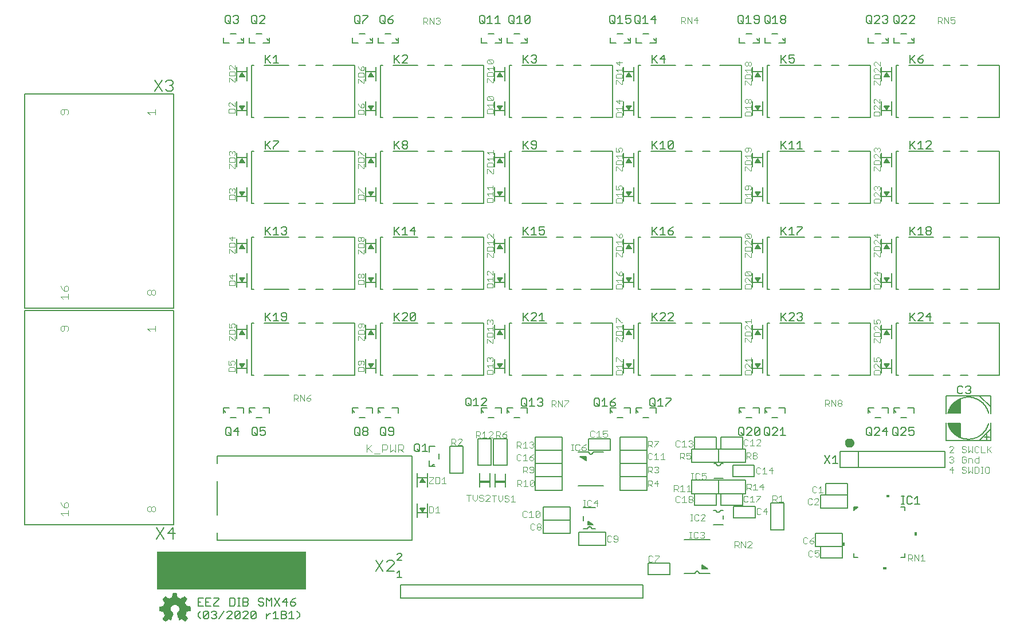
<source format=gto>
G75*
%MOIN*%
%OFA0B0*%
%FSLAX25Y25*%
%IPPOS*%
%LPD*%
%AMOC8*
5,1,8,0,0,1.08239X$1,22.5*
%
%ADD10C,0.00500*%
%ADD11R,0.87000X0.22250*%
%ADD12R,0.01485X0.00015*%
%ADD13R,0.00045X0.00015*%
%ADD14R,0.00105X0.00015*%
%ADD15R,0.00165X0.00015*%
%ADD16R,0.00225X0.00015*%
%ADD17R,0.00285X0.00015*%
%ADD18R,0.00345X0.00015*%
%ADD19R,0.00405X0.00015*%
%ADD20R,0.00435X0.00015*%
%ADD21R,0.00465X0.00015*%
%ADD22R,0.00495X0.00015*%
%ADD23R,0.00540X0.00015*%
%ADD24R,0.00585X0.00015*%
%ADD25R,0.00645X0.00015*%
%ADD26R,0.00150X0.00015*%
%ADD27R,0.00675X0.00015*%
%ADD28R,0.00195X0.00015*%
%ADD29R,0.00705X0.00015*%
%ADD30R,0.00240X0.00015*%
%ADD31R,0.00735X0.00015*%
%ADD32R,0.00270X0.00015*%
%ADD33R,0.00765X0.00015*%
%ADD34R,0.00300X0.00015*%
%ADD35R,0.00810X0.00015*%
%ADD36R,0.00360X0.00015*%
%ADD37R,0.00855X0.00015*%
%ADD38R,0.00435X0.00015*%
%ADD39R,0.00915X0.00015*%
%ADD40R,0.00465X0.00015*%
%ADD41R,0.00945X0.00015*%
%ADD42R,0.00960X0.00015*%
%ADD43R,0.00525X0.00015*%
%ADD44R,0.00990X0.00015*%
%ADD45R,0.00555X0.00015*%
%ADD46R,0.01035X0.00015*%
%ADD47R,0.00600X0.00015*%
%ADD48R,0.01080X0.00015*%
%ADD49R,0.01125X0.00015*%
%ADD50R,0.01170X0.00015*%
%ADD51R,0.00720X0.00015*%
%ADD52R,0.01200X0.00015*%
%ADD53R,0.00750X0.00015*%
%ADD54R,0.01230X0.00015*%
%ADD55R,0.00780X0.00015*%
%ADD56R,0.01260X0.00015*%
%ADD57R,0.00810X0.00015*%
%ADD58R,0.01305X0.00015*%
%ADD59R,0.01365X0.00015*%
%ADD60R,0.00900X0.00015*%
%ADD61R,0.01395X0.00015*%
%ADD62R,0.01440X0.00015*%
%ADD63R,0.01470X0.00015*%
%ADD64R,0.01005X0.00015*%
%ADD65R,0.01500X0.00015*%
%ADD66R,0.01020X0.00015*%
%ADD67R,0.01530X0.00015*%
%ADD68R,0.01065X0.00015*%
%ADD69R,0.01575X0.00015*%
%ADD70R,0.01095X0.00015*%
%ADD71R,0.01635X0.00015*%
%ADD72R,0.01155X0.00015*%
%ADD73R,0.01680X0.00015*%
%ADD74R,0.01200X0.00015*%
%ADD75R,0.01710X0.00015*%
%ADD76R,0.01230X0.00015*%
%ADD77R,0.01725X0.00015*%
%ADD78R,0.01245X0.00015*%
%ADD79R,0.01755X0.00015*%
%ADD80R,0.01275X0.00015*%
%ADD81R,0.01800X0.00015*%
%ADD82R,0.01320X0.00015*%
%ADD83R,0.01860X0.00015*%
%ADD84R,0.01905X0.00015*%
%ADD85R,0.01410X0.00015*%
%ADD86R,0.01935X0.00015*%
%ADD87R,0.01455X0.00015*%
%ADD88R,0.01965X0.00015*%
%ADD89R,0.01485X0.00015*%
%ADD90R,0.01995X0.00015*%
%ADD91R,0.01515X0.00015*%
%ADD92R,0.02040X0.00015*%
%ADD93R,0.01530X0.00015*%
%ADD94R,0.02070X0.00015*%
%ADD95R,0.01575X0.00015*%
%ADD96R,0.02115X0.00015*%
%ADD97R,0.01620X0.00015*%
%ADD98R,0.02160X0.00015*%
%ADD99R,0.01665X0.00015*%
%ADD100R,0.02190X0.00015*%
%ADD101R,0.00075X0.00015*%
%ADD102R,0.01695X0.00015*%
%ADD103R,0.02220X0.00015*%
%ADD104R,0.00105X0.00015*%
%ADD105R,0.02235X0.00015*%
%ADD106R,0.00135X0.00015*%
%ADD107R,0.01755X0.00015*%
%ADD108R,0.02280X0.00015*%
%ADD109R,0.00180X0.00015*%
%ADD110R,0.01785X0.00015*%
%ADD111R,0.02340X0.00015*%
%ADD112R,0.00240X0.00015*%
%ADD113R,0.01830X0.00015*%
%ADD114R,0.02385X0.00015*%
%ADD115R,0.01890X0.00015*%
%ADD116R,0.02415X0.00015*%
%ADD117R,0.00330X0.00015*%
%ADD118R,0.00120X0.00015*%
%ADD119R,0.01920X0.00015*%
%ADD120R,0.02430X0.00015*%
%ADD121R,0.00375X0.00015*%
%ADD122R,0.02460X0.00015*%
%ADD123R,0.00405X0.00015*%
%ADD124R,0.00195X0.00015*%
%ADD125R,0.01965X0.00015*%
%ADD126R,0.02505X0.00015*%
%ADD127R,0.00210X0.00015*%
%ADD128R,0.02010X0.00015*%
%ADD129R,0.02535X0.00015*%
%ADD130R,0.00480X0.00015*%
%ADD131R,0.02580X0.00015*%
%ADD132R,0.00540X0.00015*%
%ADD133R,0.02085X0.00015*%
%ADD134R,0.02625X0.00015*%
%ADD135R,0.02130X0.00015*%
%ADD136R,0.02670X0.00015*%
%ADD137R,0.00630X0.00015*%
%ADD138R,0.02700X0.00015*%
%ADD139R,0.00660X0.00015*%
%ADD140R,0.00450X0.00015*%
%ADD141R,0.02190X0.00015*%
%ADD142R,0.02715X0.00015*%
%ADD143R,0.02205X0.00015*%
%ADD144R,0.02745X0.00015*%
%ADD145R,0.00510X0.00015*%
%ADD146R,0.02235X0.00015*%
%ADD147R,0.02775X0.00015*%
%ADD148R,0.02820X0.00015*%
%ADD149R,0.02310X0.00015*%
%ADD150R,0.02880X0.00015*%
%ADD151R,0.00855X0.00015*%
%ADD152R,0.02355X0.00015*%
%ADD153R,0.02895X0.00015*%
%ADD154R,0.00870X0.00015*%
%ADD155R,0.00660X0.00015*%
%ADD156R,0.02925X0.00015*%
%ADD157R,0.00690X0.00015*%
%ADD158R,0.02970X0.00015*%
%ADD159R,0.03000X0.00015*%
%ADD160R,0.00750X0.00015*%
%ADD161R,0.03045X0.00015*%
%ADD162R,0.01005X0.00015*%
%ADD163R,0.00780X0.00015*%
%ADD164R,0.02505X0.00015*%
%ADD165R,0.03090X0.00015*%
%ADD166R,0.01050X0.00015*%
%ADD167R,0.00825X0.00015*%
%ADD168R,0.02550X0.00015*%
%ADD169R,0.03135X0.00015*%
%ADD170R,0.01095X0.00015*%
%ADD171R,0.00870X0.00015*%
%ADD172R,0.03165X0.00015*%
%ADD173R,0.01125X0.00015*%
%ADD174R,0.02625X0.00015*%
%ADD175R,0.03195X0.00015*%
%ADD176R,0.01140X0.00015*%
%ADD177R,0.00930X0.00015*%
%ADD178R,0.02655X0.00015*%
%ADD179R,0.03210X0.00015*%
%ADD180R,0.00960X0.00015*%
%ADD181R,0.03240X0.00015*%
%ADD182R,0.02700X0.00015*%
%ADD183R,0.03285X0.00015*%
%ADD184R,0.01245X0.00015*%
%ADD185R,0.02745X0.00015*%
%ADD186R,0.03330X0.00015*%
%ADD187R,0.02790X0.00015*%
%ADD188R,0.03360X0.00015*%
%ADD189R,0.01110X0.00015*%
%ADD190R,0.02835X0.00015*%
%ADD191R,0.03390X0.00015*%
%ADD192R,0.01335X0.00015*%
%ADD193R,0.01140X0.00015*%
%ADD194R,0.02865X0.00015*%
%ADD195R,0.03420X0.00015*%
%ADD196R,0.01155X0.00015*%
%ADD197R,0.04905X0.00015*%
%ADD198R,0.04920X0.00015*%
%ADD199R,0.02940X0.00015*%
%ADD200R,0.04950X0.00015*%
%ADD201R,0.02985X0.00015*%
%ADD202R,0.04965X0.00015*%
%ADD203R,0.01275X0.00015*%
%ADD204R,0.03015X0.00015*%
%ADD205R,0.04980X0.00015*%
%ADD206R,0.03045X0.00015*%
%ADD207R,0.05010X0.00015*%
%ADD208R,0.01335X0.00015*%
%ADD209R,0.03075X0.00015*%
%ADD210R,0.01350X0.00015*%
%ADD211R,0.03105X0.00015*%
%ADD212R,0.05040X0.00015*%
%ADD213R,0.01380X0.00015*%
%ADD214R,0.05040X0.00015*%
%ADD215R,0.01410X0.00015*%
%ADD216R,0.03180X0.00015*%
%ADD217R,0.05070X0.00015*%
%ADD218R,0.03225X0.00015*%
%ADD219R,0.03255X0.00015*%
%ADD220R,0.05085X0.00015*%
%ADD221R,0.01515X0.00015*%
%ADD222R,0.03300X0.00015*%
%ADD223R,0.05100X0.00015*%
%ADD224R,0.04935X0.00015*%
%ADD225R,0.05115X0.00015*%
%ADD226R,0.04995X0.00015*%
%ADD227R,0.05130X0.00015*%
%ADD228R,0.05010X0.00015*%
%ADD229R,0.05130X0.00015*%
%ADD230R,0.05010X0.00015*%
%ADD231R,0.05025X0.00015*%
%ADD232R,0.05040X0.00015*%
%ADD233R,0.05055X0.00015*%
%ADD234R,0.05130X0.00015*%
%ADD235R,0.05085X0.00015*%
%ADD236R,0.05115X0.00015*%
%ADD237R,0.05145X0.00015*%
%ADD238R,0.05160X0.00015*%
%ADD239R,0.05130X0.00015*%
%ADD240R,0.05190X0.00015*%
%ADD241R,0.05190X0.00015*%
%ADD242R,0.05205X0.00015*%
%ADD243R,0.05220X0.00015*%
%ADD244R,0.05070X0.00015*%
%ADD245R,0.05085X0.00015*%
%ADD246R,0.05205X0.00015*%
%ADD247R,0.05220X0.00015*%
%ADD248R,0.05055X0.00015*%
%ADD249R,0.05025X0.00015*%
%ADD250R,0.05205X0.00015*%
%ADD251R,0.05025X0.00015*%
%ADD252R,0.05190X0.00015*%
%ADD253R,0.05190X0.00015*%
%ADD254R,0.04995X0.00015*%
%ADD255R,0.05175X0.00015*%
%ADD256R,0.04950X0.00015*%
%ADD257R,0.05145X0.00015*%
%ADD258R,0.05145X0.00015*%
%ADD259R,0.04920X0.00015*%
%ADD260R,0.04905X0.00015*%
%ADD261R,0.04905X0.00015*%
%ADD262R,0.05115X0.00015*%
%ADD263R,0.04890X0.00015*%
%ADD264R,0.04890X0.00015*%
%ADD265R,0.04875X0.00015*%
%ADD266R,0.04845X0.00015*%
%ADD267R,0.04830X0.00015*%
%ADD268R,0.04830X0.00015*%
%ADD269R,0.05070X0.00015*%
%ADD270R,0.04830X0.00015*%
%ADD271R,0.04815X0.00015*%
%ADD272R,0.04800X0.00015*%
%ADD273R,0.04800X0.00015*%
%ADD274R,0.05010X0.00015*%
%ADD275R,0.04785X0.00015*%
%ADD276R,0.04770X0.00015*%
%ADD277R,0.04770X0.00015*%
%ADD278R,0.04755X0.00015*%
%ADD279R,0.04740X0.00015*%
%ADD280R,0.04725X0.00015*%
%ADD281R,0.04725X0.00015*%
%ADD282R,0.04980X0.00015*%
%ADD283R,0.04710X0.00015*%
%ADD284R,0.04725X0.00015*%
%ADD285R,0.04710X0.00015*%
%ADD286R,0.04695X0.00015*%
%ADD287R,0.04680X0.00015*%
%ADD288R,0.04695X0.00015*%
%ADD289R,0.04680X0.00015*%
%ADD290R,0.04905X0.00015*%
%ADD291R,0.04665X0.00015*%
%ADD292R,0.04650X0.00015*%
%ADD293R,0.04635X0.00015*%
%ADD294R,0.04620X0.00015*%
%ADD295R,0.04620X0.00015*%
%ADD296R,0.04890X0.00015*%
%ADD297R,0.04605X0.00015*%
%ADD298R,0.04605X0.00015*%
%ADD299R,0.04590X0.00015*%
%ADD300R,0.04845X0.00015*%
%ADD301R,0.04575X0.00015*%
%ADD302R,0.04590X0.00015*%
%ADD303R,0.04575X0.00015*%
%ADD304R,0.04845X0.00015*%
%ADD305R,0.04560X0.00015*%
%ADD306R,0.04545X0.00015*%
%ADD307R,0.04530X0.00015*%
%ADD308R,0.04515X0.00015*%
%ADD309R,0.04530X0.00015*%
%ADD310R,0.04500X0.00015*%
%ADD311R,0.04515X0.00015*%
%ADD312R,0.04785X0.00015*%
%ADD313R,0.04485X0.00015*%
%ADD314R,0.04755X0.00015*%
%ADD315R,0.04470X0.00015*%
%ADD316R,0.04740X0.00015*%
%ADD317R,0.04485X0.00015*%
%ADD318R,0.04755X0.00015*%
%ADD319R,0.04545X0.00015*%
%ADD320R,0.04695X0.00015*%
%ADD321R,0.04680X0.00015*%
%ADD322R,0.04665X0.00015*%
%ADD323R,0.04725X0.00015*%
%ADD324R,0.04680X0.00015*%
%ADD325R,0.04860X0.00015*%
%ADD326R,0.04740X0.00015*%
%ADD327R,0.04875X0.00015*%
%ADD328R,0.04965X0.00015*%
%ADD329R,0.04860X0.00015*%
%ADD330R,0.04995X0.00015*%
%ADD331R,0.04875X0.00015*%
%ADD332R,0.04980X0.00015*%
%ADD333R,0.05235X0.00015*%
%ADD334R,0.05235X0.00015*%
%ADD335R,0.05250X0.00015*%
%ADD336R,0.05280X0.00015*%
%ADD337R,0.05295X0.00015*%
%ADD338R,0.05325X0.00015*%
%ADD339R,0.05340X0.00015*%
%ADD340R,0.05235X0.00015*%
%ADD341R,0.05355X0.00015*%
%ADD342R,0.05370X0.00015*%
%ADD343R,0.05265X0.00015*%
%ADD344R,0.05370X0.00015*%
%ADD345R,0.05280X0.00015*%
%ADD346R,0.05385X0.00015*%
%ADD347R,0.05295X0.00015*%
%ADD348R,0.05400X0.00015*%
%ADD349R,0.05415X0.00015*%
%ADD350R,0.05310X0.00015*%
%ADD351R,0.05430X0.00015*%
%ADD352R,0.05445X0.00015*%
%ADD353R,0.05460X0.00015*%
%ADD354R,0.05355X0.00015*%
%ADD355R,0.05475X0.00015*%
%ADD356R,0.05505X0.00015*%
%ADD357R,0.05520X0.00015*%
%ADD358R,0.05535X0.00015*%
%ADD359R,0.05550X0.00015*%
%ADD360R,0.05550X0.00015*%
%ADD361R,0.05475X0.00015*%
%ADD362R,0.05490X0.00015*%
%ADD363R,0.05475X0.00015*%
%ADD364R,0.05385X0.00015*%
%ADD365R,0.05370X0.00015*%
%ADD366R,0.05325X0.00015*%
%ADD367R,0.05310X0.00015*%
%ADD368R,0.05265X0.00015*%
%ADD369R,0.05175X0.00015*%
%ADD370R,0.04980X0.00015*%
%ADD371R,0.04965X0.00015*%
%ADD372R,0.04860X0.00015*%
%ADD373R,0.04845X0.00015*%
%ADD374R,0.04815X0.00015*%
%ADD375R,0.04770X0.00015*%
%ADD376R,0.05295X0.00015*%
%ADD377R,0.04635X0.00015*%
%ADD378R,0.05610X0.00015*%
%ADD379R,0.05700X0.00015*%
%ADD380R,0.05760X0.00015*%
%ADD381R,0.05805X0.00015*%
%ADD382R,0.05850X0.00015*%
%ADD383R,0.05895X0.00015*%
%ADD384R,0.06000X0.00015*%
%ADD385R,0.06135X0.00015*%
%ADD386R,0.06225X0.00015*%
%ADD387R,0.06300X0.00015*%
%ADD388R,0.06330X0.00015*%
%ADD389R,0.06375X0.00015*%
%ADD390R,0.06450X0.00015*%
%ADD391R,0.06570X0.00015*%
%ADD392R,0.05565X0.00015*%
%ADD393R,0.06690X0.00015*%
%ADD394R,0.06735X0.00015*%
%ADD395R,0.05790X0.00015*%
%ADD396R,0.06765X0.00015*%
%ADD397R,0.05850X0.00015*%
%ADD398R,0.06780X0.00015*%
%ADD399R,0.05895X0.00015*%
%ADD400R,0.06795X0.00015*%
%ADD401R,0.05955X0.00015*%
%ADD402R,0.06810X0.00015*%
%ADD403R,0.06060X0.00015*%
%ADD404R,0.06195X0.00015*%
%ADD405R,0.06825X0.00015*%
%ADD406R,0.06330X0.00015*%
%ADD407R,0.06840X0.00015*%
%ADD408R,0.06390X0.00015*%
%ADD409R,0.06495X0.00015*%
%ADD410R,0.06840X0.00015*%
%ADD411R,0.06555X0.00015*%
%ADD412R,0.06825X0.00015*%
%ADD413R,0.06645X0.00015*%
%ADD414R,0.06825X0.00015*%
%ADD415R,0.06705X0.00015*%
%ADD416R,0.06705X0.00015*%
%ADD417R,0.06810X0.00015*%
%ADD418R,0.06720X0.00015*%
%ADD419R,0.06795X0.00015*%
%ADD420R,0.06750X0.00015*%
%ADD421R,0.06765X0.00015*%
%ADD422R,0.06795X0.00015*%
%ADD423R,0.06780X0.00015*%
%ADD424R,0.06780X0.00015*%
%ADD425R,0.06750X0.00015*%
%ADD426R,0.06720X0.00015*%
%ADD427R,0.06720X0.00015*%
%ADD428R,0.06705X0.00015*%
%ADD429R,0.06705X0.00015*%
%ADD430R,0.06690X0.00015*%
%ADD431R,0.06675X0.00015*%
%ADD432R,0.06690X0.00015*%
%ADD433R,0.06675X0.00015*%
%ADD434R,0.06675X0.00015*%
%ADD435R,0.06660X0.00015*%
%ADD436R,0.06675X0.00015*%
%ADD437R,0.06660X0.00015*%
%ADD438R,0.06660X0.00015*%
%ADD439R,0.06645X0.00015*%
%ADD440R,0.06630X0.00015*%
%ADD441R,0.06660X0.00015*%
%ADD442R,0.06630X0.00015*%
%ADD443R,0.06645X0.00015*%
%ADD444R,0.06735X0.00015*%
%ADD445R,0.06765X0.00015*%
%ADD446R,0.06780X0.00015*%
%ADD447R,0.06825X0.00015*%
%ADD448R,0.06855X0.00015*%
%ADD449R,0.06855X0.00015*%
%ADD450R,0.06870X0.00015*%
%ADD451R,0.06885X0.00015*%
%ADD452R,0.06525X0.00015*%
%ADD453R,0.06405X0.00015*%
%ADD454R,0.06255X0.00015*%
%ADD455R,0.06165X0.00015*%
%ADD456R,0.06870X0.00015*%
%ADD457R,0.06120X0.00015*%
%ADD458R,0.06885X0.00015*%
%ADD459R,0.06060X0.00015*%
%ADD460R,0.06015X0.00015*%
%ADD461R,0.05910X0.00015*%
%ADD462R,0.05670X0.00015*%
%ADD463R,0.05595X0.00015*%
%ADD464R,0.06585X0.00015*%
%ADD465R,0.05160X0.00015*%
%ADD466R,0.06390X0.00015*%
%ADD467R,0.05025X0.00015*%
%ADD468R,0.06330X0.00015*%
%ADD469R,0.06075X0.00015*%
%ADD470R,0.05820X0.00015*%
%ADD471R,0.05775X0.00015*%
%ADD472R,0.05685X0.00015*%
%ADD473R,0.05460X0.00015*%
%ADD474R,0.04860X0.00015*%
%ADD475R,0.04935X0.00015*%
%ADD476R,0.05160X0.00015*%
%ADD477R,0.05325X0.00015*%
%ADD478R,0.05340X0.00015*%
%ADD479R,0.05355X0.00015*%
%ADD480R,0.05430X0.00015*%
%ADD481R,0.05535X0.00015*%
%ADD482R,0.05595X0.00015*%
%ADD483R,0.05640X0.00015*%
%ADD484R,0.05640X0.00015*%
%ADD485R,0.05670X0.00015*%
%ADD486R,0.05685X0.00015*%
%ADD487R,0.05700X0.00015*%
%ADD488R,0.05715X0.00015*%
%ADD489R,0.05715X0.00015*%
%ADD490R,0.05730X0.00015*%
%ADD491R,0.05745X0.00015*%
%ADD492R,0.05760X0.00015*%
%ADD493R,0.06000X0.00015*%
%ADD494R,0.06105X0.00015*%
%ADD495R,0.06180X0.00015*%
%ADD496R,0.06210X0.00015*%
%ADD497R,0.12690X0.00015*%
%ADD498R,0.12675X0.00015*%
%ADD499R,0.12660X0.00015*%
%ADD500R,0.12660X0.00015*%
%ADD501R,0.12645X0.00015*%
%ADD502R,0.12615X0.00015*%
%ADD503R,0.12600X0.00015*%
%ADD504R,0.12585X0.00015*%
%ADD505R,0.12555X0.00015*%
%ADD506R,0.12540X0.00015*%
%ADD507R,0.12525X0.00015*%
%ADD508R,0.12510X0.00015*%
%ADD509R,0.12510X0.00015*%
%ADD510R,0.12480X0.00015*%
%ADD511R,0.12450X0.00015*%
%ADD512R,0.12435X0.00015*%
%ADD513R,0.12420X0.00015*%
%ADD514R,0.12390X0.00015*%
%ADD515R,0.12375X0.00015*%
%ADD516R,0.12360X0.00015*%
%ADD517R,0.12330X0.00015*%
%ADD518R,0.12300X0.00015*%
%ADD519R,0.12285X0.00015*%
%ADD520R,0.12270X0.00015*%
%ADD521R,0.12255X0.00015*%
%ADD522R,0.12240X0.00015*%
%ADD523R,0.12225X0.00015*%
%ADD524R,0.12195X0.00015*%
%ADD525R,0.12165X0.00015*%
%ADD526R,0.12150X0.00015*%
%ADD527R,0.12135X0.00015*%
%ADD528R,0.12120X0.00015*%
%ADD529R,0.12090X0.00015*%
%ADD530R,0.12075X0.00015*%
%ADD531R,0.12060X0.00015*%
%ADD532R,0.12045X0.00015*%
%ADD533R,0.12015X0.00015*%
%ADD534R,0.12000X0.00015*%
%ADD535R,0.11985X0.00015*%
%ADD536R,0.11955X0.00015*%
%ADD537R,0.11940X0.00015*%
%ADD538R,0.11925X0.00015*%
%ADD539R,0.11910X0.00015*%
%ADD540R,0.11910X0.00015*%
%ADD541R,0.11880X0.00015*%
%ADD542R,0.11850X0.00015*%
%ADD543R,0.11835X0.00015*%
%ADD544R,0.11805X0.00015*%
%ADD545R,0.11775X0.00015*%
%ADD546R,0.11760X0.00015*%
%ADD547R,0.11745X0.00015*%
%ADD548R,0.11730X0.00015*%
%ADD549R,0.11700X0.00015*%
%ADD550R,0.11700X0.00015*%
%ADD551R,0.11685X0.00015*%
%ADD552R,0.11655X0.00015*%
%ADD553R,0.11640X0.00015*%
%ADD554R,0.11625X0.00015*%
%ADD555R,0.11625X0.00015*%
%ADD556R,0.11670X0.00015*%
%ADD557R,0.11715X0.00015*%
%ADD558R,0.11790X0.00015*%
%ADD559R,0.11820X0.00015*%
%ADD560R,0.11820X0.00015*%
%ADD561R,0.11880X0.00015*%
%ADD562R,0.11895X0.00015*%
%ADD563R,0.11970X0.00015*%
%ADD564R,0.12045X0.00015*%
%ADD565R,0.12075X0.00015*%
%ADD566R,0.12105X0.00015*%
%ADD567R,0.12135X0.00015*%
%ADD568R,0.12165X0.00015*%
%ADD569R,0.12180X0.00015*%
%ADD570R,0.12195X0.00015*%
%ADD571R,0.12210X0.00015*%
%ADD572R,0.12225X0.00015*%
%ADD573R,0.12255X0.00015*%
%ADD574R,0.12360X0.00015*%
%ADD575R,0.12390X0.00015*%
%ADD576R,0.12405X0.00015*%
%ADD577R,0.12435X0.00015*%
%ADD578R,0.12480X0.00015*%
%ADD579R,0.12480X0.00015*%
%ADD580R,0.12510X0.00015*%
%ADD581R,0.12570X0.00015*%
%ADD582R,0.12630X0.00015*%
%ADD583R,0.12675X0.00015*%
%ADD584R,0.12705X0.00015*%
%ADD585R,0.12735X0.00015*%
%ADD586R,0.12750X0.00015*%
%ADD587R,0.12780X0.00015*%
%ADD588R,0.12795X0.00015*%
%ADD589R,0.12810X0.00015*%
%ADD590R,0.12840X0.00015*%
%ADD591R,0.12855X0.00015*%
%ADD592R,0.12885X0.00015*%
%ADD593R,0.12900X0.00015*%
%ADD594R,0.12915X0.00015*%
%ADD595R,0.12945X0.00015*%
%ADD596R,0.12960X0.00015*%
%ADD597R,0.12990X0.00015*%
%ADD598R,0.13005X0.00015*%
%ADD599R,0.13020X0.00015*%
%ADD600R,0.13035X0.00015*%
%ADD601R,0.13065X0.00015*%
%ADD602R,0.13080X0.00015*%
%ADD603R,0.13110X0.00015*%
%ADD604R,0.13125X0.00015*%
%ADD605R,0.13155X0.00015*%
%ADD606R,0.13170X0.00015*%
%ADD607R,0.13200X0.00015*%
%ADD608R,0.13230X0.00015*%
%ADD609R,0.13260X0.00015*%
%ADD610R,0.13290X0.00015*%
%ADD611R,0.13320X0.00015*%
%ADD612R,0.13350X0.00015*%
%ADD613R,0.13365X0.00015*%
%ADD614R,0.13395X0.00015*%
%ADD615R,0.13425X0.00015*%
%ADD616R,0.13455X0.00015*%
%ADD617R,0.13470X0.00015*%
%ADD618R,0.13500X0.00015*%
%ADD619R,0.13530X0.00015*%
%ADD620R,0.13560X0.00015*%
%ADD621R,0.13575X0.00015*%
%ADD622R,0.13605X0.00015*%
%ADD623R,0.13635X0.00015*%
%ADD624R,0.13650X0.00015*%
%ADD625R,0.13680X0.00015*%
%ADD626R,0.13695X0.00015*%
%ADD627R,0.13725X0.00015*%
%ADD628R,0.13740X0.00015*%
%ADD629R,0.13770X0.00015*%
%ADD630R,0.13785X0.00015*%
%ADD631R,0.13800X0.00015*%
%ADD632R,0.13830X0.00015*%
%ADD633R,0.13860X0.00015*%
%ADD634R,0.13875X0.00015*%
%ADD635R,0.13905X0.00015*%
%ADD636R,0.13935X0.00015*%
%ADD637R,0.13950X0.00015*%
%ADD638R,0.13980X0.00015*%
%ADD639R,0.14010X0.00015*%
%ADD640R,0.14025X0.00015*%
%ADD641R,0.14055X0.00015*%
%ADD642R,0.14070X0.00015*%
%ADD643R,0.14085X0.00015*%
%ADD644R,0.14115X0.00015*%
%ADD645R,0.14145X0.00015*%
%ADD646R,0.14160X0.00015*%
%ADD647R,0.14190X0.00015*%
%ADD648R,0.14205X0.00015*%
%ADD649R,0.14220X0.00015*%
%ADD650R,0.14235X0.00015*%
%ADD651R,0.14265X0.00015*%
%ADD652R,0.14280X0.00015*%
%ADD653R,0.14295X0.00015*%
%ADD654R,0.14295X0.00015*%
%ADD655R,0.14250X0.00015*%
%ADD656R,0.14205X0.00015*%
%ADD657R,0.14175X0.00015*%
%ADD658R,0.14160X0.00015*%
%ADD659R,0.14130X0.00015*%
%ADD660R,0.14100X0.00015*%
%ADD661R,0.14040X0.00015*%
%ADD662R,0.14010X0.00015*%
%ADD663R,0.03465X0.00015*%
%ADD664R,0.10440X0.00015*%
%ADD665R,0.03420X0.00015*%
%ADD666R,0.10395X0.00015*%
%ADD667R,0.03375X0.00015*%
%ADD668R,0.10335X0.00015*%
%ADD669R,0.03570X0.00015*%
%ADD670R,0.06600X0.00015*%
%ADD671R,0.03525X0.00015*%
%ADD672R,0.03270X0.00015*%
%ADD673R,0.03495X0.00015*%
%ADD674R,0.03210X0.00015*%
%ADD675R,0.06480X0.00015*%
%ADD676R,0.03435X0.00015*%
%ADD677R,0.03165X0.00015*%
%ADD678R,0.03390X0.00015*%
%ADD679R,0.03120X0.00015*%
%ADD680R,0.06315X0.00015*%
%ADD681R,0.03345X0.00015*%
%ADD682R,0.03090X0.00015*%
%ADD683R,0.03075X0.00015*%
%ADD684R,0.06225X0.00015*%
%ADD685R,0.03270X0.00015*%
%ADD686R,0.06180X0.00015*%
%ADD687R,0.02970X0.00015*%
%ADD688R,0.06075X0.00015*%
%ADD689R,0.03195X0.00015*%
%ADD690R,0.02925X0.00015*%
%ADD691R,0.05985X0.00015*%
%ADD692R,0.03135X0.00015*%
%ADD693R,0.02850X0.00015*%
%ADD694R,0.05835X0.00015*%
%ADD695R,0.03030X0.00015*%
%ADD696R,0.02805X0.00015*%
%ADD697R,0.02730X0.00015*%
%ADD698R,0.05625X0.00015*%
%ADD699R,0.02925X0.00015*%
%ADD700R,0.02640X0.00015*%
%ADD701R,0.02595X0.00015*%
%ADD702R,0.02565X0.00015*%
%ADD703R,0.02760X0.00015*%
%ADD704R,0.02520X0.00015*%
%ADD705R,0.02730X0.00015*%
%ADD706R,0.02475X0.00015*%
%ADD707R,0.02685X0.00015*%
%ADD708R,0.02445X0.00015*%
%ADD709R,0.02400X0.00015*%
%ADD710R,0.02370X0.00015*%
%ADD711R,0.02565X0.00015*%
%ADD712R,0.02340X0.00015*%
%ADD713R,0.02325X0.00015*%
%ADD714R,0.02505X0.00015*%
%ADD715R,0.02280X0.00015*%
%ADD716R,0.02460X0.00015*%
%ADD717R,0.04560X0.00015*%
%ADD718R,0.02190X0.00015*%
%ADD719R,0.04440X0.00015*%
%ADD720R,0.02370X0.00015*%
%ADD721R,0.02145X0.00015*%
%ADD722R,0.04365X0.00015*%
%ADD723R,0.04320X0.00015*%
%ADD724R,0.02310X0.00015*%
%ADD725R,0.02100X0.00015*%
%ADD726R,0.04260X0.00015*%
%ADD727R,0.04200X0.00015*%
%ADD728R,0.02265X0.00015*%
%ADD729R,0.02040X0.00015*%
%ADD730R,0.04095X0.00015*%
%ADD731R,0.02220X0.00015*%
%ADD732R,0.03915X0.00015*%
%ADD733R,0.02175X0.00015*%
%ADD734R,0.03765X0.00015*%
%ADD735R,0.03675X0.00015*%
%ADD736R,0.01890X0.00015*%
%ADD737R,0.03615X0.00015*%
%ADD738R,0.02055X0.00015*%
%ADD739R,0.01860X0.00015*%
%ADD740R,0.03555X0.00015*%
%ADD741R,0.01815X0.00015*%
%ADD742R,0.03450X0.00015*%
%ADD743R,0.01725X0.00015*%
%ADD744R,0.03315X0.00015*%
%ADD745R,0.01905X0.00015*%
%ADD746R,0.01680X0.00015*%
%ADD747R,0.01650X0.00015*%
%ADD748R,0.01620X0.00015*%
%ADD749R,0.01590X0.00015*%
%ADD750R,0.01770X0.00015*%
%ADD751R,0.01560X0.00015*%
%ADD752R,0.03240X0.00015*%
%ADD753R,0.01740X0.00015*%
%ADD754R,0.01665X0.00015*%
%ADD755R,0.01455X0.00015*%
%ADD756R,0.01635X0.00015*%
%ADD757R,0.01410X0.00015*%
%ADD758R,0.01395X0.00015*%
%ADD759R,0.01365X0.00015*%
%ADD760R,0.01335X0.00015*%
%ADD761R,0.01290X0.00015*%
%ADD762R,0.03210X0.00015*%
%ADD763R,0.01455X0.00015*%
%ADD764R,0.01185X0.00015*%
%ADD765R,0.01290X0.00015*%
%ADD766R,0.01110X0.00015*%
%ADD767R,0.01260X0.00015*%
%ADD768R,0.03180X0.00015*%
%ADD769R,0.00975X0.00015*%
%ADD770R,0.03150X0.00015*%
%ADD771R,0.00885X0.00015*%
%ADD772R,0.03150X0.00015*%
%ADD773R,0.01050X0.00015*%
%ADD774R,0.00795X0.00015*%
%ADD775R,0.00885X0.00015*%
%ADD776R,0.00690X0.00015*%
%ADD777R,0.00840X0.00015*%
%ADD778R,0.00570X0.00015*%
%ADD779R,0.00525X0.00015*%
%ADD780R,0.03105X0.00015*%
%ADD781R,0.00660X0.00015*%
%ADD782R,0.00615X0.00015*%
%ADD783R,0.00420X0.00015*%
%ADD784R,0.00555X0.00015*%
%ADD785R,0.00390X0.00015*%
%ADD786R,0.00525X0.00015*%
%ADD787R,0.00360X0.00015*%
%ADD788R,0.00495X0.00015*%
%ADD789R,0.03075X0.00015*%
%ADD790R,0.00450X0.00015*%
%ADD791R,0.00225X0.00015*%
%ADD792R,0.00345X0.00015*%
%ADD793R,0.00255X0.00015*%
%ADD794R,0.03060X0.00015*%
%ADD795R,0.00180X0.00015*%
%ADD796R,0.00075X0.00015*%
%ADD797R,0.03000X0.00015*%
%ADD798R,0.02955X0.00015*%
%ADD799R,0.02940X0.00015*%
%ADD800R,0.02940X0.00015*%
%ADD801R,0.02910X0.00015*%
%ADD802R,0.02910X0.00015*%
%ADD803R,0.02865X0.00015*%
%ADD804R,0.02805X0.00015*%
%ADD805R,0.02775X0.00015*%
%ADD806R,0.02760X0.00015*%
%ADD807R,0.02655X0.00015*%
%ADD808R,0.02640X0.00015*%
%ADD809R,0.02610X0.00015*%
%ADD810R,0.02595X0.00015*%
%ADD811R,0.02535X0.00015*%
%ADD812R,0.02475X0.00015*%
%ADD813R,0.02175X0.00015*%
%ADD814R,0.01575X0.00015*%
%ADD815C,0.00400*%
%ADD816C,0.02600*%
%ADD817C,0.00800*%
%ADD818C,0.00700*%
%ADD819C,0.00600*%
%ADD820R,0.05512X0.00787*%
%ADD821R,0.05512X0.01756*%
%ADD822C,0.00100*%
D10*
X0186148Y0080505D02*
X0186148Y0082006D01*
X0187650Y0083508D01*
X0189218Y0082757D02*
X0189218Y0079755D01*
X0192220Y0082757D01*
X0192220Y0079755D01*
X0191469Y0079004D01*
X0189968Y0079004D01*
X0189218Y0079755D01*
X0187650Y0079004D02*
X0186148Y0080505D01*
X0189218Y0082757D02*
X0189968Y0083508D01*
X0191469Y0083508D01*
X0192220Y0082757D01*
X0193821Y0082757D02*
X0194572Y0083508D01*
X0196073Y0083508D01*
X0196824Y0082757D01*
X0196824Y0082006D01*
X0196073Y0081256D01*
X0196824Y0080505D01*
X0196824Y0079755D01*
X0196073Y0079004D01*
X0194572Y0079004D01*
X0193821Y0079755D01*
X0195323Y0081256D02*
X0196073Y0081256D01*
X0198425Y0079004D02*
X0201428Y0083508D01*
X0203029Y0082757D02*
X0203780Y0083508D01*
X0205281Y0083508D01*
X0206032Y0082757D01*
X0206032Y0082006D01*
X0203029Y0079004D01*
X0206032Y0079004D01*
X0207633Y0079755D02*
X0210636Y0082757D01*
X0210636Y0079755D01*
X0209885Y0079004D01*
X0208384Y0079004D01*
X0207633Y0079755D01*
X0207633Y0082757D01*
X0208384Y0083508D01*
X0209885Y0083508D01*
X0210636Y0082757D01*
X0212237Y0082757D02*
X0212988Y0083508D01*
X0214489Y0083508D01*
X0215240Y0082757D01*
X0215240Y0082006D01*
X0212237Y0079004D01*
X0215240Y0079004D01*
X0216841Y0079755D02*
X0219844Y0082757D01*
X0219844Y0079755D01*
X0219093Y0079004D01*
X0217592Y0079004D01*
X0216841Y0079755D01*
X0216841Y0082757D01*
X0217592Y0083508D01*
X0219093Y0083508D01*
X0219844Y0082757D01*
X0222196Y0086504D02*
X0221445Y0087255D01*
X0222196Y0086504D02*
X0223697Y0086504D01*
X0224448Y0087255D01*
X0224448Y0088005D01*
X0223697Y0088756D01*
X0222196Y0088756D01*
X0221445Y0089506D01*
X0221445Y0090257D01*
X0222196Y0091008D01*
X0223697Y0091008D01*
X0224448Y0090257D01*
X0226049Y0091008D02*
X0227550Y0089506D01*
X0229052Y0091008D01*
X0229052Y0086504D01*
X0230653Y0086504D02*
X0233655Y0091008D01*
X0235257Y0088756D02*
X0238259Y0088756D01*
X0239861Y0088756D02*
X0242113Y0088756D01*
X0242863Y0088005D01*
X0242863Y0087255D01*
X0242113Y0086504D01*
X0240611Y0086504D01*
X0239861Y0087255D01*
X0239861Y0088756D01*
X0241362Y0090257D01*
X0242863Y0091008D01*
X0237509Y0091008D02*
X0235257Y0088756D01*
X0233655Y0086504D02*
X0230653Y0091008D01*
X0226049Y0091008D02*
X0226049Y0086504D01*
X0226049Y0082006D02*
X0226049Y0079004D01*
X0226049Y0080505D02*
X0227550Y0082006D01*
X0228301Y0082006D01*
X0229886Y0082006D02*
X0231387Y0083508D01*
X0231387Y0079004D01*
X0229886Y0079004D02*
X0232888Y0079004D01*
X0234489Y0079004D02*
X0236741Y0079004D01*
X0237492Y0079755D01*
X0237492Y0080505D01*
X0236741Y0081256D01*
X0234489Y0081256D01*
X0234489Y0079004D02*
X0234489Y0083508D01*
X0236741Y0083508D01*
X0237492Y0082757D01*
X0237492Y0082006D01*
X0236741Y0081256D01*
X0239093Y0082006D02*
X0240595Y0083508D01*
X0240595Y0079004D01*
X0242096Y0079004D02*
X0239093Y0079004D01*
X0243697Y0079004D02*
X0245199Y0080505D01*
X0245199Y0082006D01*
X0243697Y0083508D01*
X0237509Y0086504D02*
X0237509Y0091008D01*
X0215240Y0090257D02*
X0215240Y0089506D01*
X0214489Y0088756D01*
X0212237Y0088756D01*
X0212237Y0086504D02*
X0212237Y0091008D01*
X0214489Y0091008D01*
X0215240Y0090257D01*
X0214489Y0088756D02*
X0215240Y0088005D01*
X0215240Y0087255D01*
X0214489Y0086504D01*
X0212237Y0086504D01*
X0210669Y0086504D02*
X0209168Y0086504D01*
X0209919Y0086504D02*
X0209919Y0091008D01*
X0210669Y0091008D02*
X0209168Y0091008D01*
X0207567Y0090257D02*
X0206816Y0091008D01*
X0204564Y0091008D01*
X0204564Y0086504D01*
X0206816Y0086504D01*
X0207567Y0087255D01*
X0207567Y0090257D01*
X0198359Y0090257D02*
X0198359Y0091008D01*
X0195356Y0091008D01*
X0193755Y0091008D02*
X0190752Y0091008D01*
X0190752Y0086504D01*
X0193755Y0086504D01*
X0195356Y0086504D02*
X0198359Y0086504D01*
X0195356Y0086504D02*
X0195356Y0087255D01*
X0198359Y0090257D01*
X0192253Y0088756D02*
X0190752Y0088756D01*
X0189151Y0091008D02*
X0186148Y0091008D01*
X0186148Y0086504D01*
X0189151Y0086504D01*
X0187650Y0088756D02*
X0186148Y0088756D01*
X0301783Y0102982D02*
X0304452Y0102982D01*
X0303118Y0102982D02*
X0303118Y0106986D01*
X0301783Y0105651D01*
X0301783Y0112982D02*
X0304452Y0115651D01*
X0304452Y0116318D01*
X0303785Y0116986D01*
X0302451Y0116986D01*
X0301783Y0116318D01*
X0301783Y0112982D02*
X0304452Y0112982D01*
X0332568Y0163752D02*
X0332568Y0179287D01*
X0340308Y0179287D01*
X0340308Y0163752D01*
X0332568Y0163752D01*
X0348818Y0168252D02*
X0356558Y0168252D01*
X0356558Y0183787D01*
X0348818Y0183787D01*
X0348818Y0168252D01*
X0358068Y0168252D02*
X0365808Y0168252D01*
X0365808Y0183787D01*
X0358068Y0183787D01*
X0358068Y0168252D01*
X0382420Y0169390D02*
X0382420Y0161650D01*
X0397955Y0161650D01*
X0397955Y0169390D01*
X0382420Y0169390D01*
X0382420Y0169400D02*
X0382420Y0177140D01*
X0397955Y0177140D01*
X0397955Y0169400D01*
X0382420Y0169400D01*
X0382420Y0177150D02*
X0382420Y0184890D01*
X0397955Y0184890D01*
X0397955Y0177150D01*
X0382420Y0177150D01*
X0382420Y0161640D02*
X0382420Y0153900D01*
X0397955Y0153900D01*
X0397955Y0161640D01*
X0382420Y0161640D01*
X0386920Y0144140D02*
X0386920Y0136400D01*
X0402455Y0136400D01*
X0402455Y0144140D01*
X0386920Y0144140D01*
X0386920Y0136390D02*
X0386920Y0128650D01*
X0402455Y0128650D01*
X0402455Y0136390D01*
X0386920Y0136390D01*
X0407670Y0129390D02*
X0407670Y0121650D01*
X0423205Y0121650D01*
X0423205Y0129390D01*
X0407670Y0129390D01*
X0431670Y0153900D02*
X0431670Y0161640D01*
X0447205Y0161640D01*
X0447205Y0153900D01*
X0431670Y0153900D01*
X0431670Y0161650D02*
X0431670Y0169390D01*
X0447205Y0169390D01*
X0447205Y0161650D01*
X0431670Y0161650D01*
X0431670Y0169400D02*
X0431670Y0177140D01*
X0447205Y0177140D01*
X0447205Y0169400D01*
X0431670Y0169400D01*
X0431670Y0177150D02*
X0431670Y0184890D01*
X0447205Y0184890D01*
X0447205Y0177150D01*
X0431670Y0177150D01*
X0425987Y0177150D02*
X0425987Y0183890D01*
X0413388Y0183890D01*
X0413388Y0177150D01*
X0425987Y0177150D01*
X0426546Y0202770D02*
X0425796Y0203520D01*
X0425796Y0205022D01*
X0428047Y0205022D01*
X0428798Y0204271D01*
X0428798Y0203520D01*
X0428047Y0202770D01*
X0426546Y0202770D01*
X0424194Y0202770D02*
X0421192Y0202770D01*
X0422693Y0202770D02*
X0422693Y0207274D01*
X0421192Y0205772D01*
X0419590Y0206523D02*
X0419590Y0203520D01*
X0418840Y0202770D01*
X0417338Y0202770D01*
X0416588Y0203520D01*
X0416588Y0206523D01*
X0417338Y0207274D01*
X0418840Y0207274D01*
X0419590Y0206523D01*
X0418089Y0204271D02*
X0419590Y0202770D01*
X0425796Y0205022D02*
X0427297Y0206523D01*
X0428798Y0207274D01*
X0449088Y0206523D02*
X0449088Y0203520D01*
X0449838Y0202770D01*
X0451340Y0202770D01*
X0452090Y0203520D01*
X0452090Y0206523D01*
X0451340Y0207274D01*
X0449838Y0207274D01*
X0449088Y0206523D01*
X0450589Y0204271D02*
X0452090Y0202770D01*
X0453692Y0202770D02*
X0456694Y0202770D01*
X0455193Y0202770D02*
X0455193Y0207274D01*
X0453692Y0205772D01*
X0458296Y0207274D02*
X0461298Y0207274D01*
X0461298Y0206523D01*
X0458296Y0203520D01*
X0458296Y0202770D01*
X0474888Y0184640D02*
X0487487Y0184640D01*
X0487487Y0177900D01*
X0474888Y0177900D01*
X0474888Y0184640D01*
X0473420Y0177890D02*
X0473420Y0170150D01*
X0488955Y0170150D01*
X0488955Y0177890D01*
X0473420Y0177890D01*
X0486238Y0169320D02*
X0487738Y0169320D01*
X0487740Y0169251D01*
X0487746Y0169183D01*
X0487756Y0169115D01*
X0487769Y0169048D01*
X0487787Y0168982D01*
X0487808Y0168917D01*
X0487833Y0168853D01*
X0487861Y0168791D01*
X0487893Y0168730D01*
X0487928Y0168671D01*
X0487967Y0168615D01*
X0488009Y0168560D01*
X0488054Y0168509D01*
X0488102Y0168459D01*
X0488152Y0168413D01*
X0488205Y0168370D01*
X0488261Y0168329D01*
X0488318Y0168292D01*
X0488378Y0168259D01*
X0488440Y0168228D01*
X0488503Y0168202D01*
X0488567Y0168179D01*
X0488633Y0168159D01*
X0488700Y0168144D01*
X0488767Y0168132D01*
X0488835Y0168124D01*
X0488904Y0168120D01*
X0488972Y0168120D01*
X0489041Y0168124D01*
X0489109Y0168132D01*
X0489176Y0168144D01*
X0489243Y0168159D01*
X0489309Y0168179D01*
X0489373Y0168202D01*
X0489436Y0168228D01*
X0489498Y0168259D01*
X0489558Y0168292D01*
X0489615Y0168329D01*
X0489671Y0168370D01*
X0489724Y0168413D01*
X0489774Y0168459D01*
X0489822Y0168509D01*
X0489867Y0168560D01*
X0489909Y0168615D01*
X0489948Y0168671D01*
X0489983Y0168730D01*
X0490015Y0168791D01*
X0490043Y0168853D01*
X0490068Y0168917D01*
X0490089Y0168982D01*
X0490107Y0169048D01*
X0490120Y0169115D01*
X0490130Y0169183D01*
X0490136Y0169251D01*
X0490138Y0169320D01*
X0491638Y0169320D01*
X0488920Y0170150D02*
X0488920Y0177890D01*
X0504455Y0177890D01*
X0504455Y0170150D01*
X0488920Y0170150D01*
X0497138Y0168390D02*
X0497138Y0161650D01*
X0509737Y0161650D01*
X0509737Y0168390D01*
X0497138Y0168390D01*
X0491638Y0160720D02*
X0486238Y0160720D01*
X0488920Y0159640D02*
X0504455Y0159640D01*
X0504455Y0151900D01*
X0488920Y0151900D01*
X0488920Y0159640D01*
X0488955Y0159640D02*
X0488955Y0151900D01*
X0473420Y0151900D01*
X0473420Y0159640D01*
X0488955Y0159640D01*
X0490388Y0151890D02*
X0490388Y0145150D01*
X0502987Y0145150D01*
X0502987Y0151890D01*
X0490388Y0151890D01*
X0487487Y0151890D02*
X0487487Y0145150D01*
X0474888Y0145150D01*
X0474888Y0151890D01*
X0487487Y0151890D01*
X0497638Y0144390D02*
X0497638Y0137650D01*
X0510237Y0137650D01*
X0510237Y0144390D01*
X0497638Y0144390D01*
X0519318Y0146287D02*
X0519318Y0130752D01*
X0527058Y0130752D01*
X0527058Y0146287D01*
X0519318Y0146287D01*
X0548420Y0143400D02*
X0548420Y0151140D01*
X0563955Y0151140D01*
X0563955Y0143400D01*
X0548420Y0143400D01*
X0551388Y0151150D02*
X0551388Y0157890D01*
X0563987Y0157890D01*
X0563987Y0151150D01*
X0551388Y0151150D01*
X0550730Y0169520D02*
X0553732Y0174024D01*
X0555334Y0172522D02*
X0556835Y0174024D01*
X0556835Y0169520D01*
X0555334Y0169520D02*
X0558336Y0169520D01*
X0553732Y0169520D02*
X0550730Y0174024D01*
X0527798Y0185770D02*
X0524796Y0185770D01*
X0526297Y0185770D02*
X0526297Y0190274D01*
X0524796Y0188772D01*
X0523194Y0188772D02*
X0520192Y0185770D01*
X0523194Y0185770D01*
X0523194Y0188772D02*
X0523194Y0189523D01*
X0522444Y0190274D01*
X0520942Y0190274D01*
X0520192Y0189523D01*
X0518590Y0189523D02*
X0518590Y0186520D01*
X0517840Y0185770D01*
X0516338Y0185770D01*
X0515588Y0186520D01*
X0515588Y0189523D01*
X0516338Y0190274D01*
X0517840Y0190274D01*
X0518590Y0189523D01*
X0517089Y0187271D02*
X0518590Y0185770D01*
X0512798Y0186520D02*
X0512798Y0189523D01*
X0509796Y0186520D01*
X0510546Y0185770D01*
X0512047Y0185770D01*
X0512798Y0186520D01*
X0509796Y0186520D02*
X0509796Y0189523D01*
X0510546Y0190274D01*
X0512047Y0190274D01*
X0512798Y0189523D01*
X0508194Y0189523D02*
X0507444Y0190274D01*
X0505942Y0190274D01*
X0505192Y0189523D01*
X0503590Y0189523D02*
X0503590Y0186520D01*
X0502840Y0185770D01*
X0501338Y0185770D01*
X0500588Y0186520D01*
X0500588Y0189523D01*
X0501338Y0190274D01*
X0502840Y0190274D01*
X0503590Y0189523D01*
X0502089Y0187271D02*
X0503590Y0185770D01*
X0502987Y0184640D02*
X0502987Y0177900D01*
X0490388Y0177900D01*
X0490388Y0184640D01*
X0502987Y0184640D01*
X0505192Y0185770D02*
X0508194Y0188772D01*
X0508194Y0189523D01*
X0508194Y0185770D02*
X0505192Y0185770D01*
X0575088Y0186520D02*
X0575838Y0185770D01*
X0577340Y0185770D01*
X0578090Y0186520D01*
X0578090Y0189523D01*
X0577340Y0190274D01*
X0575838Y0190274D01*
X0575088Y0189523D01*
X0575088Y0186520D01*
X0576589Y0187271D02*
X0578090Y0185770D01*
X0579692Y0185770D02*
X0582694Y0188772D01*
X0582694Y0189523D01*
X0581944Y0190274D01*
X0580442Y0190274D01*
X0579692Y0189523D01*
X0579692Y0185770D02*
X0582694Y0185770D01*
X0584296Y0188022D02*
X0587298Y0188022D01*
X0586547Y0190274D02*
X0584296Y0188022D01*
X0586547Y0185770D02*
X0586547Y0190274D01*
X0590338Y0189523D02*
X0591088Y0190274D01*
X0592590Y0190274D01*
X0593340Y0189523D01*
X0593340Y0186520D01*
X0592590Y0185770D01*
X0591088Y0185770D01*
X0590338Y0186520D01*
X0590338Y0189523D01*
X0591839Y0187271D02*
X0593340Y0185770D01*
X0594942Y0185770D02*
X0597944Y0188772D01*
X0597944Y0189523D01*
X0597194Y0190274D01*
X0595692Y0190274D01*
X0594942Y0189523D01*
X0594942Y0185770D02*
X0597944Y0185770D01*
X0599546Y0186520D02*
X0600296Y0185770D01*
X0601797Y0185770D01*
X0602548Y0186520D01*
X0602548Y0188022D01*
X0601797Y0188772D01*
X0601047Y0188772D01*
X0599546Y0188022D01*
X0599546Y0190274D01*
X0602548Y0190274D01*
X0622438Y0192770D02*
X0622934Y0191218D01*
X0623638Y0189748D01*
X0624536Y0188388D01*
X0625612Y0187164D01*
X0626845Y0186098D01*
X0628212Y0185211D01*
X0629688Y0184520D01*
X0629688Y0192770D01*
X0622438Y0192770D01*
X0622479Y0192642D02*
X0629688Y0192642D01*
X0629688Y0192143D02*
X0622638Y0192143D01*
X0622798Y0191645D02*
X0629688Y0191645D01*
X0629688Y0191146D02*
X0622968Y0191146D01*
X0623207Y0190648D02*
X0629688Y0190648D01*
X0629688Y0190149D02*
X0623446Y0190149D01*
X0623702Y0189650D02*
X0629688Y0189650D01*
X0629688Y0189152D02*
X0624032Y0189152D01*
X0624361Y0188653D02*
X0629688Y0188653D01*
X0629688Y0188155D02*
X0624741Y0188155D01*
X0625179Y0187656D02*
X0629688Y0187656D01*
X0629688Y0187158D02*
X0625619Y0187158D01*
X0626196Y0186659D02*
X0629688Y0186659D01*
X0629688Y0186161D02*
X0626773Y0186161D01*
X0627517Y0185662D02*
X0629688Y0185662D01*
X0629688Y0185164D02*
X0628314Y0185164D01*
X0629377Y0184665D02*
X0629688Y0184665D01*
X0622438Y0192769D02*
X0622511Y0192483D01*
X0622592Y0192199D01*
X0622679Y0191917D01*
X0622774Y0191637D01*
X0622875Y0191359D01*
X0622983Y0191085D01*
X0623098Y0190812D01*
X0623219Y0190543D01*
X0623347Y0190277D01*
X0623481Y0190014D01*
X0623622Y0189754D01*
X0623769Y0189498D01*
X0623922Y0189245D01*
X0624081Y0188996D01*
X0624247Y0188751D01*
X0624418Y0188511D01*
X0624595Y0188274D01*
X0624778Y0188042D01*
X0624966Y0187815D01*
X0625160Y0187592D01*
X0625359Y0187374D01*
X0625564Y0187161D01*
X0625774Y0186953D01*
X0625988Y0186750D01*
X0626208Y0186552D01*
X0626432Y0186360D01*
X0626661Y0186174D01*
X0626895Y0185993D01*
X0627133Y0185817D01*
X0627375Y0185648D01*
X0627621Y0185485D01*
X0627871Y0185327D01*
X0628125Y0185176D01*
X0628382Y0185031D01*
X0628643Y0184893D01*
X0628907Y0184761D01*
X0629174Y0184635D01*
X0629445Y0184516D01*
X0629718Y0184403D01*
X0629994Y0184297D01*
X0630272Y0184198D01*
X0630553Y0184106D01*
X0630835Y0184021D01*
X0631120Y0183942D01*
X0631407Y0183871D01*
X0631695Y0183807D01*
X0631985Y0183749D01*
X0632276Y0183699D01*
X0632568Y0183656D01*
X0632861Y0183620D01*
X0633155Y0183591D01*
X0633450Y0183570D01*
X0633745Y0183555D01*
X0634040Y0183548D01*
X0634336Y0183548D01*
X0634631Y0183555D01*
X0634926Y0183570D01*
X0635221Y0183591D01*
X0635515Y0183620D01*
X0635808Y0183656D01*
X0636100Y0183699D01*
X0636391Y0183749D01*
X0636681Y0183807D01*
X0636969Y0183871D01*
X0637256Y0183942D01*
X0637541Y0184021D01*
X0637823Y0184106D01*
X0638104Y0184198D01*
X0638382Y0184297D01*
X0638658Y0184403D01*
X0638931Y0184516D01*
X0639202Y0184635D01*
X0639469Y0184761D01*
X0639733Y0184893D01*
X0639994Y0185031D01*
X0640251Y0185176D01*
X0640505Y0185327D01*
X0640755Y0185485D01*
X0641001Y0185648D01*
X0641243Y0185817D01*
X0641481Y0185993D01*
X0641715Y0186174D01*
X0641944Y0186360D01*
X0642168Y0186552D01*
X0642388Y0186750D01*
X0642602Y0186953D01*
X0642812Y0187161D01*
X0643017Y0187374D01*
X0643216Y0187592D01*
X0643410Y0187815D01*
X0643598Y0188042D01*
X0643781Y0188274D01*
X0643958Y0188511D01*
X0644129Y0188751D01*
X0644295Y0188996D01*
X0644454Y0189245D01*
X0644607Y0189498D01*
X0644754Y0189754D01*
X0644895Y0190014D01*
X0645029Y0190277D01*
X0645157Y0190543D01*
X0645278Y0190812D01*
X0645393Y0191085D01*
X0645501Y0191359D01*
X0645602Y0191637D01*
X0645697Y0191917D01*
X0645784Y0192199D01*
X0645865Y0192483D01*
X0645938Y0192769D01*
X0645938Y0198770D02*
X0645865Y0199056D01*
X0645784Y0199340D01*
X0645697Y0199622D01*
X0645602Y0199902D01*
X0645501Y0200180D01*
X0645393Y0200454D01*
X0645278Y0200727D01*
X0645157Y0200996D01*
X0645029Y0201262D01*
X0644895Y0201525D01*
X0644754Y0201785D01*
X0644607Y0202041D01*
X0644454Y0202294D01*
X0644295Y0202543D01*
X0644129Y0202788D01*
X0643958Y0203028D01*
X0643781Y0203265D01*
X0643598Y0203497D01*
X0643410Y0203724D01*
X0643216Y0203947D01*
X0643017Y0204165D01*
X0642812Y0204378D01*
X0642602Y0204586D01*
X0642388Y0204789D01*
X0642168Y0204987D01*
X0641944Y0205179D01*
X0641715Y0205365D01*
X0641481Y0205546D01*
X0641243Y0205722D01*
X0641001Y0205891D01*
X0640755Y0206054D01*
X0640505Y0206212D01*
X0640251Y0206363D01*
X0639994Y0206508D01*
X0639733Y0206646D01*
X0639469Y0206778D01*
X0639202Y0206904D01*
X0638931Y0207023D01*
X0638658Y0207136D01*
X0638382Y0207242D01*
X0638104Y0207341D01*
X0637823Y0207433D01*
X0637541Y0207518D01*
X0637256Y0207597D01*
X0636969Y0207668D01*
X0636681Y0207732D01*
X0636391Y0207790D01*
X0636100Y0207840D01*
X0635808Y0207883D01*
X0635515Y0207919D01*
X0635221Y0207948D01*
X0634926Y0207969D01*
X0634631Y0207984D01*
X0634336Y0207991D01*
X0634040Y0207991D01*
X0633745Y0207984D01*
X0633450Y0207969D01*
X0633155Y0207948D01*
X0632861Y0207919D01*
X0632568Y0207883D01*
X0632276Y0207840D01*
X0631985Y0207790D01*
X0631695Y0207732D01*
X0631407Y0207668D01*
X0631120Y0207597D01*
X0630835Y0207518D01*
X0630553Y0207433D01*
X0630272Y0207341D01*
X0629994Y0207242D01*
X0629718Y0207136D01*
X0629445Y0207023D01*
X0629174Y0206904D01*
X0628907Y0206778D01*
X0628643Y0206646D01*
X0628382Y0206508D01*
X0628125Y0206363D01*
X0627871Y0206212D01*
X0627621Y0206054D01*
X0627375Y0205891D01*
X0627133Y0205722D01*
X0626895Y0205546D01*
X0626661Y0205365D01*
X0626432Y0205179D01*
X0626208Y0204987D01*
X0625988Y0204789D01*
X0625774Y0204586D01*
X0625564Y0204378D01*
X0625359Y0204165D01*
X0625160Y0203947D01*
X0624966Y0203724D01*
X0624778Y0203497D01*
X0624595Y0203265D01*
X0624418Y0203028D01*
X0624247Y0202788D01*
X0624081Y0202543D01*
X0623922Y0202294D01*
X0623769Y0202041D01*
X0623622Y0201785D01*
X0623481Y0201525D01*
X0623347Y0201262D01*
X0623219Y0200996D01*
X0623098Y0200727D01*
X0622983Y0200454D01*
X0622875Y0200180D01*
X0622774Y0199902D01*
X0622679Y0199622D01*
X0622592Y0199340D01*
X0622511Y0199056D01*
X0622438Y0198770D01*
X0622934Y0200322D01*
X0623638Y0201792D01*
X0624536Y0203151D01*
X0625612Y0204375D01*
X0626845Y0205441D01*
X0628212Y0206328D01*
X0629688Y0207020D01*
X0629688Y0198770D01*
X0622438Y0198770D01*
X0622550Y0199122D02*
X0629688Y0199122D01*
X0629688Y0199621D02*
X0622710Y0199621D01*
X0622869Y0200119D02*
X0629688Y0200119D01*
X0629688Y0200618D02*
X0623076Y0200618D01*
X0623315Y0201116D02*
X0629688Y0201116D01*
X0629688Y0201615D02*
X0623553Y0201615D01*
X0623851Y0202113D02*
X0629688Y0202113D01*
X0629688Y0202612D02*
X0624180Y0202612D01*
X0624509Y0203110D02*
X0629688Y0203110D01*
X0629688Y0203609D02*
X0624939Y0203609D01*
X0625377Y0204107D02*
X0629688Y0204107D01*
X0629688Y0204606D02*
X0625879Y0204606D01*
X0626456Y0205104D02*
X0629688Y0205104D01*
X0629688Y0205603D02*
X0627095Y0205603D01*
X0627863Y0206101D02*
X0629688Y0206101D01*
X0629688Y0206600D02*
X0628792Y0206600D01*
X0628788Y0209920D02*
X0630290Y0209920D01*
X0631040Y0210670D01*
X0632642Y0210670D02*
X0633392Y0209920D01*
X0634894Y0209920D01*
X0635644Y0210670D01*
X0635644Y0211421D01*
X0634894Y0212172D01*
X0634143Y0212172D01*
X0634894Y0212172D02*
X0635644Y0212922D01*
X0635644Y0213673D01*
X0634894Y0214424D01*
X0633392Y0214424D01*
X0632642Y0213673D01*
X0631040Y0213673D02*
X0630290Y0214424D01*
X0628788Y0214424D01*
X0628038Y0213673D01*
X0628038Y0210670D01*
X0628788Y0209920D01*
X0611897Y0252520D02*
X0611897Y0257024D01*
X0609646Y0254772D01*
X0612648Y0254772D01*
X0608044Y0255522D02*
X0608044Y0256273D01*
X0607294Y0257024D01*
X0605792Y0257024D01*
X0605042Y0256273D01*
X0603440Y0257024D02*
X0600438Y0254021D01*
X0601188Y0254772D02*
X0603440Y0252520D01*
X0605042Y0252520D02*
X0608044Y0255522D01*
X0608044Y0252520D02*
X0605042Y0252520D01*
X0600438Y0252520D02*
X0600438Y0257024D01*
X0537648Y0256273D02*
X0537648Y0255522D01*
X0536897Y0254772D01*
X0537648Y0254021D01*
X0537648Y0253270D01*
X0536897Y0252520D01*
X0535396Y0252520D01*
X0534646Y0253270D01*
X0533044Y0252520D02*
X0530042Y0252520D01*
X0533044Y0255522D01*
X0533044Y0256273D01*
X0532294Y0257024D01*
X0530792Y0257024D01*
X0530042Y0256273D01*
X0528440Y0257024D02*
X0525438Y0254021D01*
X0526188Y0254772D02*
X0528440Y0252520D01*
X0525438Y0252520D02*
X0525438Y0257024D01*
X0534646Y0256273D02*
X0535396Y0257024D01*
X0536897Y0257024D01*
X0537648Y0256273D01*
X0536897Y0254772D02*
X0536147Y0254772D01*
X0534646Y0302520D02*
X0534646Y0303270D01*
X0537648Y0306273D01*
X0537648Y0307024D01*
X0534646Y0307024D01*
X0531543Y0307024D02*
X0531543Y0302520D01*
X0530042Y0302520D02*
X0533044Y0302520D01*
X0530042Y0305522D02*
X0531543Y0307024D01*
X0528440Y0307024D02*
X0525438Y0304021D01*
X0526188Y0304772D02*
X0528440Y0302520D01*
X0525438Y0302520D02*
X0525438Y0307024D01*
X0525438Y0352520D02*
X0525438Y0357024D01*
X0526188Y0354772D02*
X0528440Y0352520D01*
X0530042Y0352520D02*
X0533044Y0352520D01*
X0531543Y0352520D02*
X0531543Y0357024D01*
X0530042Y0355522D01*
X0528440Y0357024D02*
X0525438Y0354021D01*
X0534646Y0355522D02*
X0536147Y0357024D01*
X0536147Y0352520D01*
X0534646Y0352520D02*
X0537648Y0352520D01*
X0600438Y0352520D02*
X0600438Y0357024D01*
X0601188Y0354772D02*
X0603440Y0352520D01*
X0605042Y0352520D02*
X0608044Y0352520D01*
X0606543Y0352520D02*
X0606543Y0357024D01*
X0605042Y0355522D01*
X0603440Y0357024D02*
X0600438Y0354021D01*
X0609646Y0352520D02*
X0612648Y0355522D01*
X0612648Y0356273D01*
X0611897Y0357024D01*
X0610396Y0357024D01*
X0609646Y0356273D01*
X0609646Y0352520D02*
X0612648Y0352520D01*
X0611897Y0307024D02*
X0612648Y0306273D01*
X0612648Y0305522D01*
X0611897Y0304772D01*
X0610396Y0304772D01*
X0609646Y0305522D01*
X0609646Y0306273D01*
X0610396Y0307024D01*
X0611897Y0307024D01*
X0611897Y0304772D02*
X0612648Y0304021D01*
X0612648Y0303270D01*
X0611897Y0302520D01*
X0610396Y0302520D01*
X0609646Y0303270D01*
X0609646Y0304021D01*
X0610396Y0304772D01*
X0608044Y0302520D02*
X0605042Y0302520D01*
X0606543Y0302520D02*
X0606543Y0307024D01*
X0605042Y0305522D01*
X0603440Y0307024D02*
X0600438Y0304021D01*
X0601188Y0304772D02*
X0603440Y0302520D01*
X0600438Y0302520D02*
X0600438Y0307024D01*
X0600438Y0402520D02*
X0600438Y0407024D01*
X0601188Y0404772D02*
X0603440Y0402520D01*
X0605042Y0403270D02*
X0605792Y0402520D01*
X0607294Y0402520D01*
X0608044Y0403270D01*
X0608044Y0404021D01*
X0607294Y0404772D01*
X0605042Y0404772D01*
X0605042Y0403270D01*
X0605042Y0404772D02*
X0606543Y0406273D01*
X0608044Y0407024D01*
X0603440Y0407024D02*
X0600438Y0404021D01*
X0600046Y0425520D02*
X0603048Y0428522D01*
X0603048Y0429273D01*
X0602297Y0430024D01*
X0600796Y0430024D01*
X0600046Y0429273D01*
X0598444Y0429273D02*
X0597694Y0430024D01*
X0596192Y0430024D01*
X0595442Y0429273D01*
X0593840Y0429273D02*
X0593840Y0426270D01*
X0593090Y0425520D01*
X0591588Y0425520D01*
X0590838Y0426270D01*
X0590838Y0429273D01*
X0591588Y0430024D01*
X0593090Y0430024D01*
X0593840Y0429273D01*
X0592339Y0427021D02*
X0593840Y0425520D01*
X0595442Y0425520D02*
X0598444Y0428522D01*
X0598444Y0429273D01*
X0598444Y0425520D02*
X0595442Y0425520D01*
X0600046Y0425520D02*
X0603048Y0425520D01*
X0587298Y0426270D02*
X0586547Y0425520D01*
X0585046Y0425520D01*
X0584296Y0426270D01*
X0582694Y0425520D02*
X0579692Y0425520D01*
X0582694Y0428522D01*
X0582694Y0429273D01*
X0581944Y0430024D01*
X0580442Y0430024D01*
X0579692Y0429273D01*
X0578090Y0429273D02*
X0578090Y0426270D01*
X0577340Y0425520D01*
X0575838Y0425520D01*
X0575088Y0426270D01*
X0575088Y0429273D01*
X0575838Y0430024D01*
X0577340Y0430024D01*
X0578090Y0429273D01*
X0576589Y0427021D02*
X0578090Y0425520D01*
X0584296Y0429273D02*
X0585046Y0430024D01*
X0586547Y0430024D01*
X0587298Y0429273D01*
X0587298Y0428522D01*
X0586547Y0427772D01*
X0587298Y0427021D01*
X0587298Y0426270D01*
X0586547Y0427772D02*
X0585797Y0427772D01*
X0533044Y0407024D02*
X0530042Y0407024D01*
X0530042Y0404772D01*
X0531543Y0405522D01*
X0532294Y0405522D01*
X0533044Y0404772D01*
X0533044Y0403270D01*
X0532294Y0402520D01*
X0530792Y0402520D01*
X0530042Y0403270D01*
X0528440Y0402520D02*
X0526188Y0404772D01*
X0525438Y0404021D02*
X0528440Y0407024D01*
X0525438Y0407024D02*
X0525438Y0402520D01*
X0525796Y0425520D02*
X0525046Y0426270D01*
X0525046Y0427021D01*
X0525796Y0427772D01*
X0527297Y0427772D01*
X0528048Y0427021D01*
X0528048Y0426270D01*
X0527297Y0425520D01*
X0525796Y0425520D01*
X0525796Y0427772D02*
X0525046Y0428522D01*
X0525046Y0429273D01*
X0525796Y0430024D01*
X0527297Y0430024D01*
X0528048Y0429273D01*
X0528048Y0428522D01*
X0527297Y0427772D01*
X0523444Y0425520D02*
X0520442Y0425520D01*
X0521943Y0425520D02*
X0521943Y0430024D01*
X0520442Y0428522D01*
X0518840Y0429273D02*
X0518840Y0426270D01*
X0518090Y0425520D01*
X0516588Y0425520D01*
X0515838Y0426270D01*
X0515838Y0429273D01*
X0516588Y0430024D01*
X0518090Y0430024D01*
X0518840Y0429273D01*
X0517339Y0427021D02*
X0518840Y0425520D01*
X0512548Y0426270D02*
X0512548Y0429273D01*
X0511797Y0430024D01*
X0510296Y0430024D01*
X0509546Y0429273D01*
X0509546Y0428522D01*
X0510296Y0427772D01*
X0512548Y0427772D01*
X0512548Y0426270D02*
X0511797Y0425520D01*
X0510296Y0425520D01*
X0509546Y0426270D01*
X0507944Y0425520D02*
X0504942Y0425520D01*
X0506443Y0425520D02*
X0506443Y0430024D01*
X0504942Y0428522D01*
X0503340Y0429273D02*
X0503340Y0426270D01*
X0502590Y0425520D01*
X0501088Y0425520D01*
X0500338Y0426270D01*
X0500338Y0429273D01*
X0501088Y0430024D01*
X0502590Y0430024D01*
X0503340Y0429273D01*
X0501839Y0427021D02*
X0503340Y0425520D01*
X0457294Y0407024D02*
X0455042Y0404772D01*
X0458044Y0404772D01*
X0457294Y0402520D02*
X0457294Y0407024D01*
X0453440Y0407024D02*
X0450438Y0404021D01*
X0451188Y0404772D02*
X0453440Y0402520D01*
X0450438Y0402520D02*
X0450438Y0407024D01*
X0451797Y0425520D02*
X0451797Y0430024D01*
X0449546Y0427772D01*
X0452548Y0427772D01*
X0447944Y0425520D02*
X0444942Y0425520D01*
X0446443Y0425520D02*
X0446443Y0430024D01*
X0444942Y0428522D01*
X0443340Y0429273D02*
X0443340Y0426270D01*
X0442590Y0425520D01*
X0441088Y0425520D01*
X0440338Y0426270D01*
X0440338Y0429273D01*
X0441088Y0430024D01*
X0442590Y0430024D01*
X0443340Y0429273D01*
X0441839Y0427021D02*
X0443340Y0425520D01*
X0437798Y0426270D02*
X0437047Y0425520D01*
X0435546Y0425520D01*
X0434796Y0426270D01*
X0434796Y0427772D02*
X0436297Y0428522D01*
X0437047Y0428522D01*
X0437798Y0427772D01*
X0437798Y0426270D01*
X0434796Y0427772D02*
X0434796Y0430024D01*
X0437798Y0430024D01*
X0431693Y0430024D02*
X0431693Y0425520D01*
X0430192Y0425520D02*
X0433194Y0425520D01*
X0430192Y0428522D02*
X0431693Y0430024D01*
X0428590Y0429273D02*
X0428590Y0426270D01*
X0427840Y0425520D01*
X0426338Y0425520D01*
X0425588Y0426270D01*
X0425588Y0429273D01*
X0426338Y0430024D01*
X0427840Y0430024D01*
X0428590Y0429273D01*
X0427089Y0427021D02*
X0428590Y0425520D01*
X0379298Y0426270D02*
X0378547Y0425520D01*
X0377046Y0425520D01*
X0376296Y0426270D01*
X0379298Y0429273D01*
X0379298Y0426270D01*
X0376296Y0426270D02*
X0376296Y0429273D01*
X0377046Y0430024D01*
X0378547Y0430024D01*
X0379298Y0429273D01*
X0374694Y0425520D02*
X0371692Y0425520D01*
X0373193Y0425520D02*
X0373193Y0430024D01*
X0371692Y0428522D01*
X0370090Y0429273D02*
X0370090Y0426270D01*
X0369340Y0425520D01*
X0367838Y0425520D01*
X0367088Y0426270D01*
X0367088Y0429273D01*
X0367838Y0430024D01*
X0369340Y0430024D01*
X0370090Y0429273D01*
X0368589Y0427021D02*
X0370090Y0425520D01*
X0362048Y0425520D02*
X0359046Y0425520D01*
X0360547Y0425520D02*
X0360547Y0430024D01*
X0359046Y0428522D01*
X0357444Y0425520D02*
X0354442Y0425520D01*
X0355943Y0425520D02*
X0355943Y0430024D01*
X0354442Y0428522D01*
X0352840Y0429273D02*
X0352840Y0426270D01*
X0352090Y0425520D01*
X0350588Y0425520D01*
X0349838Y0426270D01*
X0349838Y0429273D01*
X0350588Y0430024D01*
X0352090Y0430024D01*
X0352840Y0429273D01*
X0351339Y0427021D02*
X0352840Y0425520D01*
X0375438Y0407024D02*
X0375438Y0402520D01*
X0375438Y0404021D02*
X0378440Y0407024D01*
X0380042Y0406273D02*
X0380792Y0407024D01*
X0382294Y0407024D01*
X0383044Y0406273D01*
X0383044Y0405522D01*
X0382294Y0404772D01*
X0383044Y0404021D01*
X0383044Y0403270D01*
X0382294Y0402520D01*
X0380792Y0402520D01*
X0380042Y0403270D01*
X0378440Y0402520D02*
X0376188Y0404772D01*
X0381543Y0404772D02*
X0382294Y0404772D01*
X0382294Y0357024D02*
X0380792Y0357024D01*
X0380042Y0356273D01*
X0380042Y0355522D01*
X0380792Y0354772D01*
X0383044Y0354772D01*
X0383044Y0356273D02*
X0382294Y0357024D01*
X0383044Y0356273D02*
X0383044Y0353270D01*
X0382294Y0352520D01*
X0380792Y0352520D01*
X0380042Y0353270D01*
X0378440Y0352520D02*
X0376188Y0354772D01*
X0375438Y0354021D02*
X0378440Y0357024D01*
X0375438Y0357024D02*
X0375438Y0352520D01*
X0375438Y0307024D02*
X0375438Y0302520D01*
X0375438Y0304021D02*
X0378440Y0307024D01*
X0380042Y0305522D02*
X0381543Y0307024D01*
X0381543Y0302520D01*
X0380042Y0302520D02*
X0383044Y0302520D01*
X0384646Y0303270D02*
X0385396Y0302520D01*
X0386897Y0302520D01*
X0387648Y0303270D01*
X0387648Y0304772D01*
X0386897Y0305522D01*
X0386147Y0305522D01*
X0384646Y0304772D01*
X0384646Y0307024D01*
X0387648Y0307024D01*
X0378440Y0302520D02*
X0376188Y0304772D01*
X0312648Y0304772D02*
X0309646Y0304772D01*
X0311897Y0307024D01*
X0311897Y0302520D01*
X0308044Y0302520D02*
X0305042Y0302520D01*
X0306543Y0302520D02*
X0306543Y0307024D01*
X0305042Y0305522D01*
X0303440Y0307024D02*
X0300438Y0304021D01*
X0301188Y0304772D02*
X0303440Y0302520D01*
X0300438Y0302520D02*
X0300438Y0307024D01*
X0300438Y0352520D02*
X0300438Y0357024D01*
X0301188Y0354772D02*
X0303440Y0352520D01*
X0305042Y0353270D02*
X0305042Y0354021D01*
X0305792Y0354772D01*
X0307294Y0354772D01*
X0308044Y0354021D01*
X0308044Y0353270D01*
X0307294Y0352520D01*
X0305792Y0352520D01*
X0305042Y0353270D01*
X0305792Y0354772D02*
X0305042Y0355522D01*
X0305042Y0356273D01*
X0305792Y0357024D01*
X0307294Y0357024D01*
X0308044Y0356273D01*
X0308044Y0355522D01*
X0307294Y0354772D01*
X0303440Y0357024D02*
X0300438Y0354021D01*
X0233044Y0356273D02*
X0230042Y0353270D01*
X0230042Y0352520D01*
X0228440Y0352520D02*
X0226188Y0354772D01*
X0225438Y0354021D02*
X0228440Y0357024D01*
X0230042Y0357024D02*
X0233044Y0357024D01*
X0233044Y0356273D01*
X0225438Y0357024D02*
X0225438Y0352520D01*
X0225438Y0307024D02*
X0225438Y0302520D01*
X0225438Y0304021D02*
X0228440Y0307024D01*
X0230042Y0305522D02*
X0231543Y0307024D01*
X0231543Y0302520D01*
X0230042Y0302520D02*
X0233044Y0302520D01*
X0234646Y0303270D02*
X0235396Y0302520D01*
X0236897Y0302520D01*
X0237648Y0303270D01*
X0237648Y0304021D01*
X0236897Y0304772D01*
X0236147Y0304772D01*
X0236897Y0304772D02*
X0237648Y0305522D01*
X0237648Y0306273D01*
X0236897Y0307024D01*
X0235396Y0307024D01*
X0234646Y0306273D01*
X0228440Y0302520D02*
X0226188Y0304772D01*
X0225438Y0257024D02*
X0225438Y0252520D01*
X0225438Y0254021D02*
X0228440Y0257024D01*
X0230042Y0255522D02*
X0231543Y0257024D01*
X0231543Y0252520D01*
X0230042Y0252520D02*
X0233044Y0252520D01*
X0234646Y0253270D02*
X0235396Y0252520D01*
X0236897Y0252520D01*
X0237648Y0253270D01*
X0237648Y0256273D01*
X0236897Y0257024D01*
X0235396Y0257024D01*
X0234646Y0256273D01*
X0234646Y0255522D01*
X0235396Y0254772D01*
X0237648Y0254772D01*
X0228440Y0252520D02*
X0226188Y0254772D01*
X0300438Y0254021D02*
X0303440Y0257024D01*
X0305042Y0256273D02*
X0305792Y0257024D01*
X0307294Y0257024D01*
X0308044Y0256273D01*
X0308044Y0255522D01*
X0305042Y0252520D01*
X0308044Y0252520D01*
X0309646Y0253270D02*
X0312648Y0256273D01*
X0312648Y0253270D01*
X0311897Y0252520D01*
X0310396Y0252520D01*
X0309646Y0253270D01*
X0309646Y0256273D01*
X0310396Y0257024D01*
X0311897Y0257024D01*
X0312648Y0256273D01*
X0303440Y0252520D02*
X0301188Y0254772D01*
X0300438Y0257024D02*
X0300438Y0252520D01*
X0342588Y0207524D02*
X0341838Y0206773D01*
X0341838Y0203770D01*
X0342588Y0203020D01*
X0344090Y0203020D01*
X0344840Y0203770D01*
X0344840Y0206773D01*
X0344090Y0207524D01*
X0342588Y0207524D01*
X0343339Y0204521D02*
X0344840Y0203020D01*
X0346442Y0203020D02*
X0349444Y0203020D01*
X0347943Y0203020D02*
X0347943Y0207524D01*
X0346442Y0206022D01*
X0351046Y0206773D02*
X0351796Y0207524D01*
X0353297Y0207524D01*
X0354048Y0206773D01*
X0354048Y0206022D01*
X0351046Y0203020D01*
X0354048Y0203020D01*
X0374338Y0203520D02*
X0375088Y0202770D01*
X0376590Y0202770D01*
X0377340Y0203520D01*
X0377340Y0206523D01*
X0376590Y0207274D01*
X0375088Y0207274D01*
X0374338Y0206523D01*
X0374338Y0203520D01*
X0375839Y0204271D02*
X0377340Y0202770D01*
X0378942Y0202770D02*
X0381944Y0202770D01*
X0380443Y0202770D02*
X0380443Y0207274D01*
X0378942Y0205772D01*
X0383546Y0206523D02*
X0384296Y0207274D01*
X0385797Y0207274D01*
X0386548Y0206523D01*
X0386548Y0205772D01*
X0385797Y0205022D01*
X0386548Y0204271D01*
X0386548Y0203520D01*
X0385797Y0202770D01*
X0384296Y0202770D01*
X0383546Y0203520D01*
X0385047Y0205022D02*
X0385797Y0205022D01*
X0386147Y0252520D02*
X0386147Y0257024D01*
X0384646Y0255522D01*
X0383044Y0255522D02*
X0380042Y0252520D01*
X0383044Y0252520D01*
X0384646Y0252520D02*
X0387648Y0252520D01*
X0383044Y0255522D02*
X0383044Y0256273D01*
X0382294Y0257024D01*
X0380792Y0257024D01*
X0380042Y0256273D01*
X0378440Y0257024D02*
X0375438Y0254021D01*
X0376188Y0254772D02*
X0378440Y0252520D01*
X0375438Y0252520D02*
X0375438Y0257024D01*
X0450438Y0257024D02*
X0450438Y0252520D01*
X0450438Y0254021D02*
X0453440Y0257024D01*
X0455042Y0256273D02*
X0455792Y0257024D01*
X0457294Y0257024D01*
X0458044Y0256273D01*
X0458044Y0255522D01*
X0455042Y0252520D01*
X0458044Y0252520D01*
X0459646Y0252520D02*
X0462648Y0255522D01*
X0462648Y0256273D01*
X0461897Y0257024D01*
X0460396Y0257024D01*
X0459646Y0256273D01*
X0459646Y0252520D02*
X0462648Y0252520D01*
X0453440Y0252520D02*
X0451188Y0254772D01*
X0450438Y0302520D02*
X0450438Y0307024D01*
X0451188Y0304772D02*
X0453440Y0302520D01*
X0455042Y0302520D02*
X0458044Y0302520D01*
X0456543Y0302520D02*
X0456543Y0307024D01*
X0455042Y0305522D01*
X0453440Y0307024D02*
X0450438Y0304021D01*
X0459646Y0304772D02*
X0461897Y0304772D01*
X0462648Y0304021D01*
X0462648Y0303270D01*
X0461897Y0302520D01*
X0460396Y0302520D01*
X0459646Y0303270D01*
X0459646Y0304772D01*
X0461147Y0306273D01*
X0462648Y0307024D01*
X0461897Y0352520D02*
X0460396Y0352520D01*
X0459646Y0353270D01*
X0462648Y0356273D01*
X0462648Y0353270D01*
X0461897Y0352520D01*
X0459646Y0353270D02*
X0459646Y0356273D01*
X0460396Y0357024D01*
X0461897Y0357024D01*
X0462648Y0356273D01*
X0458044Y0352520D02*
X0455042Y0352520D01*
X0456543Y0352520D02*
X0456543Y0357024D01*
X0455042Y0355522D01*
X0453440Y0357024D02*
X0450438Y0354021D01*
X0451188Y0354772D02*
X0453440Y0352520D01*
X0450438Y0352520D02*
X0450438Y0357024D01*
X0308044Y0402520D02*
X0305042Y0402520D01*
X0308044Y0405522D01*
X0308044Y0406273D01*
X0307294Y0407024D01*
X0305792Y0407024D01*
X0305042Y0406273D01*
X0303440Y0407024D02*
X0300438Y0404021D01*
X0301188Y0404772D02*
X0303440Y0402520D01*
X0300438Y0402520D02*
X0300438Y0407024D01*
X0298944Y0425520D02*
X0299694Y0426270D01*
X0299694Y0427021D01*
X0298944Y0427772D01*
X0296692Y0427772D01*
X0296692Y0426270D01*
X0297442Y0425520D01*
X0298944Y0425520D01*
X0296692Y0427772D02*
X0298193Y0429273D01*
X0299694Y0430024D01*
X0295090Y0429273D02*
X0295090Y0426270D01*
X0294340Y0425520D01*
X0292838Y0425520D01*
X0292088Y0426270D01*
X0292088Y0429273D01*
X0292838Y0430024D01*
X0294340Y0430024D01*
X0295090Y0429273D01*
X0293589Y0427021D02*
X0295090Y0425520D01*
X0284944Y0429273D02*
X0281942Y0426270D01*
X0281942Y0425520D01*
X0280340Y0425520D02*
X0278839Y0427021D01*
X0280340Y0426270D02*
X0279590Y0425520D01*
X0278088Y0425520D01*
X0277338Y0426270D01*
X0277338Y0429273D01*
X0278088Y0430024D01*
X0279590Y0430024D01*
X0280340Y0429273D01*
X0280340Y0426270D01*
X0281942Y0430024D02*
X0284944Y0430024D01*
X0284944Y0429273D01*
X0231543Y0407024D02*
X0231543Y0402520D01*
X0230042Y0402520D02*
X0233044Y0402520D01*
X0230042Y0405522D02*
X0231543Y0407024D01*
X0228440Y0407024D02*
X0225438Y0404021D01*
X0226188Y0404772D02*
X0228440Y0402520D01*
X0225438Y0402520D02*
X0225438Y0407024D01*
X0224944Y0425520D02*
X0221942Y0425520D01*
X0224944Y0428522D01*
X0224944Y0429273D01*
X0224194Y0430024D01*
X0222692Y0430024D01*
X0221942Y0429273D01*
X0220340Y0429273D02*
X0220340Y0426270D01*
X0219590Y0425520D01*
X0218088Y0425520D01*
X0217338Y0426270D01*
X0217338Y0429273D01*
X0218088Y0430024D01*
X0219590Y0430024D01*
X0220340Y0429273D01*
X0218839Y0427021D02*
X0220340Y0425520D01*
X0209694Y0426270D02*
X0208944Y0425520D01*
X0207442Y0425520D01*
X0206692Y0426270D01*
X0205090Y0426270D02*
X0204340Y0425520D01*
X0202838Y0425520D01*
X0202088Y0426270D01*
X0202088Y0429273D01*
X0202838Y0430024D01*
X0204340Y0430024D01*
X0205090Y0429273D01*
X0205090Y0426270D01*
X0205090Y0425520D02*
X0203589Y0427021D01*
X0206692Y0429273D02*
X0207442Y0430024D01*
X0208944Y0430024D01*
X0209694Y0429273D01*
X0209694Y0428522D01*
X0208944Y0427772D01*
X0209694Y0427021D01*
X0209694Y0426270D01*
X0208944Y0427772D02*
X0208193Y0427772D01*
X0209194Y0190274D02*
X0206942Y0188022D01*
X0209944Y0188022D01*
X0209194Y0185770D02*
X0209194Y0190274D01*
X0205340Y0189523D02*
X0205340Y0186520D01*
X0204590Y0185770D01*
X0203088Y0185770D01*
X0202338Y0186520D01*
X0202338Y0189523D01*
X0203088Y0190274D01*
X0204590Y0190274D01*
X0205340Y0189523D01*
X0203839Y0187271D02*
X0205340Y0185770D01*
X0217588Y0186520D02*
X0218338Y0185770D01*
X0219840Y0185770D01*
X0220590Y0186520D01*
X0220590Y0189523D01*
X0219840Y0190274D01*
X0218338Y0190274D01*
X0217588Y0189523D01*
X0217588Y0186520D01*
X0219089Y0187271D02*
X0220590Y0185770D01*
X0222192Y0186520D02*
X0222942Y0185770D01*
X0224444Y0185770D01*
X0225194Y0186520D01*
X0225194Y0188022D01*
X0224444Y0188772D01*
X0223693Y0188772D01*
X0222192Y0188022D01*
X0222192Y0190274D01*
X0225194Y0190274D01*
X0277338Y0189523D02*
X0277338Y0186520D01*
X0278088Y0185770D01*
X0279590Y0185770D01*
X0280340Y0186520D01*
X0280340Y0189523D01*
X0279590Y0190274D01*
X0278088Y0190274D01*
X0277338Y0189523D01*
X0278839Y0187271D02*
X0280340Y0185770D01*
X0281942Y0186520D02*
X0281942Y0187271D01*
X0282692Y0188022D01*
X0284194Y0188022D01*
X0284944Y0187271D01*
X0284944Y0186520D01*
X0284194Y0185770D01*
X0282692Y0185770D01*
X0281942Y0186520D01*
X0282692Y0188022D02*
X0281942Y0188772D01*
X0281942Y0189523D01*
X0282692Y0190274D01*
X0284194Y0190274D01*
X0284944Y0189523D01*
X0284944Y0188772D01*
X0284194Y0188022D01*
X0292338Y0186520D02*
X0292338Y0189523D01*
X0293088Y0190274D01*
X0294590Y0190274D01*
X0295340Y0189523D01*
X0295340Y0186520D01*
X0294590Y0185770D01*
X0293088Y0185770D01*
X0292338Y0186520D01*
X0293839Y0187271D02*
X0295340Y0185770D01*
X0296942Y0186520D02*
X0297692Y0185770D01*
X0299194Y0185770D01*
X0299944Y0186520D01*
X0299944Y0189523D01*
X0299194Y0190274D01*
X0297692Y0190274D01*
X0296942Y0189523D01*
X0296942Y0188772D01*
X0297692Y0188022D01*
X0299944Y0188022D01*
X0312088Y0180023D02*
X0312838Y0180774D01*
X0314340Y0180774D01*
X0315090Y0180023D01*
X0315090Y0177020D01*
X0314340Y0176270D01*
X0312838Y0176270D01*
X0312088Y0177020D01*
X0312088Y0180023D01*
X0313589Y0177771D02*
X0315090Y0176270D01*
X0316692Y0176270D02*
X0319694Y0176270D01*
X0318193Y0176270D02*
X0318193Y0180774D01*
X0316692Y0179272D01*
X0447888Y0111390D02*
X0447888Y0104650D01*
X0460487Y0104650D01*
X0460487Y0111390D01*
X0447888Y0111390D01*
X0545420Y0121150D02*
X0545420Y0128890D01*
X0560955Y0128890D01*
X0560955Y0121150D01*
X0545420Y0121150D01*
X0548388Y0121140D02*
X0560987Y0121140D01*
X0560987Y0114400D01*
X0548388Y0114400D01*
X0548388Y0121140D01*
X0595438Y0145770D02*
X0596939Y0145770D01*
X0596188Y0145770D02*
X0596188Y0150274D01*
X0595438Y0150274D02*
X0596939Y0150274D01*
X0598507Y0149523D02*
X0598507Y0146520D01*
X0599258Y0145770D01*
X0600759Y0145770D01*
X0601509Y0146520D01*
X0603111Y0145770D02*
X0606113Y0145770D01*
X0604612Y0145770D02*
X0604612Y0150274D01*
X0603111Y0148772D01*
X0601509Y0149523D02*
X0600759Y0150274D01*
X0599258Y0150274D01*
X0598507Y0149523D01*
D11*
X0205688Y0107145D03*
D12*
X0170057Y0082961D03*
D13*
X0167167Y0077251D03*
X0175372Y0078121D03*
X0178552Y0077416D03*
D14*
X0167167Y0077266D03*
D15*
X0167167Y0077281D03*
D16*
X0167167Y0077296D03*
D17*
X0167167Y0077311D03*
X0167257Y0091696D03*
D18*
X0167167Y0077326D03*
X0175417Y0078211D03*
D19*
X0175432Y0078226D03*
X0167167Y0077341D03*
D20*
X0167167Y0077356D03*
D21*
X0167167Y0077371D03*
D22*
X0167167Y0077386D03*
X0178552Y0077551D03*
D23*
X0167175Y0077401D03*
D24*
X0167182Y0077416D03*
X0170197Y0078226D03*
X0175507Y0078316D03*
D25*
X0175522Y0078331D03*
X0178537Y0077611D03*
X0167182Y0077431D03*
D26*
X0175365Y0078151D03*
X0178560Y0077431D03*
D27*
X0178537Y0077626D03*
X0170167Y0078271D03*
X0167182Y0077446D03*
D28*
X0178552Y0077446D03*
D29*
X0175552Y0078376D03*
X0170152Y0078286D03*
X0167182Y0077461D03*
D30*
X0178560Y0077461D03*
D31*
X0167182Y0077476D03*
D32*
X0175395Y0078196D03*
X0178560Y0077476D03*
D33*
X0170137Y0078301D03*
X0167182Y0077491D03*
D34*
X0170295Y0078121D03*
X0178560Y0077491D03*
X0178185Y0091741D03*
D35*
X0167190Y0077506D03*
D36*
X0178560Y0077506D03*
D37*
X0178522Y0077701D03*
X0167197Y0077521D03*
D38*
X0170257Y0078181D03*
X0175447Y0078241D03*
X0178552Y0077521D03*
D39*
X0175612Y0078451D03*
X0170077Y0078376D03*
X0167197Y0077536D03*
X0167287Y0091441D03*
D40*
X0167272Y0091621D03*
X0178552Y0077536D03*
D41*
X0178522Y0077731D03*
X0170062Y0078391D03*
X0167197Y0077551D03*
X0172582Y0093616D03*
X0178162Y0091501D03*
D42*
X0167205Y0077566D03*
D43*
X0178552Y0077566D03*
D44*
X0178515Y0077746D03*
X0175635Y0078496D03*
X0167205Y0077581D03*
X0178155Y0091486D03*
D45*
X0178552Y0077581D03*
D46*
X0167212Y0077596D03*
D47*
X0178545Y0077596D03*
X0167280Y0091576D03*
D48*
X0178155Y0091441D03*
X0175665Y0078526D03*
X0167205Y0077611D03*
D49*
X0167212Y0077626D03*
D50*
X0167220Y0077641D03*
X0169995Y0078481D03*
X0175695Y0078586D03*
X0178140Y0091411D03*
D51*
X0178170Y0091591D03*
X0178530Y0077641D03*
D52*
X0167220Y0077656D03*
D53*
X0178530Y0077656D03*
D54*
X0167220Y0077671D03*
X0167310Y0091321D03*
X0178140Y0091396D03*
D55*
X0178170Y0091561D03*
X0178530Y0077671D03*
D56*
X0167220Y0077686D03*
D57*
X0170115Y0078316D03*
X0178530Y0077686D03*
X0178170Y0091546D03*
D58*
X0175747Y0078646D03*
X0167227Y0077701D03*
D59*
X0167227Y0077716D03*
X0169927Y0078571D03*
X0178492Y0077911D03*
D60*
X0178515Y0077716D03*
X0170085Y0078361D03*
D61*
X0167227Y0077731D03*
D62*
X0167235Y0077746D03*
D63*
X0167235Y0077761D03*
X0175785Y0078736D03*
D64*
X0178507Y0077761D03*
D65*
X0167235Y0077776D03*
X0167325Y0091216D03*
X0178125Y0091291D03*
D66*
X0178155Y0091471D03*
X0167295Y0091411D03*
X0178515Y0077776D03*
D67*
X0167235Y0077791D03*
D68*
X0178507Y0077791D03*
D69*
X0167242Y0077806D03*
D70*
X0178507Y0077806D03*
D71*
X0167242Y0077821D03*
D72*
X0178507Y0077821D03*
D73*
X0167250Y0077836D03*
D74*
X0169995Y0078496D03*
X0175710Y0078601D03*
X0178500Y0077836D03*
D75*
X0167250Y0077851D03*
D76*
X0178500Y0077851D03*
D77*
X0178462Y0078061D03*
X0167257Y0077866D03*
D78*
X0178492Y0077866D03*
D79*
X0167257Y0077881D03*
D80*
X0169957Y0078526D03*
X0178492Y0077881D03*
D81*
X0167250Y0077896D03*
X0178110Y0091171D03*
D82*
X0178140Y0091351D03*
X0178485Y0077896D03*
X0169950Y0078541D03*
D83*
X0167265Y0077911D03*
D84*
X0167272Y0077926D03*
X0167347Y0091051D03*
D85*
X0178485Y0077926D03*
D86*
X0178447Y0078151D03*
X0167272Y0077941D03*
X0167347Y0091036D03*
X0172762Y0093586D03*
D87*
X0175777Y0078721D03*
X0178477Y0077941D03*
D88*
X0167272Y0077956D03*
D89*
X0178477Y0077956D03*
D90*
X0167272Y0077971D03*
X0167347Y0091021D03*
D91*
X0178477Y0077971D03*
D92*
X0178440Y0078196D03*
X0167280Y0077986D03*
X0178095Y0091081D03*
D93*
X0178125Y0091276D03*
X0178470Y0077986D03*
D94*
X0167280Y0078001D03*
X0167355Y0090991D03*
D95*
X0178477Y0078001D03*
D96*
X0167287Y0078016D03*
D97*
X0178470Y0078016D03*
D98*
X0178425Y0078241D03*
X0167295Y0078031D03*
D99*
X0178462Y0078031D03*
D100*
X0167295Y0078046D03*
D101*
X0170347Y0078046D03*
D102*
X0178462Y0078046D03*
D103*
X0167295Y0078061D03*
D104*
X0170347Y0078061D03*
D105*
X0167302Y0078076D03*
X0167362Y0090916D03*
X0172777Y0093541D03*
D106*
X0170347Y0078076D03*
D107*
X0178462Y0078076D03*
D108*
X0178410Y0078301D03*
X0167310Y0078091D03*
D109*
X0170325Y0078091D03*
D110*
X0178462Y0078091D03*
X0167332Y0091111D03*
D111*
X0167310Y0078106D03*
D112*
X0170310Y0078106D03*
D113*
X0178455Y0078106D03*
X0178110Y0091156D03*
D114*
X0178402Y0078346D03*
X0167317Y0078121D03*
D115*
X0178455Y0078121D03*
D116*
X0178402Y0078361D03*
X0167317Y0078136D03*
X0178057Y0090916D03*
D117*
X0167265Y0091681D03*
X0170280Y0078136D03*
D118*
X0175365Y0078136D03*
X0167265Y0091726D03*
D119*
X0178455Y0078136D03*
D120*
X0178395Y0078376D03*
X0167325Y0078151D03*
X0172770Y0093466D03*
D121*
X0170272Y0078151D03*
D122*
X0167325Y0078166D03*
X0178395Y0078391D03*
D123*
X0170272Y0078166D03*
D124*
X0175372Y0078166D03*
D125*
X0178447Y0078166D03*
X0178102Y0091111D03*
D126*
X0167332Y0078181D03*
D127*
X0175380Y0078181D03*
D128*
X0178440Y0078181D03*
X0178095Y0091096D03*
D129*
X0178042Y0090871D03*
X0172762Y0093211D03*
X0172762Y0093226D03*
X0172762Y0093241D03*
X0172762Y0093271D03*
X0167332Y0078196D03*
D130*
X0170250Y0078196D03*
X0175455Y0078271D03*
X0178185Y0091681D03*
D131*
X0178035Y0090841D03*
X0172770Y0093136D03*
X0178380Y0078436D03*
X0167340Y0078211D03*
D132*
X0170220Y0078211D03*
X0175485Y0078301D03*
D133*
X0178432Y0078211D03*
X0178087Y0091051D03*
D134*
X0167347Y0078226D03*
D135*
X0178425Y0078226D03*
X0178080Y0091036D03*
X0167355Y0090961D03*
D136*
X0167415Y0090721D03*
X0172755Y0092926D03*
X0172755Y0092941D03*
X0178365Y0078481D03*
X0167355Y0078241D03*
D137*
X0170190Y0078241D03*
X0167280Y0091561D03*
D138*
X0172755Y0092806D03*
X0167355Y0078256D03*
D139*
X0170175Y0078256D03*
D140*
X0175455Y0078256D03*
D141*
X0178425Y0078256D03*
D142*
X0167362Y0078271D03*
X0172762Y0092701D03*
X0172762Y0092716D03*
X0172762Y0092731D03*
X0172762Y0092746D03*
X0172762Y0092761D03*
D143*
X0178417Y0078271D03*
D144*
X0167362Y0078286D03*
X0172762Y0092626D03*
D145*
X0175470Y0078286D03*
D146*
X0178417Y0078286D03*
D147*
X0167362Y0078301D03*
X0167422Y0090691D03*
X0178012Y0090766D03*
D148*
X0172755Y0092461D03*
X0172755Y0092476D03*
X0167430Y0090661D03*
X0167370Y0078316D03*
D149*
X0178410Y0078316D03*
D150*
X0178350Y0078571D03*
X0167370Y0078331D03*
X0167430Y0090631D03*
X0172755Y0092251D03*
X0172755Y0092266D03*
X0172755Y0092281D03*
X0172755Y0092296D03*
X0172755Y0092311D03*
X0172755Y0092326D03*
X0172755Y0092341D03*
X0178005Y0090721D03*
D151*
X0170092Y0078331D03*
D152*
X0178402Y0078331D03*
D153*
X0178342Y0078586D03*
X0167377Y0078346D03*
D154*
X0170085Y0078346D03*
D155*
X0175530Y0078346D03*
X0167280Y0091546D03*
D156*
X0167377Y0078361D03*
D157*
X0175545Y0078361D03*
D158*
X0167385Y0078376D03*
D159*
X0167385Y0078391D03*
X0177990Y0090676D03*
X0172740Y0091891D03*
X0172740Y0091921D03*
X0172740Y0091936D03*
D160*
X0178170Y0091576D03*
X0167280Y0091516D03*
X0175560Y0078391D03*
D161*
X0167392Y0078406D03*
D162*
X0170047Y0078406D03*
D163*
X0175575Y0078406D03*
D164*
X0178387Y0078406D03*
D165*
X0167400Y0078421D03*
X0172755Y0091651D03*
X0172755Y0091666D03*
X0172755Y0091681D03*
D166*
X0167295Y0091396D03*
X0170025Y0078421D03*
X0175650Y0078511D03*
D167*
X0175597Y0078421D03*
X0167287Y0091486D03*
D168*
X0172770Y0093196D03*
X0178380Y0078421D03*
D169*
X0178312Y0078691D03*
X0167407Y0078436D03*
X0172747Y0091486D03*
X0172747Y0091501D03*
X0172747Y0091516D03*
X0172747Y0091531D03*
X0172747Y0091546D03*
D170*
X0170017Y0078436D03*
D171*
X0175605Y0078436D03*
X0167280Y0091471D03*
D172*
X0172732Y0091426D03*
X0172732Y0091411D03*
X0167407Y0078451D03*
D173*
X0170017Y0078451D03*
X0167302Y0091366D03*
X0178147Y0091426D03*
D174*
X0178027Y0090826D03*
X0172762Y0093031D03*
X0172762Y0093046D03*
X0172762Y0093061D03*
X0167407Y0090751D03*
X0178372Y0078451D03*
D175*
X0167407Y0078466D03*
D176*
X0170010Y0078466D03*
D177*
X0175620Y0078466D03*
D178*
X0178372Y0078466D03*
X0172762Y0092971D03*
X0172762Y0092986D03*
X0172762Y0093001D03*
D179*
X0167415Y0078481D03*
D180*
X0175620Y0078481D03*
D181*
X0167415Y0078496D03*
D182*
X0178365Y0078496D03*
X0172755Y0092776D03*
X0172755Y0092791D03*
X0172755Y0092821D03*
X0172755Y0092836D03*
D183*
X0172747Y0091141D03*
X0167422Y0078511D03*
D184*
X0169972Y0078511D03*
X0175717Y0078616D03*
D185*
X0178357Y0078511D03*
D186*
X0167430Y0078526D03*
X0167475Y0090436D03*
D187*
X0172755Y0092521D03*
X0172755Y0092536D03*
X0178350Y0078526D03*
D188*
X0167430Y0078541D03*
X0172755Y0091111D03*
D189*
X0175680Y0078541D03*
D190*
X0178342Y0078541D03*
X0178012Y0090736D03*
X0172747Y0092431D03*
X0172747Y0092446D03*
D191*
X0167430Y0078556D03*
D192*
X0169942Y0078556D03*
D193*
X0175680Y0078556D03*
D194*
X0178342Y0078556D03*
X0172747Y0092356D03*
D195*
X0167430Y0078571D03*
D196*
X0175687Y0078571D03*
X0167302Y0091351D03*
D197*
X0168337Y0082981D03*
X0168577Y0082711D03*
X0168547Y0079636D03*
X0168157Y0078586D03*
X0176872Y0080326D03*
X0176887Y0080296D03*
X0177487Y0078766D03*
D198*
X0176970Y0080146D03*
X0176955Y0080176D03*
X0176955Y0080191D03*
X0176940Y0080221D03*
X0176895Y0082651D03*
X0176880Y0086416D03*
X0176865Y0086431D03*
X0176850Y0086446D03*
X0168330Y0086086D03*
X0168585Y0082696D03*
X0168600Y0082681D03*
X0168495Y0079561D03*
X0168480Y0079531D03*
X0168465Y0079501D03*
X0168150Y0078601D03*
D199*
X0178335Y0078601D03*
D200*
X0177495Y0078796D03*
X0176985Y0080116D03*
X0176460Y0081511D03*
X0176835Y0086476D03*
X0168675Y0086461D03*
X0168615Y0082651D03*
X0168630Y0082636D03*
X0169125Y0081346D03*
X0169125Y0081331D03*
X0168450Y0079471D03*
X0168150Y0078616D03*
D201*
X0178327Y0078616D03*
X0172747Y0091951D03*
D202*
X0168697Y0086491D03*
X0168682Y0086476D03*
X0168292Y0082996D03*
X0168427Y0079441D03*
X0168427Y0079426D03*
X0168142Y0078631D03*
X0176452Y0081526D03*
X0176992Y0080101D03*
X0177007Y0080086D03*
X0177502Y0078811D03*
X0176812Y0086491D03*
D203*
X0175732Y0078631D03*
D204*
X0178312Y0078631D03*
X0167452Y0090586D03*
D205*
X0168300Y0086071D03*
X0168645Y0082621D03*
X0168420Y0079411D03*
X0168405Y0079381D03*
X0168135Y0078646D03*
X0177015Y0080071D03*
X0177030Y0080041D03*
X0177030Y0080026D03*
X0177045Y0080011D03*
D206*
X0178312Y0078646D03*
X0177982Y0090646D03*
X0172747Y0091801D03*
X0172747Y0091816D03*
X0172747Y0091831D03*
X0167452Y0090571D03*
D207*
X0168720Y0086536D03*
X0176820Y0082561D03*
X0177120Y0079876D03*
X0168135Y0078676D03*
X0168135Y0078661D03*
D208*
X0175747Y0078661D03*
D209*
X0178312Y0078661D03*
D210*
X0175755Y0078676D03*
X0178140Y0091336D03*
D211*
X0172747Y0091561D03*
X0172747Y0091576D03*
X0172747Y0091591D03*
X0172747Y0091621D03*
X0172747Y0091636D03*
X0178312Y0078676D03*
D212*
X0177150Y0079816D03*
X0177135Y0079831D03*
X0168315Y0079231D03*
X0168315Y0079216D03*
X0168300Y0079201D03*
X0168135Y0078691D03*
X0168735Y0086551D03*
X0168750Y0086566D03*
D213*
X0175755Y0078691D03*
D214*
X0168135Y0078706D03*
D215*
X0175770Y0078706D03*
D216*
X0178305Y0078706D03*
D217*
X0168285Y0079171D03*
X0168135Y0078736D03*
X0168135Y0078721D03*
D218*
X0178297Y0078721D03*
X0177967Y0090586D03*
X0172732Y0091246D03*
X0172732Y0091261D03*
X0172732Y0091276D03*
X0172732Y0091291D03*
D219*
X0172732Y0091186D03*
X0167467Y0090481D03*
X0178282Y0078736D03*
D220*
X0168142Y0078751D03*
X0168742Y0082501D03*
D221*
X0175792Y0078751D03*
D222*
X0178275Y0078751D03*
X0177960Y0090541D03*
X0167475Y0090451D03*
D223*
X0168750Y0082486D03*
X0169110Y0081541D03*
X0168255Y0079111D03*
X0168255Y0079096D03*
X0168240Y0079081D03*
X0168240Y0079066D03*
X0168135Y0078781D03*
X0168135Y0078766D03*
X0176460Y0081646D03*
X0176460Y0081661D03*
X0176460Y0081676D03*
X0176460Y0081691D03*
X0176760Y0082471D03*
X0177255Y0079636D03*
X0177255Y0079621D03*
X0177270Y0079591D03*
X0176700Y0086626D03*
D224*
X0176842Y0086461D03*
X0176947Y0086371D03*
X0176887Y0082636D03*
X0176872Y0082621D03*
X0176452Y0081496D03*
X0176962Y0080161D03*
X0176977Y0080131D03*
X0177487Y0078781D03*
X0168487Y0079546D03*
X0168472Y0079516D03*
X0168457Y0079486D03*
X0168607Y0082666D03*
X0172747Y0090841D03*
D225*
X0168142Y0078826D03*
X0168142Y0078811D03*
X0168142Y0078796D03*
D226*
X0169117Y0081391D03*
X0169117Y0081421D03*
X0177052Y0079996D03*
X0177067Y0079981D03*
X0177082Y0079966D03*
X0177082Y0079951D03*
X0177502Y0078826D03*
D227*
X0177300Y0079531D03*
X0177285Y0079546D03*
X0168150Y0078901D03*
X0168150Y0078886D03*
X0168150Y0078871D03*
X0168150Y0078841D03*
X0176685Y0086641D03*
D228*
X0168675Y0082591D03*
X0169110Y0081451D03*
X0169110Y0081436D03*
X0168390Y0079336D03*
X0168375Y0079321D03*
X0177090Y0079936D03*
X0177510Y0078841D03*
D229*
X0168150Y0078856D03*
D230*
X0176460Y0081556D03*
X0177510Y0078856D03*
D231*
X0177517Y0078871D03*
X0169117Y0081466D03*
X0168697Y0082546D03*
X0168697Y0082561D03*
X0168682Y0082576D03*
X0168352Y0079291D03*
X0176767Y0086551D03*
X0176782Y0086536D03*
X0172747Y0090826D03*
D232*
X0176760Y0086566D03*
X0176805Y0082531D03*
X0176790Y0082516D03*
X0176460Y0081586D03*
X0176460Y0081571D03*
X0177510Y0078886D03*
X0169110Y0081481D03*
X0169110Y0081496D03*
X0168345Y0079276D03*
X0168330Y0079261D03*
D233*
X0168712Y0082531D03*
X0177172Y0079771D03*
X0177187Y0079741D03*
X0177202Y0079726D03*
X0177517Y0078901D03*
X0177052Y0086326D03*
X0176752Y0086581D03*
X0176737Y0086596D03*
D234*
X0176460Y0081736D03*
X0176460Y0081721D03*
X0169110Y0081571D03*
X0168780Y0082441D03*
X0168210Y0079021D03*
X0168180Y0078976D03*
X0168165Y0078946D03*
X0168165Y0078931D03*
X0168165Y0078916D03*
X0168810Y0086626D03*
D235*
X0168787Y0086611D03*
X0168217Y0086041D03*
X0168262Y0079126D03*
X0177232Y0079666D03*
X0177232Y0079681D03*
X0177247Y0079651D03*
X0177532Y0078916D03*
X0176767Y0082486D03*
X0177457Y0083221D03*
X0176722Y0086611D03*
D236*
X0176737Y0082441D03*
X0177277Y0079576D03*
X0177277Y0079561D03*
X0177532Y0078946D03*
X0177532Y0078931D03*
X0168232Y0079051D03*
X0168217Y0079036D03*
X0168757Y0082471D03*
D237*
X0168787Y0082426D03*
X0168187Y0078991D03*
X0168172Y0078961D03*
X0176467Y0081751D03*
X0176722Y0082426D03*
X0177322Y0079501D03*
X0177337Y0079471D03*
X0177352Y0079441D03*
X0177367Y0079426D03*
X0177532Y0078961D03*
X0176662Y0086671D03*
X0176647Y0086686D03*
X0172747Y0090811D03*
X0168832Y0086641D03*
D238*
X0168855Y0086671D03*
X0169110Y0081601D03*
X0169110Y0081586D03*
X0176460Y0081766D03*
X0177330Y0079486D03*
X0177375Y0079411D03*
X0177525Y0078991D03*
X0177525Y0078976D03*
D239*
X0169110Y0081556D03*
X0168765Y0082456D03*
X0168195Y0079006D03*
X0176670Y0086656D03*
D240*
X0177525Y0079006D03*
D241*
X0177525Y0079021D03*
X0177525Y0079036D03*
X0169110Y0081631D03*
X0169110Y0081646D03*
X0168810Y0082411D03*
D242*
X0169102Y0081676D03*
X0169102Y0081661D03*
X0176467Y0081796D03*
X0177517Y0083236D03*
X0177517Y0079096D03*
X0177517Y0079081D03*
X0177517Y0079066D03*
X0177517Y0079051D03*
D243*
X0177510Y0079111D03*
X0177510Y0079126D03*
X0177510Y0079141D03*
X0176460Y0081811D03*
X0176610Y0086716D03*
X0168825Y0082396D03*
X0169110Y0081691D03*
D244*
X0169110Y0081526D03*
X0169110Y0081511D03*
X0168225Y0083011D03*
X0168765Y0086596D03*
X0176775Y0082501D03*
X0176460Y0081631D03*
X0176460Y0081616D03*
X0176460Y0081601D03*
X0177165Y0079786D03*
X0177210Y0079711D03*
X0177225Y0079696D03*
X0168270Y0079141D03*
D245*
X0168277Y0079156D03*
D246*
X0177502Y0079156D03*
D247*
X0177495Y0079171D03*
X0177495Y0079186D03*
X0177480Y0079201D03*
X0177480Y0079216D03*
X0177465Y0079231D03*
X0177450Y0079246D03*
X0177435Y0079276D03*
X0176670Y0082381D03*
X0176685Y0082396D03*
X0168900Y0086716D03*
D248*
X0168757Y0086581D03*
X0168727Y0082516D03*
X0168292Y0079186D03*
X0177157Y0079801D03*
D249*
X0177127Y0079846D03*
X0177127Y0079861D03*
X0177112Y0079891D03*
X0176812Y0082546D03*
X0168322Y0079246D03*
D250*
X0177412Y0079321D03*
X0177427Y0079291D03*
X0177442Y0079261D03*
D251*
X0168367Y0079306D03*
D252*
X0177420Y0079306D03*
D253*
X0177405Y0079336D03*
X0177405Y0079351D03*
X0168150Y0083026D03*
X0168885Y0086701D03*
X0177135Y0086311D03*
D254*
X0177007Y0086341D03*
X0176797Y0086521D03*
X0176842Y0082591D03*
X0176827Y0082576D03*
X0177097Y0079921D03*
X0168412Y0079396D03*
X0168397Y0079366D03*
X0168397Y0079351D03*
X0168712Y0086521D03*
D255*
X0169102Y0081616D03*
X0176467Y0081781D03*
X0177382Y0079396D03*
X0177397Y0079381D03*
X0177397Y0079366D03*
X0176632Y0086701D03*
D256*
X0176970Y0086356D03*
X0177375Y0083206D03*
X0168450Y0079456D03*
D257*
X0177352Y0079456D03*
D258*
X0177307Y0079516D03*
D259*
X0176460Y0081466D03*
X0176460Y0081481D03*
X0176910Y0082666D03*
X0169125Y0081316D03*
X0168510Y0079576D03*
X0168660Y0086431D03*
D260*
X0168652Y0086416D03*
X0176902Y0086401D03*
X0176917Y0086386D03*
X0176932Y0082696D03*
X0176917Y0082681D03*
X0176452Y0081451D03*
X0176452Y0081436D03*
X0176902Y0080281D03*
X0176902Y0080266D03*
X0176917Y0080251D03*
X0176932Y0080236D03*
X0169132Y0081301D03*
X0168517Y0079591D03*
D261*
X0168532Y0079606D03*
D262*
X0176467Y0081706D03*
X0176752Y0082456D03*
X0177262Y0079606D03*
D263*
X0176460Y0081421D03*
X0176940Y0082711D03*
X0168540Y0079621D03*
D264*
X0168555Y0079651D03*
X0168555Y0079666D03*
X0168570Y0079696D03*
X0168570Y0082726D03*
X0168630Y0086401D03*
X0176850Y0080371D03*
X0176865Y0080341D03*
X0176880Y0080311D03*
D265*
X0176842Y0080386D03*
X0176842Y0080401D03*
X0168577Y0079711D03*
X0168562Y0079681D03*
X0168562Y0082741D03*
X0168622Y0086386D03*
D266*
X0168592Y0086341D03*
X0168592Y0079726D03*
X0176827Y0080416D03*
D267*
X0176985Y0082771D03*
X0168600Y0079741D03*
X0168585Y0086326D03*
D268*
X0168600Y0079756D03*
D269*
X0177180Y0079756D03*
D270*
X0176820Y0080431D03*
X0176805Y0080461D03*
X0176790Y0080491D03*
X0176775Y0080521D03*
X0176760Y0080536D03*
X0176445Y0081361D03*
X0177315Y0083191D03*
X0169125Y0081226D03*
X0169125Y0081211D03*
X0168630Y0079816D03*
X0168615Y0079786D03*
X0168615Y0079771D03*
X0168525Y0082801D03*
X0168390Y0082951D03*
X0168570Y0086311D03*
X0172755Y0090871D03*
D271*
X0168517Y0082816D03*
X0168667Y0079861D03*
X0168652Y0079846D03*
X0168637Y0079831D03*
X0168622Y0079801D03*
X0176437Y0081331D03*
X0176437Y0081346D03*
X0176722Y0080596D03*
X0176737Y0080581D03*
X0176737Y0080566D03*
X0176752Y0080551D03*
D272*
X0176715Y0080611D03*
X0176715Y0080626D03*
X0177000Y0082801D03*
X0177000Y0082816D03*
X0169125Y0081196D03*
X0169125Y0081181D03*
X0168705Y0079936D03*
X0168690Y0079891D03*
X0168675Y0079876D03*
X0168510Y0082831D03*
X0168495Y0082861D03*
X0168420Y0082936D03*
X0168540Y0086281D03*
X0168555Y0086296D03*
D273*
X0168690Y0079906D03*
X0176700Y0080656D03*
D274*
X0177105Y0079906D03*
D275*
X0176707Y0080641D03*
X0176437Y0081316D03*
X0177007Y0082831D03*
X0177022Y0082846D03*
X0177022Y0082861D03*
X0169132Y0081166D03*
X0168712Y0079966D03*
X0168712Y0079951D03*
X0168697Y0079921D03*
X0168502Y0082846D03*
X0168487Y0082876D03*
X0168517Y0086236D03*
X0168532Y0086251D03*
X0168532Y0086266D03*
D276*
X0168510Y0086221D03*
X0168480Y0082891D03*
X0169140Y0081151D03*
X0168720Y0079981D03*
X0176445Y0081301D03*
X0177030Y0082876D03*
X0172755Y0090886D03*
D277*
X0176685Y0080701D03*
X0168735Y0079996D03*
D278*
X0168742Y0080011D03*
X0168442Y0086116D03*
X0177277Y0083176D03*
D279*
X0168750Y0080026D03*
D280*
X0168757Y0080041D03*
X0168772Y0080071D03*
X0168457Y0086131D03*
X0168472Y0086146D03*
X0176572Y0080881D03*
X0176572Y0080866D03*
D281*
X0168772Y0080056D03*
D282*
X0177015Y0080056D03*
X0176805Y0086506D03*
X0168705Y0086506D03*
D283*
X0169155Y0081091D03*
X0168780Y0080086D03*
X0176550Y0080941D03*
X0176565Y0080911D03*
X0176565Y0080896D03*
D284*
X0176587Y0080851D03*
X0177052Y0082921D03*
X0168787Y0080101D03*
D285*
X0168795Y0080116D03*
X0168810Y0080131D03*
X0176445Y0081226D03*
X0176445Y0081241D03*
X0177060Y0082936D03*
X0177075Y0082951D03*
X0177075Y0082966D03*
X0177240Y0083161D03*
D286*
X0177082Y0082981D03*
X0168832Y0080161D03*
X0168817Y0080146D03*
D287*
X0168840Y0080176D03*
X0168855Y0080221D03*
X0168870Y0080236D03*
X0169155Y0081031D03*
X0169155Y0081046D03*
X0169155Y0081061D03*
X0176445Y0081151D03*
X0176445Y0081181D03*
X0176445Y0081196D03*
X0176505Y0081016D03*
X0176535Y0080971D03*
X0177090Y0082996D03*
D288*
X0176437Y0081211D03*
X0176527Y0080986D03*
X0176557Y0080926D03*
X0169147Y0081076D03*
X0168847Y0080191D03*
X0172762Y0090901D03*
D289*
X0168855Y0080206D03*
D290*
X0176947Y0080206D03*
D291*
X0176512Y0081001D03*
X0176497Y0081031D03*
X0176482Y0081046D03*
X0176452Y0081121D03*
X0176452Y0081136D03*
X0176437Y0081166D03*
X0177097Y0083011D03*
X0177112Y0083026D03*
X0168877Y0080266D03*
X0168877Y0080251D03*
D292*
X0168885Y0080281D03*
X0169155Y0081001D03*
X0169155Y0081016D03*
X0177120Y0083041D03*
X0177135Y0083071D03*
X0177150Y0083086D03*
X0177165Y0083101D03*
X0177180Y0083116D03*
X0177195Y0083131D03*
D293*
X0168907Y0080311D03*
X0168892Y0080296D03*
D294*
X0168915Y0080326D03*
X0168915Y0080341D03*
X0168930Y0080371D03*
X0169155Y0080986D03*
D295*
X0168930Y0080356D03*
D296*
X0176865Y0080356D03*
D297*
X0168937Y0080386D03*
D298*
X0168952Y0080401D03*
X0168967Y0080416D03*
D299*
X0168975Y0080431D03*
X0168990Y0080446D03*
X0168990Y0080461D03*
D300*
X0169132Y0081241D03*
X0168532Y0082786D03*
X0168382Y0086101D03*
X0176797Y0080476D03*
X0176812Y0080446D03*
D301*
X0168997Y0080476D03*
D302*
X0169005Y0080491D03*
X0169155Y0080971D03*
D303*
X0169162Y0080956D03*
X0169012Y0080506D03*
D304*
X0176782Y0080506D03*
D305*
X0169035Y0080536D03*
X0169020Y0080521D03*
D306*
X0169042Y0080551D03*
D307*
X0169050Y0080566D03*
X0169050Y0080581D03*
D308*
X0169057Y0080596D03*
X0169072Y0080626D03*
X0169162Y0080881D03*
X0169162Y0080896D03*
D309*
X0169170Y0080911D03*
X0169065Y0080611D03*
D310*
X0169080Y0080641D03*
X0169095Y0080671D03*
X0169110Y0080686D03*
X0169170Y0080851D03*
X0169170Y0080866D03*
D311*
X0169087Y0080656D03*
D312*
X0168442Y0082921D03*
X0176692Y0080686D03*
X0176692Y0080671D03*
D313*
X0169162Y0080791D03*
X0169162Y0080821D03*
X0169162Y0080836D03*
X0169147Y0080761D03*
X0169147Y0080746D03*
X0169132Y0080716D03*
X0169117Y0080701D03*
D314*
X0176437Y0081286D03*
X0176602Y0080821D03*
X0176632Y0080776D03*
X0176647Y0080746D03*
X0176662Y0080731D03*
X0176662Y0080716D03*
X0177037Y0082891D03*
X0168502Y0086191D03*
X0168487Y0086176D03*
D315*
X0169155Y0080776D03*
X0169140Y0080731D03*
D316*
X0169140Y0081121D03*
X0169140Y0081136D03*
X0168480Y0086161D03*
X0176445Y0081271D03*
X0176595Y0080836D03*
X0176625Y0080791D03*
X0176640Y0080761D03*
D317*
X0169162Y0080806D03*
D318*
X0176617Y0080806D03*
D319*
X0169162Y0080926D03*
X0169162Y0080941D03*
D320*
X0176542Y0080956D03*
D321*
X0176475Y0081061D03*
D322*
X0176467Y0081076D03*
X0176467Y0081091D03*
X0177217Y0083146D03*
D323*
X0169147Y0081106D03*
D324*
X0176460Y0081106D03*
D325*
X0169125Y0081256D03*
X0168555Y0082756D03*
D326*
X0176445Y0081256D03*
X0177045Y0082906D03*
D327*
X0176452Y0081391D03*
X0169132Y0081286D03*
X0169132Y0081271D03*
D328*
X0169117Y0081361D03*
X0169117Y0081376D03*
D329*
X0168540Y0082771D03*
X0168375Y0082966D03*
X0176445Y0081376D03*
X0176955Y0082726D03*
D330*
X0169117Y0081406D03*
D331*
X0176452Y0081406D03*
X0172747Y0090856D03*
D332*
X0176460Y0081541D03*
D333*
X0169102Y0081706D03*
D334*
X0169102Y0081721D03*
X0172747Y0090796D03*
D335*
X0168105Y0083041D03*
X0168840Y0082381D03*
X0169095Y0081736D03*
X0176460Y0081841D03*
X0176655Y0082366D03*
D336*
X0176580Y0086746D03*
X0168945Y0086746D03*
X0168870Y0082351D03*
X0169095Y0081766D03*
X0169095Y0081751D03*
D337*
X0169087Y0081781D03*
X0168877Y0082336D03*
X0176557Y0086761D03*
X0172747Y0090781D03*
D338*
X0168967Y0086791D03*
X0169087Y0081811D03*
X0169087Y0081796D03*
X0176467Y0081961D03*
X0176467Y0081976D03*
X0177247Y0086281D03*
D339*
X0176460Y0081991D03*
X0169095Y0081826D03*
D340*
X0176467Y0081826D03*
D341*
X0176467Y0082021D03*
X0177622Y0083281D03*
X0169087Y0081841D03*
X0168037Y0083071D03*
X0172747Y0090766D03*
D342*
X0169095Y0081856D03*
D343*
X0176467Y0081856D03*
D344*
X0176565Y0082291D03*
X0169095Y0081871D03*
X0168945Y0082291D03*
D345*
X0176460Y0081886D03*
X0176460Y0081871D03*
D346*
X0176467Y0082036D03*
X0176497Y0086821D03*
X0172747Y0090751D03*
X0168007Y0083086D03*
X0169102Y0081901D03*
X0169102Y0081886D03*
D347*
X0168952Y0086761D03*
X0176617Y0082321D03*
X0176467Y0081916D03*
X0176467Y0081901D03*
D348*
X0176475Y0082051D03*
X0176520Y0082246D03*
X0169095Y0081916D03*
X0168990Y0082246D03*
X0168975Y0082261D03*
X0168960Y0082276D03*
X0169020Y0086821D03*
D349*
X0168007Y0085996D03*
X0169102Y0081946D03*
X0169102Y0081931D03*
X0176467Y0082066D03*
X0176512Y0082231D03*
X0177307Y0086251D03*
X0176482Y0086836D03*
D350*
X0176460Y0081946D03*
X0176460Y0081931D03*
X0168960Y0086776D03*
X0168075Y0086011D03*
D351*
X0169005Y0082231D03*
X0169095Y0081976D03*
X0169095Y0081961D03*
D352*
X0169087Y0081991D03*
X0176467Y0082081D03*
X0176467Y0082096D03*
X0176497Y0082216D03*
X0177667Y0083296D03*
X0176467Y0086851D03*
X0172747Y0090736D03*
D353*
X0169095Y0082006D03*
D354*
X0168922Y0082306D03*
X0176467Y0082006D03*
D355*
X0176467Y0082111D03*
X0176467Y0082126D03*
X0176467Y0082141D03*
X0176467Y0082171D03*
X0176482Y0082201D03*
X0169087Y0082036D03*
X0169087Y0082021D03*
D356*
X0169087Y0082051D03*
X0169087Y0082066D03*
X0169057Y0082201D03*
X0167962Y0085981D03*
X0169087Y0086881D03*
D357*
X0169065Y0082186D03*
X0169080Y0082096D03*
X0169080Y0082081D03*
X0176400Y0086896D03*
X0172755Y0090721D03*
D358*
X0169072Y0082171D03*
X0169087Y0082126D03*
X0169087Y0082111D03*
D359*
X0169080Y0082141D03*
X0167925Y0085966D03*
D360*
X0169080Y0082156D03*
D361*
X0176467Y0082156D03*
D362*
X0176475Y0082186D03*
D363*
X0176422Y0086881D03*
X0169072Y0086866D03*
X0169057Y0086851D03*
X0167962Y0083101D03*
X0169027Y0082216D03*
D364*
X0176542Y0082261D03*
D365*
X0176550Y0082276D03*
X0177285Y0086266D03*
D366*
X0176587Y0082306D03*
D367*
X0177585Y0083266D03*
X0176550Y0086776D03*
X0168900Y0082321D03*
D368*
X0168862Y0082366D03*
X0168922Y0086731D03*
X0176587Y0086731D03*
X0177202Y0086296D03*
X0177562Y0083251D03*
X0176647Y0082351D03*
X0176632Y0082336D03*
D369*
X0176707Y0082411D03*
X0168862Y0086686D03*
D370*
X0168660Y0082606D03*
D371*
X0176857Y0082606D03*
D372*
X0176970Y0082741D03*
X0168615Y0086371D03*
D373*
X0176977Y0082756D03*
D374*
X0176992Y0082786D03*
D375*
X0168465Y0082906D03*
X0168510Y0086206D03*
D376*
X0168067Y0083056D03*
D377*
X0177127Y0083056D03*
D378*
X0167880Y0083116D03*
D379*
X0167820Y0083131D03*
X0177825Y0083326D03*
D380*
X0172755Y0090676D03*
X0167790Y0085921D03*
X0167775Y0083146D03*
D381*
X0167737Y0083161D03*
X0172747Y0090661D03*
D382*
X0177600Y0086161D03*
X0167715Y0083176D03*
D383*
X0167677Y0083191D03*
X0172747Y0090631D03*
X0177637Y0086146D03*
D384*
X0167625Y0083206D03*
D385*
X0167542Y0083221D03*
X0172747Y0090586D03*
D386*
X0167497Y0083236D03*
D387*
X0167460Y0083251D03*
X0175950Y0087046D03*
X0177900Y0086071D03*
D388*
X0167430Y0083266D03*
D389*
X0167407Y0083281D03*
D390*
X0167355Y0083296D03*
X0178260Y0083461D03*
X0178005Y0086026D03*
D391*
X0172740Y0090466D03*
X0167280Y0083311D03*
D392*
X0176362Y0086911D03*
X0177397Y0086221D03*
X0177742Y0083311D03*
D393*
X0172755Y0090436D03*
X0166965Y0085111D03*
X0166965Y0085096D03*
X0166965Y0085081D03*
X0166965Y0085066D03*
X0166965Y0085051D03*
X0166965Y0085036D03*
X0166950Y0084946D03*
X0166950Y0084931D03*
X0166950Y0084916D03*
X0166950Y0084166D03*
X0166950Y0084151D03*
X0166950Y0084136D03*
X0166950Y0084121D03*
X0166950Y0084091D03*
X0166950Y0084076D03*
X0166950Y0084061D03*
X0166950Y0084046D03*
X0166950Y0084031D03*
X0167220Y0083326D03*
D394*
X0167182Y0083341D03*
X0166972Y0083836D03*
X0166972Y0083851D03*
X0166972Y0083866D03*
X0166987Y0085231D03*
X0166987Y0085246D03*
X0167197Y0085741D03*
X0178507Y0085336D03*
X0178522Y0085291D03*
X0178537Y0083791D03*
X0178537Y0083776D03*
X0178477Y0083581D03*
X0178462Y0083566D03*
D395*
X0177885Y0083341D03*
D396*
X0167152Y0083356D03*
X0167002Y0085306D03*
D397*
X0177915Y0083356D03*
D398*
X0178500Y0083626D03*
X0178500Y0083641D03*
X0178515Y0083671D03*
X0178515Y0083686D03*
X0178515Y0083701D03*
X0178440Y0085576D03*
X0178215Y0085966D03*
X0167145Y0085711D03*
X0167145Y0083371D03*
D399*
X0177952Y0083371D03*
D400*
X0167122Y0083386D03*
X0167047Y0085531D03*
D401*
X0177682Y0086131D03*
X0177982Y0083386D03*
D402*
X0167115Y0083401D03*
X0167100Y0083416D03*
X0167055Y0085546D03*
X0167100Y0085636D03*
X0167115Y0085681D03*
X0167130Y0085696D03*
D403*
X0178035Y0083401D03*
D404*
X0178117Y0083416D03*
X0177817Y0086101D03*
D405*
X0167107Y0085666D03*
X0167107Y0085651D03*
X0167092Y0085621D03*
X0167077Y0085591D03*
X0167077Y0085576D03*
X0167062Y0085561D03*
X0167092Y0083431D03*
D406*
X0178185Y0083431D03*
D407*
X0167085Y0083446D03*
X0167070Y0083461D03*
X0167070Y0083476D03*
D408*
X0178230Y0083446D03*
D409*
X0178297Y0083476D03*
D410*
X0178395Y0085726D03*
X0178260Y0085936D03*
X0167055Y0083491D03*
D411*
X0178342Y0083491D03*
D412*
X0167047Y0083506D03*
D413*
X0178402Y0083506D03*
X0178597Y0084706D03*
X0178582Y0084856D03*
D414*
X0178417Y0085651D03*
X0178417Y0085666D03*
X0178402Y0085696D03*
X0178402Y0085711D03*
X0167047Y0083521D03*
X0167032Y0083536D03*
D415*
X0178432Y0083521D03*
X0178552Y0083851D03*
X0178552Y0083866D03*
X0178552Y0083881D03*
X0178567Y0083926D03*
X0178567Y0083941D03*
X0178567Y0083971D03*
X0178567Y0083986D03*
X0178567Y0084001D03*
X0178552Y0085141D03*
X0178552Y0085171D03*
X0178552Y0085186D03*
D416*
X0178537Y0085216D03*
X0178537Y0085231D03*
X0178537Y0085246D03*
X0178447Y0083536D03*
X0166957Y0083941D03*
X0166957Y0083971D03*
X0166957Y0083986D03*
X0166957Y0084001D03*
X0166957Y0084016D03*
X0166972Y0085126D03*
X0166972Y0085141D03*
X0166972Y0085171D03*
X0166972Y0085186D03*
D417*
X0167040Y0085516D03*
X0167025Y0083581D03*
X0167025Y0083566D03*
X0167025Y0083551D03*
X0178245Y0085951D03*
X0178410Y0085681D03*
X0178425Y0085636D03*
X0178425Y0085621D03*
D418*
X0178530Y0085276D03*
X0178530Y0085261D03*
X0178545Y0083836D03*
X0178545Y0083821D03*
X0178455Y0083551D03*
X0166965Y0083881D03*
X0166965Y0083896D03*
X0166965Y0083911D03*
X0166965Y0083926D03*
X0166980Y0085201D03*
X0166980Y0085216D03*
D419*
X0167032Y0085486D03*
X0167032Y0085501D03*
X0167017Y0083641D03*
X0167017Y0083626D03*
X0167017Y0083611D03*
X0167017Y0083596D03*
X0178432Y0085591D03*
D420*
X0178470Y0085516D03*
X0178470Y0085501D03*
X0178470Y0085486D03*
X0178485Y0085471D03*
X0178485Y0085441D03*
X0178485Y0085426D03*
X0178485Y0085411D03*
X0178500Y0085396D03*
X0178500Y0085381D03*
X0178500Y0085366D03*
X0178500Y0085351D03*
X0178515Y0085321D03*
X0178185Y0085981D03*
X0178530Y0083761D03*
X0178530Y0083746D03*
X0178485Y0083596D03*
X0166995Y0083776D03*
X0166980Y0083821D03*
X0166995Y0085261D03*
X0166995Y0085276D03*
X0167010Y0085321D03*
X0167175Y0085726D03*
D421*
X0167002Y0085291D03*
X0166987Y0083791D03*
X0167002Y0083761D03*
X0167002Y0083746D03*
X0167002Y0083731D03*
X0178492Y0083611D03*
X0178522Y0083716D03*
X0178522Y0083731D03*
X0178462Y0085531D03*
X0178462Y0085546D03*
X0178447Y0085561D03*
D422*
X0178432Y0085606D03*
X0167017Y0083656D03*
D423*
X0178515Y0083656D03*
D424*
X0167010Y0083671D03*
X0167010Y0083686D03*
X0167010Y0083701D03*
X0167010Y0083716D03*
X0167025Y0085411D03*
X0167025Y0085426D03*
X0167025Y0085441D03*
X0167025Y0085471D03*
D425*
X0166980Y0083806D03*
X0178485Y0085456D03*
D426*
X0178545Y0083806D03*
X0167220Y0085756D03*
D427*
X0178560Y0083911D03*
X0178560Y0083896D03*
D428*
X0166957Y0083956D03*
X0166972Y0085156D03*
D429*
X0178552Y0085156D03*
X0178567Y0083956D03*
D430*
X0178575Y0084016D03*
X0178575Y0084031D03*
X0178575Y0084046D03*
X0178575Y0084061D03*
X0178575Y0084076D03*
X0178560Y0085066D03*
X0178560Y0085081D03*
X0178560Y0085096D03*
X0178560Y0085111D03*
X0178560Y0085126D03*
X0178545Y0085201D03*
D431*
X0178567Y0085051D03*
X0178567Y0085036D03*
X0178567Y0085021D03*
X0178567Y0084991D03*
X0178567Y0084976D03*
X0178582Y0084181D03*
X0178582Y0084166D03*
X0178582Y0084151D03*
X0178582Y0084136D03*
X0178582Y0084121D03*
X0178582Y0084091D03*
X0178147Y0085996D03*
D432*
X0166950Y0084106D03*
D433*
X0178582Y0084106D03*
X0178567Y0085006D03*
D434*
X0167242Y0085771D03*
X0166957Y0085021D03*
X0166957Y0084991D03*
X0166957Y0084976D03*
X0166957Y0084961D03*
X0166942Y0084901D03*
X0166942Y0084886D03*
X0166942Y0084871D03*
X0166942Y0084841D03*
X0166942Y0084826D03*
X0166942Y0084811D03*
X0166942Y0084796D03*
X0166942Y0084271D03*
X0166942Y0084241D03*
X0166942Y0084226D03*
X0166942Y0084211D03*
X0166942Y0084196D03*
X0166942Y0084181D03*
D435*
X0178590Y0084196D03*
X0178590Y0084211D03*
X0178590Y0084226D03*
X0178590Y0084241D03*
X0178590Y0084271D03*
X0178590Y0084781D03*
X0178590Y0084796D03*
X0178590Y0084811D03*
X0178575Y0084871D03*
X0178575Y0084886D03*
X0178575Y0084901D03*
X0178575Y0084916D03*
X0178575Y0084931D03*
X0178575Y0084946D03*
X0178575Y0084961D03*
D436*
X0166957Y0085006D03*
X0166942Y0084856D03*
X0166942Y0084256D03*
D437*
X0178590Y0084256D03*
D438*
X0166935Y0084286D03*
X0166935Y0084301D03*
X0166935Y0084316D03*
X0166935Y0084331D03*
X0166935Y0084346D03*
X0166935Y0084361D03*
X0166920Y0084376D03*
X0166920Y0084391D03*
X0166920Y0084421D03*
X0166920Y0084436D03*
X0166920Y0084451D03*
X0166920Y0084466D03*
X0166935Y0084691D03*
X0166935Y0084721D03*
X0166935Y0084736D03*
X0166935Y0084751D03*
X0166935Y0084766D03*
X0166935Y0084781D03*
D439*
X0166912Y0084511D03*
X0166912Y0084496D03*
X0166912Y0084481D03*
X0178582Y0084826D03*
X0178582Y0084841D03*
X0178597Y0084766D03*
X0178597Y0084751D03*
X0178597Y0084736D03*
X0178597Y0084721D03*
X0178597Y0084691D03*
X0178597Y0084676D03*
X0178597Y0084376D03*
X0178597Y0084361D03*
X0178597Y0084346D03*
X0178597Y0084331D03*
X0178597Y0084316D03*
X0178597Y0084301D03*
X0178597Y0084286D03*
D440*
X0178605Y0084391D03*
X0178605Y0084421D03*
X0178605Y0084436D03*
X0178605Y0084451D03*
X0178605Y0084466D03*
X0178605Y0084481D03*
X0178605Y0084496D03*
X0178605Y0084511D03*
X0178605Y0084526D03*
X0178605Y0084541D03*
X0178605Y0084571D03*
X0178605Y0084586D03*
X0178605Y0084601D03*
X0178605Y0084616D03*
X0178605Y0084631D03*
X0178605Y0084646D03*
X0178605Y0084661D03*
X0167280Y0085786D03*
X0166920Y0084586D03*
X0166920Y0084571D03*
X0166920Y0084541D03*
X0166920Y0084526D03*
D441*
X0166920Y0084406D03*
X0166935Y0084706D03*
D442*
X0166920Y0084556D03*
X0178605Y0084556D03*
X0178605Y0084406D03*
D443*
X0166927Y0084601D03*
X0166927Y0084616D03*
X0166927Y0084631D03*
X0166927Y0084646D03*
X0166927Y0084661D03*
X0166927Y0084676D03*
D444*
X0178522Y0085306D03*
D445*
X0167017Y0085336D03*
X0167017Y0085351D03*
X0167017Y0085366D03*
X0167017Y0085381D03*
X0167017Y0085396D03*
D446*
X0167025Y0085456D03*
D447*
X0167092Y0085606D03*
D448*
X0178282Y0085921D03*
X0178387Y0085741D03*
D449*
X0178387Y0085756D03*
X0178297Y0085906D03*
D450*
X0178320Y0085891D03*
X0178365Y0085801D03*
X0178380Y0085771D03*
D451*
X0178372Y0085786D03*
X0178357Y0085816D03*
X0178357Y0085831D03*
D452*
X0172747Y0090481D03*
X0167332Y0085801D03*
D453*
X0167407Y0085816D03*
X0172747Y0090511D03*
D454*
X0172747Y0090541D03*
X0177862Y0086086D03*
X0167482Y0085831D03*
D455*
X0167527Y0085846D03*
D456*
X0178335Y0085876D03*
X0178350Y0085846D03*
D457*
X0167565Y0085861D03*
D458*
X0178342Y0085861D03*
D459*
X0167595Y0085876D03*
D460*
X0167632Y0085891D03*
D461*
X0167700Y0085906D03*
D462*
X0167850Y0085936D03*
D463*
X0167902Y0085951D03*
D464*
X0178087Y0086011D03*
D465*
X0168165Y0086026D03*
D466*
X0177960Y0086041D03*
D467*
X0168262Y0086056D03*
D468*
X0177930Y0086056D03*
D469*
X0177742Y0086116D03*
D470*
X0177570Y0086176D03*
X0176205Y0087001D03*
X0169305Y0087001D03*
D471*
X0177532Y0086191D03*
D472*
X0177472Y0086206D03*
D473*
X0177345Y0086236D03*
X0176445Y0086866D03*
D474*
X0168600Y0086356D03*
D475*
X0168667Y0086446D03*
D476*
X0168840Y0086656D03*
D477*
X0176542Y0086791D03*
D478*
X0168990Y0086806D03*
D479*
X0176527Y0086806D03*
D480*
X0169035Y0086836D03*
D481*
X0169117Y0086896D03*
D482*
X0169147Y0086911D03*
D483*
X0169185Y0086926D03*
D484*
X0176310Y0086926D03*
D485*
X0169215Y0086941D03*
D486*
X0176287Y0086941D03*
D487*
X0169230Y0086956D03*
D488*
X0176272Y0086956D03*
D489*
X0172747Y0090691D03*
X0169252Y0086971D03*
D490*
X0176250Y0086971D03*
D491*
X0169267Y0086986D03*
D492*
X0176235Y0086986D03*
D493*
X0176115Y0087016D03*
X0169395Y0087016D03*
D494*
X0169462Y0087031D03*
D495*
X0176010Y0087031D03*
D496*
X0169515Y0087046D03*
D497*
X0172755Y0087061D03*
D498*
X0172747Y0087076D03*
D499*
X0172755Y0087091D03*
X0172725Y0088891D03*
D500*
X0172755Y0087106D03*
D501*
X0172747Y0087121D03*
D502*
X0172747Y0087136D03*
X0172717Y0088861D03*
D503*
X0172725Y0088846D03*
X0172740Y0087151D03*
D504*
X0172747Y0087166D03*
X0172717Y0088831D03*
D505*
X0172747Y0087196D03*
X0172747Y0087181D03*
D506*
X0172755Y0087211D03*
X0172725Y0088801D03*
D507*
X0172747Y0087226D03*
D508*
X0172755Y0087241D03*
X0172755Y0087271D03*
D509*
X0172755Y0087256D03*
D510*
X0172755Y0087286D03*
X0172755Y0087301D03*
X0172755Y0087316D03*
D511*
X0172755Y0087331D03*
X0172725Y0088741D03*
D512*
X0172747Y0087346D03*
D513*
X0172755Y0087361D03*
D514*
X0172755Y0087376D03*
D515*
X0172747Y0087391D03*
X0172717Y0088681D03*
D516*
X0172755Y0087406D03*
D517*
X0172755Y0087421D03*
X0172755Y0087436D03*
X0172725Y0088651D03*
D518*
X0172725Y0088636D03*
X0172755Y0087481D03*
X0172755Y0087466D03*
X0172755Y0087451D03*
D519*
X0172747Y0087496D03*
X0172717Y0088621D03*
D520*
X0172755Y0087511D03*
D521*
X0172747Y0087526D03*
D522*
X0172755Y0087541D03*
D523*
X0172747Y0087556D03*
D524*
X0172747Y0087571D03*
X0172747Y0087586D03*
D525*
X0172747Y0087601D03*
D526*
X0172755Y0087616D03*
D527*
X0172747Y0087631D03*
D528*
X0172755Y0087646D03*
X0172755Y0087661D03*
D529*
X0172755Y0087676D03*
X0172755Y0087691D03*
D530*
X0172747Y0087706D03*
D531*
X0172755Y0087721D03*
D532*
X0172747Y0087736D03*
X0172717Y0088471D03*
D533*
X0172717Y0088441D03*
X0172747Y0087751D03*
D534*
X0172740Y0087766D03*
X0172710Y0088426D03*
D535*
X0172717Y0088411D03*
X0172747Y0087781D03*
D536*
X0172747Y0087796D03*
X0172717Y0088381D03*
D537*
X0172755Y0087811D03*
D538*
X0172747Y0087826D03*
X0172717Y0088366D03*
D539*
X0172755Y0087841D03*
D540*
X0172755Y0087856D03*
D541*
X0172755Y0087871D03*
X0172755Y0087886D03*
D542*
X0172755Y0087901D03*
X0172710Y0088321D03*
D543*
X0172747Y0087916D03*
D544*
X0172747Y0087931D03*
D545*
X0172747Y0087946D03*
D546*
X0172755Y0087961D03*
X0172710Y0088246D03*
D547*
X0172717Y0088231D03*
X0172747Y0087976D03*
D548*
X0172755Y0087991D03*
D549*
X0172755Y0088006D03*
D550*
X0172755Y0088021D03*
D551*
X0172747Y0088036D03*
X0172747Y0088051D03*
D552*
X0172747Y0088066D03*
X0172747Y0088081D03*
X0172717Y0088186D03*
D553*
X0172710Y0088171D03*
X0172725Y0088126D03*
X0172725Y0088111D03*
X0172740Y0088096D03*
D554*
X0172717Y0088141D03*
D555*
X0172717Y0088156D03*
D556*
X0172710Y0088201D03*
D557*
X0172717Y0088216D03*
D558*
X0172710Y0088261D03*
X0172710Y0088276D03*
D559*
X0172710Y0088291D03*
D560*
X0172710Y0088306D03*
D561*
X0172710Y0088336D03*
D562*
X0172717Y0088351D03*
D563*
X0172710Y0088396D03*
D564*
X0172717Y0088456D03*
D565*
X0172717Y0088486D03*
D566*
X0172717Y0088501D03*
D567*
X0172717Y0088516D03*
D568*
X0172717Y0088531D03*
D569*
X0172710Y0088546D03*
D570*
X0172717Y0088561D03*
D571*
X0172710Y0088576D03*
D572*
X0172717Y0088591D03*
D573*
X0172717Y0088606D03*
D574*
X0172725Y0088666D03*
D575*
X0172725Y0088696D03*
D576*
X0172717Y0088711D03*
D577*
X0172717Y0088726D03*
D578*
X0172725Y0088756D03*
D579*
X0172725Y0088771D03*
D580*
X0172725Y0088786D03*
D581*
X0172725Y0088816D03*
D582*
X0172725Y0088876D03*
D583*
X0172732Y0088906D03*
D584*
X0172732Y0088921D03*
D585*
X0172732Y0088936D03*
D586*
X0172725Y0088951D03*
D587*
X0172725Y0088966D03*
D588*
X0172717Y0088981D03*
D589*
X0172725Y0088996D03*
D590*
X0172725Y0089011D03*
D591*
X0172732Y0089026D03*
D592*
X0172732Y0089041D03*
D593*
X0172740Y0089056D03*
D594*
X0172732Y0089071D03*
D595*
X0172732Y0089086D03*
D596*
X0172725Y0089101D03*
D597*
X0172725Y0089116D03*
D598*
X0172732Y0089131D03*
D599*
X0172725Y0089146D03*
D600*
X0172732Y0089161D03*
D601*
X0172732Y0089176D03*
D602*
X0172740Y0089191D03*
D603*
X0172740Y0089206D03*
D604*
X0172732Y0089221D03*
D605*
X0172732Y0089236D03*
D606*
X0172725Y0089251D03*
D607*
X0172725Y0089266D03*
X0172725Y0089281D03*
D608*
X0172725Y0089296D03*
D609*
X0172740Y0089311D03*
D610*
X0172740Y0089326D03*
X0172740Y0089341D03*
D611*
X0172740Y0089356D03*
D612*
X0172740Y0089371D03*
D613*
X0172732Y0089386D03*
D614*
X0172732Y0089401D03*
X0172732Y0089416D03*
D615*
X0172732Y0089431D03*
D616*
X0172732Y0089446D03*
D617*
X0172740Y0089461D03*
D618*
X0172740Y0089476D03*
X0172740Y0089491D03*
D619*
X0172740Y0089506D03*
D620*
X0172740Y0089521D03*
D621*
X0172732Y0089536D03*
D622*
X0172732Y0089551D03*
X0172732Y0089566D03*
D623*
X0172732Y0089581D03*
D624*
X0172740Y0089596D03*
D625*
X0172740Y0089611D03*
D626*
X0172747Y0089626D03*
D627*
X0172747Y0089641D03*
D628*
X0172740Y0089656D03*
D629*
X0172740Y0089671D03*
D630*
X0172732Y0089686D03*
D631*
X0172740Y0089701D03*
D632*
X0172740Y0089716D03*
D633*
X0172740Y0089731D03*
D634*
X0172747Y0089746D03*
D635*
X0172747Y0089761D03*
X0172747Y0089776D03*
D636*
X0172747Y0089791D03*
D637*
X0172740Y0089806D03*
D638*
X0172740Y0089821D03*
D639*
X0172740Y0089836D03*
D640*
X0172747Y0089851D03*
D641*
X0172747Y0089866D03*
X0172762Y0090346D03*
D642*
X0172755Y0089881D03*
D643*
X0172747Y0089896D03*
X0172762Y0090331D03*
D644*
X0172747Y0089926D03*
X0172747Y0089911D03*
D645*
X0172747Y0089941D03*
D646*
X0172740Y0089956D03*
D647*
X0172740Y0089971D03*
D648*
X0172747Y0089986D03*
D649*
X0172740Y0090001D03*
X0172755Y0090241D03*
D650*
X0172747Y0090016D03*
D651*
X0172747Y0090031D03*
X0172762Y0090211D03*
D652*
X0172755Y0090196D03*
X0172755Y0090181D03*
X0172755Y0090091D03*
X0172755Y0090076D03*
X0172755Y0090061D03*
X0172755Y0090046D03*
D653*
X0172762Y0090106D03*
D654*
X0172762Y0090121D03*
X0172762Y0090136D03*
X0172762Y0090151D03*
X0172762Y0090166D03*
D655*
X0172755Y0090226D03*
D656*
X0172762Y0090256D03*
D657*
X0172762Y0090271D03*
D658*
X0172755Y0090286D03*
D659*
X0172755Y0090301D03*
D660*
X0172755Y0090316D03*
D661*
X0172755Y0090361D03*
D662*
X0172755Y0090376D03*
D663*
X0177937Y0090481D03*
X0167497Y0090391D03*
D664*
X0174525Y0090391D03*
D665*
X0167490Y0090406D03*
D666*
X0174532Y0090406D03*
D667*
X0167482Y0090421D03*
D668*
X0174547Y0090421D03*
D669*
X0177915Y0090436D03*
D670*
X0172740Y0090451D03*
D671*
X0177937Y0090451D03*
D672*
X0177960Y0090571D03*
X0172740Y0091171D03*
X0167475Y0090466D03*
D673*
X0177937Y0090466D03*
D674*
X0167475Y0090496D03*
D675*
X0172740Y0090496D03*
D676*
X0177937Y0090496D03*
D677*
X0167467Y0090511D03*
D678*
X0177945Y0090511D03*
D679*
X0167460Y0090526D03*
D680*
X0172747Y0090526D03*
D681*
X0177952Y0090526D03*
D682*
X0177975Y0090631D03*
X0167460Y0090541D03*
D683*
X0167452Y0090556D03*
X0172747Y0091756D03*
D684*
X0172747Y0090556D03*
D685*
X0172740Y0091156D03*
X0177960Y0090556D03*
D686*
X0172740Y0090571D03*
D687*
X0172740Y0091966D03*
X0172740Y0091981D03*
X0172740Y0091996D03*
X0177990Y0090691D03*
X0167445Y0090601D03*
D688*
X0172747Y0090601D03*
D689*
X0172732Y0091321D03*
X0172732Y0091336D03*
X0172732Y0091351D03*
X0172732Y0091366D03*
X0172732Y0091381D03*
X0177967Y0090601D03*
D690*
X0172747Y0092086D03*
X0172747Y0092101D03*
X0172747Y0092116D03*
X0167437Y0090616D03*
D691*
X0172747Y0090616D03*
D692*
X0177967Y0090616D03*
D693*
X0172755Y0092386D03*
X0172755Y0092401D03*
X0172755Y0092416D03*
X0167430Y0090646D03*
D694*
X0172747Y0090646D03*
D695*
X0172740Y0091846D03*
X0172740Y0091861D03*
X0172740Y0091876D03*
X0177990Y0090661D03*
D696*
X0178012Y0090751D03*
X0172747Y0092491D03*
X0167422Y0090676D03*
D697*
X0167415Y0090706D03*
X0172755Y0092656D03*
D698*
X0172747Y0090706D03*
D699*
X0177997Y0090706D03*
D700*
X0167415Y0090736D03*
D701*
X0167407Y0090766D03*
X0172762Y0093091D03*
X0172762Y0093121D03*
D702*
X0172762Y0093151D03*
X0172762Y0093166D03*
X0172762Y0093181D03*
X0167407Y0090781D03*
D703*
X0178020Y0090781D03*
D704*
X0172770Y0093286D03*
X0167400Y0090796D03*
D705*
X0172755Y0092641D03*
X0172755Y0092671D03*
X0172755Y0092686D03*
X0178020Y0090796D03*
D706*
X0172762Y0093421D03*
X0167392Y0090811D03*
D707*
X0172762Y0092851D03*
X0172762Y0092866D03*
X0172762Y0092881D03*
X0172762Y0092896D03*
X0172762Y0092911D03*
X0178027Y0090811D03*
D708*
X0167392Y0090826D03*
D709*
X0167385Y0090841D03*
X0172770Y0093481D03*
D710*
X0167385Y0090856D03*
D711*
X0178042Y0090856D03*
D712*
X0178065Y0090946D03*
X0167385Y0090871D03*
D713*
X0167377Y0090886D03*
X0172762Y0093511D03*
D714*
X0172762Y0093391D03*
X0172762Y0093376D03*
X0172762Y0093361D03*
X0172762Y0093346D03*
X0172762Y0093331D03*
X0172762Y0093316D03*
X0172762Y0093301D03*
X0178042Y0090886D03*
D715*
X0178065Y0090976D03*
X0172770Y0093526D03*
X0167370Y0090901D03*
D716*
X0172770Y0093436D03*
X0172770Y0093451D03*
X0178050Y0090901D03*
D717*
X0172755Y0090916D03*
D718*
X0167370Y0090931D03*
D719*
X0172755Y0090931D03*
D720*
X0172770Y0093496D03*
X0178065Y0090931D03*
D721*
X0167362Y0090946D03*
D722*
X0172747Y0090946D03*
D723*
X0172755Y0090961D03*
D724*
X0178065Y0090961D03*
D725*
X0172785Y0093571D03*
X0167355Y0090976D03*
D726*
X0172755Y0090976D03*
D727*
X0172755Y0090991D03*
D728*
X0178072Y0090991D03*
D729*
X0167355Y0091006D03*
D730*
X0172747Y0091006D03*
D731*
X0178080Y0091006D03*
D732*
X0172762Y0091021D03*
D733*
X0178087Y0091021D03*
D734*
X0172762Y0091036D03*
D735*
X0172762Y0091051D03*
D736*
X0167340Y0091066D03*
D737*
X0172762Y0091066D03*
D738*
X0178087Y0091066D03*
D739*
X0178110Y0091141D03*
X0167340Y0091081D03*
D740*
X0172762Y0091081D03*
D741*
X0167332Y0091096D03*
D742*
X0172755Y0091096D03*
D743*
X0167332Y0091126D03*
D744*
X0172747Y0091126D03*
D745*
X0178102Y0091126D03*
D746*
X0167325Y0091141D03*
D747*
X0167325Y0091156D03*
D748*
X0167325Y0091171D03*
D749*
X0167325Y0091186D03*
X0178125Y0091246D03*
D750*
X0178110Y0091186D03*
D751*
X0178125Y0091261D03*
X0167325Y0091201D03*
D752*
X0172740Y0091201D03*
X0172740Y0091216D03*
X0172740Y0091231D03*
D753*
X0178110Y0091201D03*
D754*
X0178117Y0091216D03*
D755*
X0167317Y0091231D03*
D756*
X0178117Y0091231D03*
D757*
X0167310Y0091246D03*
D758*
X0167317Y0091261D03*
X0178132Y0091321D03*
D759*
X0167317Y0091276D03*
D760*
X0167317Y0091291D03*
D761*
X0167310Y0091306D03*
D762*
X0172725Y0091306D03*
D763*
X0178132Y0091306D03*
D764*
X0167302Y0091336D03*
D765*
X0178140Y0091366D03*
D766*
X0167295Y0091381D03*
D767*
X0178140Y0091381D03*
D768*
X0172740Y0091396D03*
D769*
X0167287Y0091426D03*
D770*
X0172740Y0091441D03*
X0172740Y0091471D03*
D771*
X0167287Y0091456D03*
D772*
X0172740Y0091456D03*
D773*
X0178155Y0091456D03*
D774*
X0167287Y0091501D03*
D775*
X0178162Y0091516D03*
D776*
X0167280Y0091531D03*
D777*
X0178170Y0091531D03*
D778*
X0167280Y0091591D03*
D779*
X0167272Y0091606D03*
D780*
X0172747Y0091606D03*
D781*
X0178170Y0091606D03*
D782*
X0178177Y0091621D03*
D783*
X0167265Y0091636D03*
D784*
X0178177Y0091636D03*
D785*
X0178185Y0091711D03*
X0167265Y0091651D03*
D786*
X0178177Y0091651D03*
D787*
X0167265Y0091666D03*
D788*
X0178177Y0091666D03*
D789*
X0172747Y0091696D03*
X0172747Y0091711D03*
X0172747Y0091726D03*
X0172747Y0091741D03*
X0172747Y0091771D03*
D790*
X0178185Y0091696D03*
D791*
X0178192Y0091771D03*
X0167257Y0091711D03*
D792*
X0178192Y0091726D03*
D793*
X0178192Y0091756D03*
D794*
X0172740Y0091786D03*
D795*
X0178200Y0091786D03*
D796*
X0178222Y0091801D03*
D797*
X0172740Y0091906D03*
D798*
X0172747Y0092011D03*
X0172747Y0092026D03*
X0172747Y0092041D03*
D799*
X0172755Y0092056D03*
D800*
X0172755Y0092071D03*
D801*
X0172755Y0092131D03*
X0172755Y0092146D03*
X0172755Y0092161D03*
X0172755Y0092176D03*
X0172755Y0092191D03*
X0172755Y0092221D03*
X0172755Y0092236D03*
D802*
X0172755Y0092206D03*
D803*
X0172747Y0092371D03*
D804*
X0172747Y0092506D03*
D805*
X0172747Y0092551D03*
D806*
X0172755Y0092566D03*
X0172755Y0092581D03*
X0172755Y0092596D03*
X0172755Y0092611D03*
D807*
X0172762Y0092956D03*
D808*
X0172755Y0093016D03*
D809*
X0172770Y0093076D03*
D810*
X0172762Y0093106D03*
D811*
X0172762Y0093256D03*
D812*
X0172762Y0093406D03*
D813*
X0172777Y0093556D03*
D814*
X0172687Y0093601D03*
D815*
X0160564Y0141339D02*
X0159797Y0141339D01*
X0159030Y0142106D01*
X0159030Y0143641D01*
X0159797Y0144408D01*
X0160564Y0144408D01*
X0161332Y0143641D01*
X0161332Y0142106D01*
X0160564Y0141339D01*
X0159030Y0142106D02*
X0158262Y0141339D01*
X0157495Y0141339D01*
X0156728Y0142106D01*
X0156728Y0143641D01*
X0157495Y0144408D01*
X0158262Y0144408D01*
X0159030Y0143641D01*
X0110732Y0144408D02*
X0110732Y0145943D01*
X0109964Y0146710D01*
X0109197Y0146710D01*
X0108430Y0145943D01*
X0108430Y0143641D01*
X0109964Y0143641D01*
X0110732Y0144408D01*
X0110732Y0142106D02*
X0110732Y0139037D01*
X0110732Y0140572D02*
X0106128Y0140572D01*
X0107662Y0139037D01*
X0108430Y0143641D02*
X0106895Y0145176D01*
X0106128Y0146710D01*
X0203885Y0222970D02*
X0203885Y0224771D01*
X0204485Y0225372D01*
X0206887Y0225372D01*
X0207488Y0224771D01*
X0207488Y0222970D01*
X0203885Y0222970D01*
X0203885Y0226653D02*
X0205686Y0226653D01*
X0205086Y0227854D01*
X0205086Y0228454D01*
X0205686Y0229055D01*
X0206887Y0229055D01*
X0207488Y0228454D01*
X0207488Y0227253D01*
X0206887Y0226653D01*
X0203885Y0226653D02*
X0203885Y0229055D01*
X0204135Y0240970D02*
X0204135Y0243372D01*
X0204735Y0243372D01*
X0207137Y0240970D01*
X0207738Y0240970D01*
X0207738Y0243372D01*
X0207738Y0244653D02*
X0207738Y0246454D01*
X0207137Y0247055D01*
X0204735Y0247055D01*
X0204135Y0246454D01*
X0204135Y0244653D01*
X0207738Y0244653D01*
X0207137Y0248336D02*
X0207738Y0248936D01*
X0207738Y0250138D01*
X0207137Y0250738D01*
X0205936Y0250738D01*
X0205336Y0250138D01*
X0205336Y0249537D01*
X0205936Y0248336D01*
X0204135Y0248336D01*
X0204135Y0250738D01*
X0204135Y0273220D02*
X0204135Y0275021D01*
X0204735Y0275622D01*
X0207137Y0275622D01*
X0207738Y0275021D01*
X0207738Y0273220D01*
X0204135Y0273220D01*
X0205936Y0276903D02*
X0205936Y0279305D01*
X0204135Y0278704D02*
X0205936Y0276903D01*
X0204135Y0278704D02*
X0207738Y0278704D01*
X0207738Y0291720D02*
X0207738Y0294122D01*
X0207738Y0295403D02*
X0207738Y0297204D01*
X0207137Y0297805D01*
X0204735Y0297805D01*
X0204135Y0297204D01*
X0204135Y0295403D01*
X0207738Y0295403D01*
X0204735Y0294122D02*
X0207137Y0291720D01*
X0207738Y0291720D01*
X0204135Y0291720D02*
X0204135Y0294122D01*
X0204735Y0294122D01*
X0205936Y0299086D02*
X0205936Y0301488D01*
X0204135Y0300888D02*
X0205936Y0299086D01*
X0204135Y0300888D02*
X0207738Y0300888D01*
X0207738Y0323220D02*
X0207738Y0325021D01*
X0207137Y0325622D01*
X0204735Y0325622D01*
X0204135Y0325021D01*
X0204135Y0323220D01*
X0207738Y0323220D01*
X0207137Y0326903D02*
X0207738Y0327503D01*
X0207738Y0328704D01*
X0207137Y0329305D01*
X0206537Y0329305D01*
X0205936Y0328704D01*
X0205936Y0328104D01*
X0205936Y0328704D02*
X0205336Y0329305D01*
X0204735Y0329305D01*
X0204135Y0328704D01*
X0204135Y0327503D01*
X0204735Y0326903D01*
X0204135Y0341220D02*
X0204135Y0343622D01*
X0204735Y0343622D01*
X0207137Y0341220D01*
X0207738Y0341220D01*
X0207738Y0343622D01*
X0207738Y0344903D02*
X0207738Y0346704D01*
X0207137Y0347305D01*
X0204735Y0347305D01*
X0204135Y0346704D01*
X0204135Y0344903D01*
X0207738Y0344903D01*
X0207137Y0348586D02*
X0207738Y0349186D01*
X0207738Y0350388D01*
X0207137Y0350988D01*
X0206537Y0350988D01*
X0205936Y0350388D01*
X0205936Y0349787D01*
X0205936Y0350388D02*
X0205336Y0350988D01*
X0204735Y0350988D01*
X0204135Y0350388D01*
X0204135Y0349186D01*
X0204735Y0348586D01*
X0203885Y0373470D02*
X0203885Y0375271D01*
X0204485Y0375872D01*
X0206887Y0375872D01*
X0207488Y0375271D01*
X0207488Y0373470D01*
X0203885Y0373470D01*
X0204485Y0377153D02*
X0203885Y0377753D01*
X0203885Y0378954D01*
X0204485Y0379555D01*
X0205086Y0379555D01*
X0207488Y0377153D01*
X0207488Y0379555D01*
X0207738Y0391470D02*
X0207738Y0393872D01*
X0207738Y0395153D02*
X0207738Y0396954D01*
X0207137Y0397555D01*
X0204735Y0397555D01*
X0204135Y0396954D01*
X0204135Y0395153D01*
X0207738Y0395153D01*
X0204735Y0393872D02*
X0207137Y0391470D01*
X0207738Y0391470D01*
X0204135Y0391470D02*
X0204135Y0393872D01*
X0204735Y0393872D01*
X0204735Y0398836D02*
X0204135Y0399436D01*
X0204135Y0400638D01*
X0204735Y0401238D01*
X0205336Y0401238D01*
X0207738Y0398836D01*
X0207738Y0401238D01*
X0161332Y0375393D02*
X0161332Y0372323D01*
X0161332Y0373858D02*
X0156728Y0373858D01*
X0158262Y0372323D01*
X0110732Y0373091D02*
X0110732Y0374625D01*
X0109964Y0375393D01*
X0106895Y0375393D01*
X0106128Y0374625D01*
X0106128Y0373091D01*
X0106895Y0372323D01*
X0107662Y0372323D01*
X0108430Y0373091D01*
X0108430Y0375393D01*
X0110732Y0373091D02*
X0109964Y0372323D01*
X0109964Y0272694D02*
X0109197Y0272694D01*
X0108430Y0271927D01*
X0108430Y0269625D01*
X0109964Y0269625D01*
X0110732Y0270392D01*
X0110732Y0271927D01*
X0109964Y0272694D01*
X0106895Y0271160D02*
X0108430Y0269625D01*
X0106895Y0271160D02*
X0106128Y0272694D01*
X0106128Y0266556D02*
X0110732Y0266556D01*
X0110732Y0265021D02*
X0110732Y0268091D01*
X0107662Y0265021D02*
X0106128Y0266556D01*
X0106895Y0249408D02*
X0106128Y0248641D01*
X0106128Y0247106D01*
X0106895Y0246339D01*
X0107662Y0246339D01*
X0108430Y0247106D01*
X0108430Y0249408D01*
X0109964Y0249408D02*
X0106895Y0249408D01*
X0109964Y0249408D02*
X0110732Y0248641D01*
X0110732Y0247106D01*
X0109964Y0246339D01*
X0156728Y0247874D02*
X0161332Y0247874D01*
X0161332Y0249408D02*
X0161332Y0246339D01*
X0158262Y0246339D02*
X0156728Y0247874D01*
X0157495Y0267323D02*
X0158262Y0267323D01*
X0159030Y0268091D01*
X0159030Y0269625D01*
X0159797Y0270393D01*
X0160564Y0270393D01*
X0161332Y0269625D01*
X0161332Y0268091D01*
X0160564Y0267323D01*
X0159797Y0267323D01*
X0159030Y0268091D01*
X0159030Y0269625D02*
X0158262Y0270393D01*
X0157495Y0270393D01*
X0156728Y0269625D01*
X0156728Y0268091D01*
X0157495Y0267323D01*
X0241888Y0209323D02*
X0243689Y0209323D01*
X0244290Y0208722D01*
X0244290Y0207521D01*
X0243689Y0206921D01*
X0241888Y0206921D01*
X0243089Y0206921D02*
X0244290Y0205720D01*
X0245571Y0205720D02*
X0245571Y0209323D01*
X0247973Y0205720D01*
X0247973Y0209323D01*
X0249254Y0207521D02*
X0251055Y0207521D01*
X0251656Y0206921D01*
X0251656Y0206320D01*
X0251055Y0205720D01*
X0249854Y0205720D01*
X0249254Y0206320D01*
X0249254Y0207521D01*
X0250455Y0208722D01*
X0251656Y0209323D01*
X0241888Y0209323D02*
X0241888Y0205720D01*
X0279135Y0222970D02*
X0279135Y0224771D01*
X0279735Y0225372D01*
X0282137Y0225372D01*
X0282738Y0224771D01*
X0282738Y0222970D01*
X0279135Y0222970D01*
X0279735Y0226653D02*
X0279135Y0227253D01*
X0279135Y0228454D01*
X0279735Y0229055D01*
X0282137Y0229055D01*
X0282738Y0228454D01*
X0282738Y0227253D01*
X0282137Y0226653D01*
X0280936Y0227253D02*
X0280936Y0229055D01*
X0280936Y0227253D02*
X0280336Y0226653D01*
X0279735Y0226653D01*
X0279385Y0240970D02*
X0279385Y0243372D01*
X0279985Y0243372D01*
X0282387Y0240970D01*
X0282988Y0240970D01*
X0282988Y0243372D01*
X0282988Y0244653D02*
X0282988Y0246454D01*
X0282387Y0247055D01*
X0279985Y0247055D01*
X0279385Y0246454D01*
X0279385Y0244653D01*
X0282988Y0244653D01*
X0282387Y0248336D02*
X0282988Y0248936D01*
X0282988Y0250138D01*
X0282387Y0250738D01*
X0279985Y0250738D01*
X0279385Y0250138D01*
X0279385Y0248936D01*
X0279985Y0248336D01*
X0280586Y0248336D01*
X0281186Y0248936D01*
X0281186Y0250738D01*
X0282738Y0273720D02*
X0279135Y0273720D01*
X0279135Y0275521D01*
X0279735Y0276122D01*
X0282137Y0276122D01*
X0282738Y0275521D01*
X0282738Y0273720D01*
X0282137Y0277403D02*
X0281537Y0277403D01*
X0280936Y0278003D01*
X0280936Y0279204D01*
X0281537Y0279805D01*
X0282137Y0279805D01*
X0282738Y0279204D01*
X0282738Y0278003D01*
X0282137Y0277403D01*
X0280936Y0278003D02*
X0280336Y0277403D01*
X0279735Y0277403D01*
X0279135Y0278003D01*
X0279135Y0279204D01*
X0279735Y0279805D01*
X0280336Y0279805D01*
X0280936Y0279204D01*
X0282137Y0291470D02*
X0282738Y0291470D01*
X0282738Y0293872D01*
X0282738Y0295153D02*
X0282738Y0296954D01*
X0282137Y0297555D01*
X0279735Y0297555D01*
X0279135Y0296954D01*
X0279135Y0295153D01*
X0282738Y0295153D01*
X0279735Y0293872D02*
X0282137Y0291470D01*
X0279135Y0291470D02*
X0279135Y0293872D01*
X0279735Y0293872D01*
X0279735Y0298836D02*
X0279135Y0299436D01*
X0279135Y0300638D01*
X0279735Y0301238D01*
X0280336Y0301238D01*
X0280936Y0300638D01*
X0280936Y0299436D01*
X0280336Y0298836D01*
X0279735Y0298836D01*
X0280936Y0299436D02*
X0281537Y0298836D01*
X0282137Y0298836D01*
X0282738Y0299436D01*
X0282738Y0300638D01*
X0282137Y0301238D01*
X0281537Y0301238D01*
X0280936Y0300638D01*
X0279135Y0323220D02*
X0279135Y0325021D01*
X0279735Y0325622D01*
X0282137Y0325622D01*
X0282738Y0325021D01*
X0282738Y0323220D01*
X0279135Y0323220D01*
X0279135Y0326903D02*
X0279135Y0329305D01*
X0279735Y0329305D01*
X0282137Y0326903D01*
X0282738Y0326903D01*
X0282738Y0341220D02*
X0282738Y0343622D01*
X0282738Y0344903D02*
X0279135Y0344903D01*
X0279135Y0346704D01*
X0279735Y0347305D01*
X0282137Y0347305D01*
X0282738Y0346704D01*
X0282738Y0344903D01*
X0279735Y0343622D02*
X0279135Y0343622D01*
X0279135Y0341220D01*
X0279735Y0343622D02*
X0282137Y0341220D01*
X0282738Y0341220D01*
X0282738Y0348586D02*
X0282137Y0348586D01*
X0279735Y0350988D01*
X0279135Y0350988D01*
X0279135Y0348586D01*
X0279135Y0372720D02*
X0279135Y0374521D01*
X0279735Y0375122D01*
X0282137Y0375122D01*
X0282738Y0374521D01*
X0282738Y0372720D01*
X0279135Y0372720D01*
X0280936Y0376403D02*
X0280936Y0378204D01*
X0281537Y0378805D01*
X0282137Y0378805D01*
X0282738Y0378204D01*
X0282738Y0377003D01*
X0282137Y0376403D01*
X0280936Y0376403D01*
X0279735Y0377604D01*
X0279135Y0378805D01*
X0279135Y0390720D02*
X0279135Y0393122D01*
X0279735Y0393122D01*
X0282137Y0390720D01*
X0282738Y0390720D01*
X0282738Y0393122D01*
X0282738Y0394403D02*
X0282738Y0396204D01*
X0282137Y0396805D01*
X0279735Y0396805D01*
X0279135Y0396204D01*
X0279135Y0394403D01*
X0282738Y0394403D01*
X0282137Y0398086D02*
X0282738Y0398686D01*
X0282738Y0399888D01*
X0282137Y0400488D01*
X0281537Y0400488D01*
X0280936Y0399888D01*
X0280936Y0398086D01*
X0282137Y0398086D01*
X0280936Y0398086D02*
X0279735Y0399287D01*
X0279135Y0400488D01*
X0317138Y0425220D02*
X0317138Y0428823D01*
X0318939Y0428823D01*
X0319540Y0428222D01*
X0319540Y0427021D01*
X0318939Y0426421D01*
X0317138Y0426421D01*
X0318339Y0426421D02*
X0319540Y0425220D01*
X0320821Y0425220D02*
X0320821Y0428823D01*
X0323223Y0425220D01*
X0323223Y0428823D01*
X0324504Y0428222D02*
X0325104Y0428823D01*
X0326305Y0428823D01*
X0326906Y0428222D01*
X0326906Y0427622D01*
X0326305Y0427021D01*
X0326906Y0426421D01*
X0326906Y0425820D01*
X0326305Y0425220D01*
X0325104Y0425220D01*
X0324504Y0425820D01*
X0325705Y0427021D02*
X0326305Y0427021D01*
X0354385Y0403821D02*
X0354985Y0404421D01*
X0357387Y0402019D01*
X0357988Y0402620D01*
X0357988Y0403821D01*
X0357387Y0404421D01*
X0354985Y0404421D01*
X0354385Y0403821D02*
X0354385Y0402620D01*
X0354985Y0402019D01*
X0357387Y0402019D01*
X0357988Y0400738D02*
X0357988Y0398336D01*
X0357988Y0399537D02*
X0354385Y0399537D01*
X0355586Y0398336D01*
X0354985Y0397055D02*
X0354385Y0396454D01*
X0354385Y0394653D01*
X0357988Y0394653D01*
X0357988Y0396454D01*
X0357387Y0397055D01*
X0354985Y0397055D01*
X0354985Y0393372D02*
X0357387Y0390970D01*
X0357988Y0390970D01*
X0357988Y0393372D01*
X0354985Y0393372D02*
X0354385Y0393372D01*
X0354385Y0390970D01*
X0354985Y0382988D02*
X0357387Y0380586D01*
X0357988Y0381186D01*
X0357988Y0382388D01*
X0357387Y0382988D01*
X0354985Y0382988D01*
X0354385Y0382388D01*
X0354385Y0381186D01*
X0354985Y0380586D01*
X0357387Y0380586D01*
X0357988Y0379305D02*
X0357988Y0376903D01*
X0357988Y0378104D02*
X0354385Y0378104D01*
X0355586Y0376903D01*
X0354985Y0375622D02*
X0354385Y0375021D01*
X0354385Y0373220D01*
X0357988Y0373220D01*
X0357988Y0375021D01*
X0357387Y0375622D01*
X0354985Y0375622D01*
X0357988Y0351689D02*
X0357988Y0349287D01*
X0357988Y0350488D02*
X0354385Y0350488D01*
X0355586Y0349287D01*
X0357988Y0348005D02*
X0357988Y0345603D01*
X0357988Y0346804D02*
X0354385Y0346804D01*
X0355586Y0345603D01*
X0354985Y0344322D02*
X0354385Y0343722D01*
X0354385Y0341920D01*
X0357988Y0341920D01*
X0357988Y0343722D01*
X0357387Y0344322D01*
X0354985Y0344322D01*
X0354985Y0340639D02*
X0357387Y0338237D01*
X0357988Y0338237D01*
X0357988Y0340639D01*
X0354985Y0340639D02*
X0354385Y0340639D01*
X0354385Y0338237D01*
X0357738Y0331238D02*
X0357738Y0328836D01*
X0357738Y0330037D02*
X0354135Y0330037D01*
X0355336Y0328836D01*
X0357738Y0327555D02*
X0357738Y0325153D01*
X0357738Y0326354D02*
X0354135Y0326354D01*
X0355336Y0325153D01*
X0354735Y0323872D02*
X0354135Y0323271D01*
X0354135Y0321470D01*
X0357738Y0321470D01*
X0357738Y0323271D01*
X0357137Y0323872D01*
X0354735Y0323872D01*
X0354985Y0302921D02*
X0354385Y0302321D01*
X0354385Y0301120D01*
X0354985Y0300519D01*
X0354985Y0302921D02*
X0355586Y0302921D01*
X0357988Y0300519D01*
X0357988Y0302921D01*
X0357988Y0299238D02*
X0357988Y0296836D01*
X0357988Y0298037D02*
X0354385Y0298037D01*
X0355586Y0296836D01*
X0354985Y0295555D02*
X0354385Y0294954D01*
X0354385Y0293153D01*
X0357988Y0293153D01*
X0357988Y0294954D01*
X0357387Y0295555D01*
X0354985Y0295555D01*
X0354985Y0291872D02*
X0357387Y0289470D01*
X0357988Y0289470D01*
X0357988Y0291872D01*
X0354985Y0291872D02*
X0354385Y0291872D01*
X0354385Y0289470D01*
X0354735Y0281488D02*
X0354135Y0280888D01*
X0354135Y0279686D01*
X0354735Y0279086D01*
X0354735Y0281488D02*
X0355336Y0281488D01*
X0357738Y0279086D01*
X0357738Y0281488D01*
X0357738Y0277805D02*
X0357738Y0275403D01*
X0357738Y0276604D02*
X0354135Y0276604D01*
X0355336Y0275403D01*
X0354735Y0274122D02*
X0354135Y0273521D01*
X0354135Y0271720D01*
X0357738Y0271720D01*
X0357738Y0273521D01*
X0357137Y0274122D01*
X0354735Y0274122D01*
X0354735Y0252921D02*
X0355336Y0252921D01*
X0355936Y0252321D01*
X0356537Y0252921D01*
X0357137Y0252921D01*
X0357738Y0252321D01*
X0357738Y0251120D01*
X0357137Y0250519D01*
X0357738Y0249238D02*
X0357738Y0246836D01*
X0357738Y0248037D02*
X0354135Y0248037D01*
X0355336Y0246836D01*
X0354735Y0245555D02*
X0354135Y0244954D01*
X0354135Y0243153D01*
X0357738Y0243153D01*
X0357738Y0244954D01*
X0357137Y0245555D01*
X0354735Y0245555D01*
X0354735Y0241872D02*
X0357137Y0239470D01*
X0357738Y0239470D01*
X0357738Y0241872D01*
X0354735Y0241872D02*
X0354135Y0241872D01*
X0354135Y0239470D01*
X0354735Y0231238D02*
X0355336Y0231238D01*
X0355936Y0230638D01*
X0356537Y0231238D01*
X0357137Y0231238D01*
X0357738Y0230638D01*
X0357738Y0229436D01*
X0357137Y0228836D01*
X0357738Y0227555D02*
X0357738Y0225153D01*
X0357738Y0226354D02*
X0354135Y0226354D01*
X0355336Y0225153D01*
X0354735Y0223872D02*
X0354135Y0223271D01*
X0354135Y0221470D01*
X0357738Y0221470D01*
X0357738Y0223271D01*
X0357137Y0223872D01*
X0354735Y0223872D01*
X0354735Y0228836D02*
X0354135Y0229436D01*
X0354135Y0230638D01*
X0354735Y0231238D01*
X0355936Y0230638D02*
X0355936Y0230037D01*
X0354735Y0250519D02*
X0354135Y0251120D01*
X0354135Y0252321D01*
X0354735Y0252921D01*
X0355936Y0252321D02*
X0355936Y0251720D01*
X0391888Y0206073D02*
X0393689Y0206073D01*
X0394290Y0205472D01*
X0394290Y0204271D01*
X0393689Y0203671D01*
X0391888Y0203671D01*
X0393089Y0203671D02*
X0394290Y0202470D01*
X0395571Y0202470D02*
X0395571Y0206073D01*
X0397973Y0202470D01*
X0397973Y0206073D01*
X0399254Y0206073D02*
X0401656Y0206073D01*
X0401656Y0205472D01*
X0399254Y0203070D01*
X0399254Y0202470D01*
X0391888Y0202470D02*
X0391888Y0206073D01*
X0414388Y0187722D02*
X0414388Y0185320D01*
X0414988Y0184720D01*
X0416189Y0184720D01*
X0416790Y0185320D01*
X0418071Y0184720D02*
X0420473Y0184720D01*
X0419272Y0184720D02*
X0419272Y0188323D01*
X0418071Y0187122D01*
X0416790Y0187722D02*
X0416189Y0188323D01*
X0414988Y0188323D01*
X0414388Y0187722D01*
X0421754Y0188323D02*
X0421754Y0186521D01*
X0422955Y0187122D01*
X0423555Y0187122D01*
X0424156Y0186521D01*
X0424156Y0185320D01*
X0423555Y0184720D01*
X0422354Y0184720D01*
X0421754Y0185320D01*
X0421754Y0188323D02*
X0424156Y0188323D01*
X0411828Y0180573D02*
X0410627Y0179972D01*
X0409426Y0178771D01*
X0411228Y0178771D01*
X0411828Y0178171D01*
X0411828Y0177570D01*
X0411228Y0176970D01*
X0410027Y0176970D01*
X0409426Y0177570D01*
X0409426Y0178771D01*
X0408145Y0177570D02*
X0407545Y0176970D01*
X0406344Y0176970D01*
X0405743Y0177570D01*
X0405743Y0179972D01*
X0406344Y0180573D01*
X0407545Y0180573D01*
X0408145Y0179972D01*
X0404489Y0180573D02*
X0403288Y0180573D01*
X0403888Y0180573D02*
X0403888Y0176970D01*
X0403288Y0176970D02*
X0404489Y0176970D01*
X0381357Y0179070D02*
X0380756Y0178470D01*
X0379555Y0178470D01*
X0378955Y0179070D01*
X0377673Y0178470D02*
X0375271Y0178470D01*
X0376472Y0178470D02*
X0376472Y0182073D01*
X0375271Y0180872D01*
X0373990Y0181472D02*
X0373990Y0180271D01*
X0373390Y0179671D01*
X0371588Y0179671D01*
X0372789Y0179671D02*
X0373990Y0178470D01*
X0371588Y0178470D02*
X0371588Y0182073D01*
X0373390Y0182073D01*
X0373990Y0181472D01*
X0378955Y0181472D02*
X0379555Y0182073D01*
X0380756Y0182073D01*
X0381357Y0181472D01*
X0381357Y0180872D01*
X0380756Y0180271D01*
X0381357Y0179671D01*
X0381357Y0179070D01*
X0380756Y0180271D02*
X0380156Y0180271D01*
X0381357Y0174823D02*
X0380156Y0174222D01*
X0378955Y0173021D01*
X0380756Y0173021D01*
X0381357Y0172421D01*
X0381357Y0171820D01*
X0380756Y0171220D01*
X0379555Y0171220D01*
X0378955Y0171820D01*
X0378955Y0173021D01*
X0377673Y0171220D02*
X0375271Y0171220D01*
X0376472Y0171220D02*
X0376472Y0174823D01*
X0375271Y0173622D01*
X0373990Y0174222D02*
X0373390Y0174823D01*
X0372189Y0174823D01*
X0371588Y0174222D01*
X0371588Y0171820D01*
X0372189Y0171220D01*
X0373390Y0171220D01*
X0373990Y0171820D01*
X0375271Y0167573D02*
X0377073Y0167573D01*
X0377673Y0166972D01*
X0377673Y0165771D01*
X0377073Y0165171D01*
X0375271Y0165171D01*
X0375271Y0163970D02*
X0375271Y0167573D01*
X0376472Y0165171D02*
X0377673Y0163970D01*
X0378955Y0164570D02*
X0379555Y0163970D01*
X0380756Y0163970D01*
X0381357Y0164570D01*
X0381357Y0166972D01*
X0380756Y0167573D01*
X0379555Y0167573D01*
X0378955Y0166972D01*
X0378955Y0166372D01*
X0379555Y0165771D01*
X0381357Y0165771D01*
X0381006Y0159823D02*
X0381607Y0159222D01*
X0379205Y0156820D01*
X0379805Y0156220D01*
X0381006Y0156220D01*
X0381607Y0156820D01*
X0381607Y0159222D01*
X0381006Y0159823D02*
X0379805Y0159823D01*
X0379205Y0159222D01*
X0379205Y0156820D01*
X0377923Y0156220D02*
X0375521Y0156220D01*
X0376722Y0156220D02*
X0376722Y0159823D01*
X0375521Y0158622D01*
X0374240Y0159222D02*
X0374240Y0158021D01*
X0373640Y0157421D01*
X0371838Y0157421D01*
X0373039Y0157421D02*
X0374240Y0156220D01*
X0371838Y0156220D02*
X0371838Y0159823D01*
X0373640Y0159823D01*
X0374240Y0159222D01*
X0369388Y0150823D02*
X0369388Y0147220D01*
X0368187Y0147220D02*
X0370589Y0147220D01*
X0368187Y0149622D02*
X0369388Y0150823D01*
X0366906Y0150222D02*
X0366305Y0150823D01*
X0365104Y0150823D01*
X0364504Y0150222D01*
X0364504Y0149622D01*
X0365104Y0149021D01*
X0366305Y0149021D01*
X0366906Y0148421D01*
X0366906Y0147820D01*
X0366305Y0147220D01*
X0365104Y0147220D01*
X0364504Y0147820D01*
X0363223Y0148421D02*
X0363223Y0150823D01*
X0360821Y0150823D02*
X0360821Y0148421D01*
X0362022Y0147220D01*
X0363223Y0148421D01*
X0359540Y0150823D02*
X0357138Y0150823D01*
X0358339Y0150823D02*
X0358339Y0147220D01*
X0355839Y0147470D02*
X0353437Y0147470D01*
X0355839Y0149872D01*
X0355839Y0150472D01*
X0355239Y0151073D01*
X0354038Y0151073D01*
X0353437Y0150472D01*
X0352156Y0150472D02*
X0351555Y0151073D01*
X0350354Y0151073D01*
X0349754Y0150472D01*
X0349754Y0149872D01*
X0350354Y0149271D01*
X0351555Y0149271D01*
X0352156Y0148671D01*
X0352156Y0148070D01*
X0351555Y0147470D01*
X0350354Y0147470D01*
X0349754Y0148070D01*
X0348473Y0148671D02*
X0348473Y0151073D01*
X0346071Y0151073D02*
X0346071Y0148671D01*
X0347272Y0147470D01*
X0348473Y0148671D01*
X0344790Y0151073D02*
X0342388Y0151073D01*
X0343589Y0151073D02*
X0343589Y0147470D01*
X0330406Y0157720D02*
X0328004Y0157720D01*
X0329205Y0157720D02*
X0329205Y0161323D01*
X0328004Y0160122D01*
X0326723Y0160722D02*
X0326122Y0161323D01*
X0324321Y0161323D01*
X0324321Y0157720D01*
X0326122Y0157720D01*
X0326723Y0158320D01*
X0326723Y0160722D01*
X0323040Y0160722D02*
X0320638Y0158320D01*
X0320638Y0157720D01*
X0323040Y0157720D01*
X0323040Y0160722D02*
X0323040Y0161323D01*
X0320638Y0161323D01*
X0320638Y0144323D02*
X0322439Y0144323D01*
X0323040Y0143722D01*
X0323040Y0141320D01*
X0322439Y0140720D01*
X0320638Y0140720D01*
X0320638Y0144323D01*
X0324321Y0143122D02*
X0325522Y0144323D01*
X0325522Y0140720D01*
X0324321Y0140720D02*
X0326723Y0140720D01*
X0305623Y0175970D02*
X0304088Y0177504D01*
X0304855Y0177504D02*
X0302553Y0177504D01*
X0302553Y0175970D02*
X0302553Y0180574D01*
X0304855Y0180574D01*
X0305623Y0179806D01*
X0305623Y0178272D01*
X0304855Y0177504D01*
X0301019Y0175970D02*
X0301019Y0180574D01*
X0297949Y0180574D02*
X0297949Y0175970D01*
X0299484Y0177504D01*
X0301019Y0175970D01*
X0296415Y0178272D02*
X0295647Y0177504D01*
X0293346Y0177504D01*
X0293346Y0175970D02*
X0293346Y0180574D01*
X0295647Y0180574D01*
X0296415Y0179806D01*
X0296415Y0178272D01*
X0291811Y0175202D02*
X0288742Y0175202D01*
X0287207Y0175970D02*
X0284905Y0178272D01*
X0284138Y0177504D02*
X0287207Y0180574D01*
X0284138Y0180574D02*
X0284138Y0175970D01*
X0333638Y0180220D02*
X0333638Y0183823D01*
X0335439Y0183823D01*
X0336040Y0183222D01*
X0336040Y0182021D01*
X0335439Y0181421D01*
X0333638Y0181421D01*
X0334839Y0181421D02*
X0336040Y0180220D01*
X0337321Y0180220D02*
X0339723Y0182622D01*
X0339723Y0183222D01*
X0339122Y0183823D01*
X0337921Y0183823D01*
X0337321Y0183222D01*
X0337321Y0180220D02*
X0339723Y0180220D01*
X0347888Y0184470D02*
X0347888Y0188073D01*
X0349689Y0188073D01*
X0350290Y0187472D01*
X0350290Y0186271D01*
X0349689Y0185671D01*
X0347888Y0185671D01*
X0349089Y0185671D02*
X0350290Y0184470D01*
X0351571Y0184470D02*
X0353973Y0184470D01*
X0352772Y0184470D02*
X0352772Y0188073D01*
X0351571Y0186872D01*
X0355254Y0187472D02*
X0355854Y0188073D01*
X0357055Y0188073D01*
X0357656Y0187472D01*
X0357656Y0186872D01*
X0355254Y0184470D01*
X0357656Y0184470D01*
X0359638Y0184470D02*
X0359638Y0188073D01*
X0361439Y0188073D01*
X0362040Y0187472D01*
X0362040Y0186271D01*
X0361439Y0185671D01*
X0359638Y0185671D01*
X0360839Y0185671D02*
X0362040Y0184470D01*
X0363321Y0185070D02*
X0363921Y0184470D01*
X0365122Y0184470D01*
X0365723Y0185070D01*
X0365723Y0185671D01*
X0365122Y0186271D01*
X0363321Y0186271D01*
X0363321Y0185070D01*
X0363321Y0186271D02*
X0364522Y0187472D01*
X0365723Y0188073D01*
X0410188Y0148173D02*
X0411389Y0148173D01*
X0410788Y0148173D02*
X0410788Y0144570D01*
X0410188Y0144570D02*
X0411389Y0144570D01*
X0412643Y0145170D02*
X0413244Y0144570D01*
X0414445Y0144570D01*
X0415045Y0145170D01*
X0416326Y0146371D02*
X0418728Y0146371D01*
X0418128Y0144570D02*
X0418128Y0148173D01*
X0416326Y0146371D01*
X0415045Y0147572D02*
X0414445Y0148173D01*
X0413244Y0148173D01*
X0412643Y0147572D01*
X0412643Y0145170D01*
X0424738Y0127323D02*
X0424138Y0126722D01*
X0424138Y0124320D01*
X0424738Y0123720D01*
X0425939Y0123720D01*
X0426540Y0124320D01*
X0427821Y0124320D02*
X0428421Y0123720D01*
X0429622Y0123720D01*
X0430223Y0124320D01*
X0430223Y0126722D01*
X0429622Y0127323D01*
X0428421Y0127323D01*
X0427821Y0126722D01*
X0427821Y0126122D01*
X0428421Y0125521D01*
X0430223Y0125521D01*
X0426540Y0126722D02*
X0425939Y0127323D01*
X0424738Y0127323D01*
X0448138Y0115222D02*
X0448138Y0112820D01*
X0448738Y0112220D01*
X0449939Y0112220D01*
X0450540Y0112820D01*
X0451821Y0112820D02*
X0451821Y0112220D01*
X0451821Y0112820D02*
X0454223Y0115222D01*
X0454223Y0115823D01*
X0451821Y0115823D01*
X0450540Y0115222D02*
X0449939Y0115823D01*
X0448738Y0115823D01*
X0448138Y0115222D01*
X0472038Y0125970D02*
X0473239Y0125970D01*
X0472638Y0125970D02*
X0472638Y0129573D01*
X0472038Y0129573D02*
X0473239Y0129573D01*
X0474493Y0128972D02*
X0474493Y0126570D01*
X0475094Y0125970D01*
X0476295Y0125970D01*
X0476895Y0126570D01*
X0478176Y0126570D02*
X0478777Y0125970D01*
X0479978Y0125970D01*
X0480578Y0126570D01*
X0480578Y0127171D01*
X0479978Y0127771D01*
X0479377Y0127771D01*
X0479978Y0127771D02*
X0480578Y0128372D01*
X0480578Y0128972D01*
X0479978Y0129573D01*
X0478777Y0129573D01*
X0478176Y0128972D01*
X0476895Y0128972D02*
X0476295Y0129573D01*
X0475094Y0129573D01*
X0474493Y0128972D01*
X0473739Y0136220D02*
X0472538Y0136220D01*
X0473138Y0136220D02*
X0473138Y0139823D01*
X0472538Y0139823D02*
X0473739Y0139823D01*
X0474993Y0139222D02*
X0474993Y0136820D01*
X0475594Y0136220D01*
X0476795Y0136220D01*
X0477395Y0136820D01*
X0478676Y0136220D02*
X0481078Y0138622D01*
X0481078Y0139222D01*
X0480478Y0139823D01*
X0479277Y0139823D01*
X0478676Y0139222D01*
X0477395Y0139222D02*
X0476795Y0139823D01*
X0475594Y0139823D01*
X0474993Y0139222D01*
X0478676Y0136220D02*
X0481078Y0136220D01*
X0473256Y0146720D02*
X0472055Y0146720D01*
X0471455Y0147320D01*
X0471455Y0147921D01*
X0472055Y0148521D01*
X0473256Y0148521D01*
X0473857Y0147921D01*
X0473857Y0147320D01*
X0473256Y0146720D01*
X0473256Y0148521D02*
X0473857Y0149122D01*
X0473857Y0149722D01*
X0473256Y0150323D01*
X0472055Y0150323D01*
X0471455Y0149722D01*
X0471455Y0149122D01*
X0472055Y0148521D01*
X0470173Y0146720D02*
X0467771Y0146720D01*
X0468972Y0146720D02*
X0468972Y0150323D01*
X0467771Y0149122D01*
X0466490Y0149722D02*
X0465890Y0150323D01*
X0464689Y0150323D01*
X0464088Y0149722D01*
X0464088Y0147320D01*
X0464689Y0146720D01*
X0465890Y0146720D01*
X0466490Y0147320D01*
X0466771Y0153220D02*
X0469173Y0153220D01*
X0467972Y0153220D02*
X0467972Y0156823D01*
X0466771Y0155622D01*
X0465490Y0156222D02*
X0465490Y0155021D01*
X0464890Y0154421D01*
X0463088Y0154421D01*
X0464289Y0154421D02*
X0465490Y0153220D01*
X0463088Y0153220D02*
X0463088Y0156823D01*
X0464890Y0156823D01*
X0465490Y0156222D01*
X0470455Y0155622D02*
X0471656Y0156823D01*
X0471656Y0153220D01*
X0470455Y0153220D02*
X0472857Y0153220D01*
X0473038Y0160220D02*
X0474239Y0160220D01*
X0473638Y0160220D02*
X0473638Y0163823D01*
X0473038Y0163823D02*
X0474239Y0163823D01*
X0475493Y0163222D02*
X0475493Y0160820D01*
X0476094Y0160220D01*
X0477295Y0160220D01*
X0477895Y0160820D01*
X0479176Y0160820D02*
X0479777Y0160220D01*
X0480978Y0160220D01*
X0481578Y0160820D01*
X0481578Y0162021D01*
X0480978Y0162622D01*
X0480377Y0162622D01*
X0479176Y0162021D01*
X0479176Y0163823D01*
X0481578Y0163823D01*
X0477895Y0163222D02*
X0477295Y0163823D01*
X0476094Y0163823D01*
X0475493Y0163222D01*
X0472006Y0171970D02*
X0470805Y0171970D01*
X0470205Y0172570D01*
X0470205Y0173771D02*
X0471406Y0174372D01*
X0472006Y0174372D01*
X0472607Y0173771D01*
X0472607Y0172570D01*
X0472006Y0171970D01*
X0470205Y0173771D02*
X0470205Y0175573D01*
X0472607Y0175573D01*
X0472055Y0179220D02*
X0471455Y0179820D01*
X0472055Y0179220D02*
X0473256Y0179220D01*
X0473857Y0179820D01*
X0473857Y0180421D01*
X0473256Y0181021D01*
X0472656Y0181021D01*
X0473256Y0181021D02*
X0473857Y0181622D01*
X0473857Y0182222D01*
X0473256Y0182823D01*
X0472055Y0182823D01*
X0471455Y0182222D01*
X0468972Y0182823D02*
X0468972Y0179220D01*
X0467771Y0179220D02*
X0470173Y0179220D01*
X0467771Y0181622D02*
X0468972Y0182823D01*
X0466490Y0182222D02*
X0465890Y0182823D01*
X0464689Y0182823D01*
X0464088Y0182222D01*
X0464088Y0179820D01*
X0464689Y0179220D01*
X0465890Y0179220D01*
X0466490Y0179820D01*
X0466521Y0175573D02*
X0468323Y0175573D01*
X0468923Y0174972D01*
X0468923Y0173771D01*
X0468323Y0173171D01*
X0466521Y0173171D01*
X0466521Y0171970D02*
X0466521Y0175573D01*
X0467722Y0173171D02*
X0468923Y0171970D01*
X0457656Y0171720D02*
X0455254Y0171720D01*
X0456455Y0171720D02*
X0456455Y0175323D01*
X0455254Y0174122D01*
X0453973Y0171720D02*
X0451571Y0171720D01*
X0452772Y0171720D02*
X0452772Y0175323D01*
X0451571Y0174122D01*
X0450290Y0174722D02*
X0449689Y0175323D01*
X0448488Y0175323D01*
X0447888Y0174722D01*
X0447888Y0172320D01*
X0448488Y0171720D01*
X0449689Y0171720D01*
X0450290Y0172320D01*
X0449689Y0167573D02*
X0450290Y0166972D01*
X0450290Y0165771D01*
X0449689Y0165171D01*
X0447888Y0165171D01*
X0449089Y0165171D02*
X0450290Y0163970D01*
X0451571Y0164570D02*
X0452171Y0163970D01*
X0453372Y0163970D01*
X0453973Y0164570D01*
X0453973Y0165171D01*
X0453372Y0165771D01*
X0452772Y0165771D01*
X0453372Y0165771D02*
X0453973Y0166372D01*
X0453973Y0166972D01*
X0453372Y0167573D01*
X0452171Y0167573D01*
X0451571Y0166972D01*
X0449689Y0167573D02*
X0447888Y0167573D01*
X0447888Y0163970D01*
X0447888Y0159573D02*
X0449689Y0159573D01*
X0450290Y0158972D01*
X0450290Y0157771D01*
X0449689Y0157171D01*
X0447888Y0157171D01*
X0449089Y0157171D02*
X0450290Y0155970D01*
X0451571Y0157771D02*
X0453973Y0157771D01*
X0453372Y0155970D02*
X0453372Y0159573D01*
X0451571Y0157771D01*
X0447888Y0155970D02*
X0447888Y0159573D01*
X0447888Y0178970D02*
X0447888Y0182573D01*
X0449689Y0182573D01*
X0450290Y0181972D01*
X0450290Y0180771D01*
X0449689Y0180171D01*
X0447888Y0180171D01*
X0449089Y0180171D02*
X0450290Y0178970D01*
X0451571Y0178970D02*
X0451571Y0179570D01*
X0453973Y0181972D01*
X0453973Y0182573D01*
X0451571Y0182573D01*
X0432988Y0221220D02*
X0429385Y0221220D01*
X0429385Y0223021D01*
X0429985Y0223622D01*
X0432387Y0223622D01*
X0432988Y0223021D01*
X0432988Y0221220D01*
X0432988Y0224903D02*
X0432988Y0227305D01*
X0432988Y0226104D02*
X0429385Y0226104D01*
X0430586Y0224903D01*
X0429385Y0228586D02*
X0429385Y0230988D01*
X0429985Y0230988D01*
X0432387Y0228586D01*
X0432988Y0228586D01*
X0432988Y0240470D02*
X0432387Y0240470D01*
X0429985Y0242872D01*
X0429385Y0242872D01*
X0429385Y0240470D01*
X0432988Y0240470D02*
X0432988Y0242872D01*
X0432988Y0244153D02*
X0429385Y0244153D01*
X0429385Y0245954D01*
X0429985Y0246555D01*
X0432387Y0246555D01*
X0432988Y0245954D01*
X0432988Y0244153D01*
X0432988Y0247836D02*
X0432988Y0250238D01*
X0432988Y0249037D02*
X0429385Y0249037D01*
X0430586Y0247836D01*
X0429385Y0251519D02*
X0429385Y0253921D01*
X0429985Y0253921D01*
X0432387Y0251519D01*
X0432988Y0251519D01*
X0432988Y0271220D02*
X0429385Y0271220D01*
X0429385Y0273021D01*
X0429985Y0273622D01*
X0432387Y0273622D01*
X0432988Y0273021D01*
X0432988Y0271220D01*
X0432988Y0274903D02*
X0432988Y0277305D01*
X0432988Y0276104D02*
X0429385Y0276104D01*
X0430586Y0274903D01*
X0431186Y0278586D02*
X0431186Y0280388D01*
X0431787Y0280988D01*
X0432387Y0280988D01*
X0432988Y0280388D01*
X0432988Y0279186D01*
X0432387Y0278586D01*
X0431186Y0278586D01*
X0429985Y0279787D01*
X0429385Y0280988D01*
X0429385Y0289720D02*
X0429385Y0292122D01*
X0429985Y0292122D01*
X0432387Y0289720D01*
X0432988Y0289720D01*
X0432988Y0292122D01*
X0432988Y0293403D02*
X0432988Y0295204D01*
X0432387Y0295805D01*
X0429985Y0295805D01*
X0429385Y0295204D01*
X0429385Y0293403D01*
X0432988Y0293403D01*
X0432988Y0297086D02*
X0432988Y0299488D01*
X0432988Y0298287D02*
X0429385Y0298287D01*
X0430586Y0297086D01*
X0431186Y0300769D02*
X0431186Y0302571D01*
X0431787Y0303171D01*
X0432387Y0303171D01*
X0432988Y0302571D01*
X0432988Y0301370D01*
X0432387Y0300769D01*
X0431186Y0300769D01*
X0429985Y0301970D01*
X0429385Y0303171D01*
X0429385Y0321220D02*
X0429385Y0323021D01*
X0429985Y0323622D01*
X0432387Y0323622D01*
X0432988Y0323021D01*
X0432988Y0321220D01*
X0429385Y0321220D01*
X0430586Y0324903D02*
X0429385Y0326104D01*
X0432988Y0326104D01*
X0432988Y0324903D02*
X0432988Y0327305D01*
X0432387Y0328586D02*
X0432988Y0329186D01*
X0432988Y0330388D01*
X0432387Y0330988D01*
X0431186Y0330988D01*
X0430586Y0330388D01*
X0430586Y0329787D01*
X0431186Y0328586D01*
X0429385Y0328586D01*
X0429385Y0330988D01*
X0429385Y0339720D02*
X0429385Y0342122D01*
X0429985Y0342122D01*
X0432387Y0339720D01*
X0432988Y0339720D01*
X0432988Y0342122D01*
X0432988Y0343403D02*
X0432988Y0345204D01*
X0432387Y0345805D01*
X0429985Y0345805D01*
X0429385Y0345204D01*
X0429385Y0343403D01*
X0432988Y0343403D01*
X0432988Y0347086D02*
X0432988Y0349488D01*
X0432988Y0348287D02*
X0429385Y0348287D01*
X0430586Y0347086D01*
X0431186Y0350769D02*
X0430586Y0351970D01*
X0430586Y0352571D01*
X0431186Y0353171D01*
X0432387Y0353171D01*
X0432988Y0352571D01*
X0432988Y0351370D01*
X0432387Y0350769D01*
X0431186Y0350769D02*
X0429385Y0350769D01*
X0429385Y0353171D01*
X0429385Y0371220D02*
X0429385Y0373021D01*
X0429985Y0373622D01*
X0432387Y0373622D01*
X0432988Y0373021D01*
X0432988Y0371220D01*
X0429385Y0371220D01*
X0430586Y0374903D02*
X0429385Y0376104D01*
X0432988Y0376104D01*
X0432988Y0374903D02*
X0432988Y0377305D01*
X0431186Y0378586D02*
X0431186Y0380988D01*
X0429385Y0380388D02*
X0431186Y0378586D01*
X0429385Y0380388D02*
X0432988Y0380388D01*
X0432988Y0389970D02*
X0432387Y0389970D01*
X0429985Y0392372D01*
X0429385Y0392372D01*
X0429385Y0389970D01*
X0432988Y0389970D02*
X0432988Y0392372D01*
X0432988Y0393653D02*
X0429385Y0393653D01*
X0429385Y0395454D01*
X0429985Y0396055D01*
X0432387Y0396055D01*
X0432988Y0395454D01*
X0432988Y0393653D01*
X0432988Y0397336D02*
X0432988Y0399738D01*
X0432988Y0398537D02*
X0429385Y0398537D01*
X0430586Y0397336D01*
X0431186Y0401019D02*
X0431186Y0403421D01*
X0429385Y0402821D02*
X0431186Y0401019D01*
X0429385Y0402821D02*
X0432988Y0402821D01*
X0467138Y0425470D02*
X0467138Y0429073D01*
X0468939Y0429073D01*
X0469540Y0428472D01*
X0469540Y0427271D01*
X0468939Y0426671D01*
X0467138Y0426671D01*
X0468339Y0426671D02*
X0469540Y0425470D01*
X0470821Y0425470D02*
X0470821Y0429073D01*
X0473223Y0425470D01*
X0473223Y0429073D01*
X0474504Y0427271D02*
X0476906Y0427271D01*
X0476305Y0425470D02*
X0476305Y0429073D01*
X0474504Y0427271D01*
X0504385Y0402571D02*
X0504985Y0403171D01*
X0505586Y0403171D01*
X0506186Y0402571D01*
X0506186Y0401370D01*
X0505586Y0400769D01*
X0504985Y0400769D01*
X0504385Y0401370D01*
X0504385Y0402571D01*
X0506186Y0402571D02*
X0506787Y0403171D01*
X0507387Y0403171D01*
X0507988Y0402571D01*
X0507988Y0401370D01*
X0507387Y0400769D01*
X0506787Y0400769D01*
X0506186Y0401370D01*
X0507988Y0399488D02*
X0507988Y0397086D01*
X0507988Y0398287D02*
X0504385Y0398287D01*
X0505586Y0397086D01*
X0504985Y0395805D02*
X0504385Y0395204D01*
X0504385Y0393403D01*
X0507988Y0393403D01*
X0507988Y0395204D01*
X0507387Y0395805D01*
X0504985Y0395805D01*
X0504985Y0392122D02*
X0507387Y0389720D01*
X0507988Y0389720D01*
X0507988Y0392122D01*
X0504985Y0392122D02*
X0504385Y0392122D01*
X0504385Y0389720D01*
X0504985Y0381488D02*
X0505586Y0381488D01*
X0506186Y0380888D01*
X0506186Y0379686D01*
X0505586Y0379086D01*
X0504985Y0379086D01*
X0504385Y0379686D01*
X0504385Y0380888D01*
X0504985Y0381488D01*
X0506186Y0380888D02*
X0506787Y0381488D01*
X0507387Y0381488D01*
X0507988Y0380888D01*
X0507988Y0379686D01*
X0507387Y0379086D01*
X0506787Y0379086D01*
X0506186Y0379686D01*
X0507988Y0377805D02*
X0507988Y0375403D01*
X0507988Y0376604D02*
X0504385Y0376604D01*
X0505586Y0375403D01*
X0504985Y0374122D02*
X0504385Y0373521D01*
X0504385Y0371720D01*
X0507988Y0371720D01*
X0507988Y0373521D01*
X0507387Y0374122D01*
X0504985Y0374122D01*
X0504985Y0353171D02*
X0504385Y0352571D01*
X0504385Y0351370D01*
X0504985Y0350769D01*
X0505586Y0350769D01*
X0506186Y0351370D01*
X0506186Y0353171D01*
X0507387Y0353171D02*
X0504985Y0353171D01*
X0507387Y0353171D02*
X0507988Y0352571D01*
X0507988Y0351370D01*
X0507387Y0350769D01*
X0507988Y0349488D02*
X0507988Y0347086D01*
X0507988Y0348287D02*
X0504385Y0348287D01*
X0505586Y0347086D01*
X0504985Y0345805D02*
X0504385Y0345204D01*
X0504385Y0343403D01*
X0507988Y0343403D01*
X0507988Y0345204D01*
X0507387Y0345805D01*
X0504985Y0345805D01*
X0504985Y0342122D02*
X0507387Y0339720D01*
X0507988Y0339720D01*
X0507988Y0342122D01*
X0504985Y0342122D02*
X0504385Y0342122D01*
X0504385Y0339720D01*
X0504985Y0330988D02*
X0504385Y0330388D01*
X0504385Y0329186D01*
X0504985Y0328586D01*
X0505586Y0328586D01*
X0506186Y0329186D01*
X0506186Y0330988D01*
X0507387Y0330988D02*
X0504985Y0330988D01*
X0507387Y0330988D02*
X0507988Y0330388D01*
X0507988Y0329186D01*
X0507387Y0328586D01*
X0507988Y0327305D02*
X0507988Y0324903D01*
X0507988Y0326104D02*
X0504385Y0326104D01*
X0505586Y0324903D01*
X0504985Y0323622D02*
X0504385Y0323021D01*
X0504385Y0321220D01*
X0507988Y0321220D01*
X0507988Y0323021D01*
X0507387Y0323622D01*
X0504985Y0323622D01*
X0504985Y0302921D02*
X0507387Y0300519D01*
X0507988Y0301120D01*
X0507988Y0302321D01*
X0507387Y0302921D01*
X0504985Y0302921D01*
X0504385Y0302321D01*
X0504385Y0301120D01*
X0504985Y0300519D01*
X0507387Y0300519D01*
X0507988Y0299238D02*
X0507988Y0296836D01*
X0505586Y0299238D01*
X0504985Y0299238D01*
X0504385Y0298638D01*
X0504385Y0297436D01*
X0504985Y0296836D01*
X0504985Y0295555D02*
X0504385Y0294954D01*
X0504385Y0293153D01*
X0507988Y0293153D01*
X0507988Y0294954D01*
X0507387Y0295555D01*
X0504985Y0295555D01*
X0504985Y0291872D02*
X0507387Y0289470D01*
X0507988Y0289470D01*
X0507988Y0291872D01*
X0504985Y0291872D02*
X0504385Y0291872D01*
X0504385Y0289470D01*
X0504985Y0280988D02*
X0507387Y0278586D01*
X0507988Y0279186D01*
X0507988Y0280388D01*
X0507387Y0280988D01*
X0504985Y0280988D01*
X0504385Y0280388D01*
X0504385Y0279186D01*
X0504985Y0278586D01*
X0507387Y0278586D01*
X0507988Y0277305D02*
X0507988Y0274903D01*
X0505586Y0277305D01*
X0504985Y0277305D01*
X0504385Y0276704D01*
X0504385Y0275503D01*
X0504985Y0274903D01*
X0504985Y0273622D02*
X0504385Y0273021D01*
X0504385Y0271220D01*
X0507988Y0271220D01*
X0507988Y0273021D01*
X0507387Y0273622D01*
X0504985Y0273622D01*
X0507988Y0253421D02*
X0507988Y0251019D01*
X0507988Y0252220D02*
X0504385Y0252220D01*
X0505586Y0251019D01*
X0505586Y0249738D02*
X0504985Y0249738D01*
X0504385Y0249138D01*
X0504385Y0247936D01*
X0504985Y0247336D01*
X0504985Y0246055D02*
X0504385Y0245454D01*
X0504385Y0243653D01*
X0507988Y0243653D01*
X0507988Y0245454D01*
X0507387Y0246055D01*
X0504985Y0246055D01*
X0507988Y0247336D02*
X0505586Y0249738D01*
X0507988Y0249738D02*
X0507988Y0247336D01*
X0507988Y0242372D02*
X0507988Y0239970D01*
X0507387Y0239970D01*
X0504985Y0242372D01*
X0504385Y0242372D01*
X0504385Y0239970D01*
X0507988Y0230988D02*
X0507988Y0228586D01*
X0507988Y0229787D02*
X0504385Y0229787D01*
X0505586Y0228586D01*
X0505586Y0227305D02*
X0504985Y0227305D01*
X0504385Y0226704D01*
X0504385Y0225503D01*
X0504985Y0224903D01*
X0504985Y0223622D02*
X0504385Y0223021D01*
X0504385Y0221220D01*
X0507988Y0221220D01*
X0507988Y0223021D01*
X0507387Y0223622D01*
X0504985Y0223622D01*
X0507988Y0224903D02*
X0505586Y0227305D01*
X0507988Y0227305D02*
X0507988Y0224903D01*
X0550888Y0206323D02*
X0550888Y0202720D01*
X0550888Y0203921D02*
X0552689Y0203921D01*
X0553290Y0204521D01*
X0553290Y0205722D01*
X0552689Y0206323D01*
X0550888Y0206323D01*
X0552089Y0203921D02*
X0553290Y0202720D01*
X0554571Y0202720D02*
X0554571Y0206323D01*
X0556973Y0202720D01*
X0556973Y0206323D01*
X0558254Y0205722D02*
X0558254Y0205122D01*
X0558854Y0204521D01*
X0560055Y0204521D01*
X0560656Y0203921D01*
X0560656Y0203320D01*
X0560055Y0202720D01*
X0558854Y0202720D01*
X0558254Y0203320D01*
X0558254Y0203921D01*
X0558854Y0204521D01*
X0560055Y0204521D02*
X0560656Y0205122D01*
X0560656Y0205722D01*
X0560055Y0206323D01*
X0558854Y0206323D01*
X0558254Y0205722D01*
X0579385Y0221220D02*
X0579385Y0223021D01*
X0579985Y0223622D01*
X0582387Y0223622D01*
X0582988Y0223021D01*
X0582988Y0221220D01*
X0579385Y0221220D01*
X0579985Y0224903D02*
X0579385Y0225503D01*
X0579385Y0226704D01*
X0579985Y0227305D01*
X0580586Y0227305D01*
X0582988Y0224903D01*
X0582988Y0227305D01*
X0582387Y0228586D02*
X0582988Y0229186D01*
X0582988Y0230388D01*
X0582387Y0230988D01*
X0581186Y0230988D01*
X0580586Y0230388D01*
X0580586Y0229787D01*
X0581186Y0228586D01*
X0579385Y0228586D01*
X0579385Y0230988D01*
X0579385Y0239720D02*
X0579385Y0242122D01*
X0579985Y0242122D01*
X0582387Y0239720D01*
X0582988Y0239720D01*
X0582988Y0242122D01*
X0582988Y0243403D02*
X0582988Y0245204D01*
X0582387Y0245805D01*
X0579985Y0245805D01*
X0579385Y0245204D01*
X0579385Y0243403D01*
X0582988Y0243403D01*
X0582988Y0247086D02*
X0580586Y0249488D01*
X0579985Y0249488D01*
X0579385Y0248888D01*
X0579385Y0247686D01*
X0579985Y0247086D01*
X0582988Y0247086D02*
X0582988Y0249488D01*
X0582387Y0250769D02*
X0582988Y0251370D01*
X0582988Y0252571D01*
X0582387Y0253171D01*
X0581186Y0253171D01*
X0580586Y0252571D01*
X0580586Y0251970D01*
X0581186Y0250769D01*
X0579385Y0250769D01*
X0579385Y0253171D01*
X0579385Y0271220D02*
X0579385Y0273021D01*
X0579985Y0273622D01*
X0582387Y0273622D01*
X0582988Y0273021D01*
X0582988Y0271220D01*
X0579385Y0271220D01*
X0579985Y0274903D02*
X0579385Y0275503D01*
X0579385Y0276704D01*
X0579985Y0277305D01*
X0580586Y0277305D01*
X0582988Y0274903D01*
X0582988Y0277305D01*
X0581186Y0278586D02*
X0579385Y0280388D01*
X0582988Y0280388D01*
X0581186Y0280988D02*
X0581186Y0278586D01*
X0582387Y0289720D02*
X0582988Y0289720D01*
X0582988Y0292122D01*
X0582988Y0293403D02*
X0582988Y0295204D01*
X0582387Y0295805D01*
X0579985Y0295805D01*
X0579385Y0295204D01*
X0579385Y0293403D01*
X0582988Y0293403D01*
X0579985Y0292122D02*
X0582387Y0289720D01*
X0579385Y0289720D02*
X0579385Y0292122D01*
X0579985Y0292122D01*
X0579985Y0297086D02*
X0579385Y0297686D01*
X0579385Y0298888D01*
X0579985Y0299488D01*
X0580586Y0299488D01*
X0582988Y0297086D01*
X0582988Y0299488D01*
X0581186Y0300769D02*
X0581186Y0303171D01*
X0579385Y0302571D02*
X0582988Y0302571D01*
X0581186Y0300769D02*
X0579385Y0302571D01*
X0579385Y0320970D02*
X0579385Y0322771D01*
X0579985Y0323372D01*
X0582387Y0323372D01*
X0582988Y0322771D01*
X0582988Y0320970D01*
X0579385Y0320970D01*
X0579985Y0324653D02*
X0579385Y0325253D01*
X0579385Y0326454D01*
X0579985Y0327055D01*
X0580586Y0327055D01*
X0582988Y0324653D01*
X0582988Y0327055D01*
X0582387Y0328336D02*
X0582988Y0328936D01*
X0582988Y0330138D01*
X0582387Y0330738D01*
X0581787Y0330738D01*
X0581186Y0330138D01*
X0581186Y0329537D01*
X0581186Y0330138D02*
X0580586Y0330738D01*
X0579985Y0330738D01*
X0579385Y0330138D01*
X0579385Y0328936D01*
X0579985Y0328336D01*
X0579385Y0339720D02*
X0579385Y0342122D01*
X0579985Y0342122D01*
X0582387Y0339720D01*
X0582988Y0339720D01*
X0582988Y0342122D01*
X0582988Y0343403D02*
X0582988Y0345204D01*
X0582387Y0345805D01*
X0579985Y0345805D01*
X0579385Y0345204D01*
X0579385Y0343403D01*
X0582988Y0343403D01*
X0582988Y0347086D02*
X0580586Y0349488D01*
X0579985Y0349488D01*
X0579385Y0348888D01*
X0579385Y0347686D01*
X0579985Y0347086D01*
X0582988Y0347086D02*
X0582988Y0349488D01*
X0582387Y0350769D02*
X0582988Y0351370D01*
X0582988Y0352571D01*
X0582387Y0353171D01*
X0581787Y0353171D01*
X0581186Y0352571D01*
X0581186Y0351970D01*
X0581186Y0352571D02*
X0580586Y0353171D01*
X0579985Y0353171D01*
X0579385Y0352571D01*
X0579385Y0351370D01*
X0579985Y0350769D01*
X0579135Y0371720D02*
X0579135Y0373521D01*
X0579735Y0374122D01*
X0582137Y0374122D01*
X0582738Y0373521D01*
X0582738Y0371720D01*
X0579135Y0371720D01*
X0579735Y0375403D02*
X0579135Y0376003D01*
X0579135Y0377204D01*
X0579735Y0377805D01*
X0580336Y0377805D01*
X0582738Y0375403D01*
X0582738Y0377805D01*
X0582738Y0379086D02*
X0580336Y0381488D01*
X0579735Y0381488D01*
X0579135Y0380888D01*
X0579135Y0379686D01*
X0579735Y0379086D01*
X0582738Y0379086D02*
X0582738Y0381488D01*
X0582988Y0389720D02*
X0582988Y0392122D01*
X0582988Y0393403D02*
X0579385Y0393403D01*
X0579385Y0395204D01*
X0579985Y0395805D01*
X0582387Y0395805D01*
X0582988Y0395204D01*
X0582988Y0393403D01*
X0579985Y0392122D02*
X0579385Y0392122D01*
X0579385Y0389720D01*
X0579985Y0392122D02*
X0582387Y0389720D01*
X0582988Y0389720D01*
X0582988Y0397086D02*
X0580586Y0399488D01*
X0579985Y0399488D01*
X0579385Y0398888D01*
X0579385Y0397686D01*
X0579985Y0397086D01*
X0582988Y0397086D02*
X0582988Y0399488D01*
X0582988Y0400769D02*
X0580586Y0403171D01*
X0579985Y0403171D01*
X0579385Y0402571D01*
X0579385Y0401370D01*
X0579985Y0400769D01*
X0582988Y0400769D02*
X0582988Y0403171D01*
X0616638Y0425470D02*
X0616638Y0429073D01*
X0618439Y0429073D01*
X0619040Y0428472D01*
X0619040Y0427271D01*
X0618439Y0426671D01*
X0616638Y0426671D01*
X0617839Y0426671D02*
X0619040Y0425470D01*
X0620321Y0425470D02*
X0620321Y0429073D01*
X0622723Y0425470D01*
X0622723Y0429073D01*
X0624004Y0429073D02*
X0624004Y0427271D01*
X0625205Y0427872D01*
X0625805Y0427872D01*
X0626406Y0427271D01*
X0626406Y0426070D01*
X0625805Y0425470D01*
X0624604Y0425470D01*
X0624004Y0426070D01*
X0624004Y0429073D02*
X0626406Y0429073D01*
X0512805Y0183323D02*
X0511604Y0183323D01*
X0511004Y0182722D01*
X0512805Y0183323D02*
X0513406Y0182722D01*
X0513406Y0182122D01*
X0511004Y0179720D01*
X0513406Y0179720D01*
X0509723Y0179720D02*
X0507321Y0179720D01*
X0508522Y0179720D02*
X0508522Y0183323D01*
X0507321Y0182122D01*
X0506040Y0182722D02*
X0505439Y0183323D01*
X0504238Y0183323D01*
X0503638Y0182722D01*
X0503638Y0180320D01*
X0504238Y0179720D01*
X0505439Y0179720D01*
X0506040Y0180320D01*
X0506939Y0175823D02*
X0507540Y0175222D01*
X0507540Y0174021D01*
X0506939Y0173421D01*
X0505138Y0173421D01*
X0506339Y0173421D02*
X0507540Y0172220D01*
X0508821Y0172820D02*
X0509421Y0172220D01*
X0510622Y0172220D01*
X0511223Y0172820D01*
X0511223Y0173421D01*
X0510622Y0174021D01*
X0509421Y0174021D01*
X0508821Y0174622D01*
X0508821Y0175222D01*
X0509421Y0175823D01*
X0510622Y0175823D01*
X0511223Y0175222D01*
X0511223Y0174622D01*
X0510622Y0174021D01*
X0509421Y0174021D02*
X0508821Y0173421D01*
X0508821Y0172820D01*
X0506939Y0175823D02*
X0505138Y0175823D01*
X0505138Y0172220D01*
X0510888Y0166472D02*
X0510888Y0164070D01*
X0511488Y0163470D01*
X0512689Y0163470D01*
X0513290Y0164070D01*
X0514571Y0163470D02*
X0516973Y0163470D01*
X0515772Y0163470D02*
X0515772Y0167073D01*
X0514571Y0165872D01*
X0513290Y0166472D02*
X0512689Y0167073D01*
X0511488Y0167073D01*
X0510888Y0166472D01*
X0518254Y0165271D02*
X0520656Y0165271D01*
X0520055Y0163470D02*
X0520055Y0167073D01*
X0518254Y0165271D01*
X0514555Y0157573D02*
X0512754Y0155771D01*
X0515156Y0155771D01*
X0514555Y0153970D02*
X0514555Y0157573D01*
X0510272Y0157573D02*
X0510272Y0153970D01*
X0509071Y0153970D02*
X0511473Y0153970D01*
X0509071Y0156372D02*
X0510272Y0157573D01*
X0507790Y0156972D02*
X0507790Y0155771D01*
X0507189Y0155171D01*
X0505388Y0155171D01*
X0506589Y0155171D02*
X0507790Y0153970D01*
X0505388Y0153970D02*
X0505388Y0157573D01*
X0507189Y0157573D01*
X0507790Y0156972D01*
X0508522Y0150573D02*
X0508522Y0146970D01*
X0507321Y0146970D02*
X0509723Y0146970D01*
X0511004Y0146970D02*
X0511004Y0147570D01*
X0513406Y0149972D01*
X0513406Y0150573D01*
X0511004Y0150573D01*
X0508522Y0150573D02*
X0507321Y0149372D01*
X0506040Y0149972D02*
X0505439Y0150573D01*
X0504238Y0150573D01*
X0503638Y0149972D01*
X0503638Y0147570D01*
X0504238Y0146970D01*
X0505439Y0146970D01*
X0506040Y0147570D01*
X0511138Y0142722D02*
X0511138Y0140320D01*
X0511738Y0139720D01*
X0512939Y0139720D01*
X0513540Y0140320D01*
X0514821Y0141521D02*
X0517223Y0141521D01*
X0516622Y0139720D02*
X0516622Y0143323D01*
X0514821Y0141521D01*
X0513540Y0142722D02*
X0512939Y0143323D01*
X0511738Y0143323D01*
X0511138Y0142722D01*
X0520388Y0147220D02*
X0520388Y0150823D01*
X0522189Y0150823D01*
X0522790Y0150222D01*
X0522790Y0149021D01*
X0522189Y0148421D01*
X0520388Y0148421D01*
X0521589Y0148421D02*
X0522790Y0147220D01*
X0524071Y0147220D02*
X0526473Y0147220D01*
X0525272Y0147220D02*
X0525272Y0150823D01*
X0524071Y0149622D01*
X0541021Y0148472D02*
X0541021Y0146070D01*
X0541622Y0145470D01*
X0542823Y0145470D01*
X0543423Y0146070D01*
X0544705Y0145470D02*
X0547107Y0147872D01*
X0547107Y0148472D01*
X0546506Y0149073D01*
X0545305Y0149073D01*
X0544705Y0148472D01*
X0543423Y0148472D02*
X0542823Y0149073D01*
X0541622Y0149073D01*
X0541021Y0148472D01*
X0544705Y0145470D02*
X0547107Y0145470D01*
X0547205Y0152470D02*
X0549607Y0152470D01*
X0548406Y0152470D02*
X0548406Y0156073D01*
X0547205Y0154872D01*
X0545923Y0155472D02*
X0545323Y0156073D01*
X0544122Y0156073D01*
X0543521Y0155472D01*
X0543521Y0153070D01*
X0544122Y0152470D01*
X0545323Y0152470D01*
X0545923Y0153070D01*
X0544357Y0126323D02*
X0543156Y0125722D01*
X0541955Y0124521D01*
X0543756Y0124521D01*
X0544357Y0123921D01*
X0544357Y0123320D01*
X0543756Y0122720D01*
X0542555Y0122720D01*
X0541955Y0123320D01*
X0541955Y0124521D01*
X0540673Y0123320D02*
X0540073Y0122720D01*
X0538872Y0122720D01*
X0538271Y0123320D01*
X0538271Y0125722D01*
X0538872Y0126323D01*
X0540073Y0126323D01*
X0540673Y0125722D01*
X0541872Y0118823D02*
X0541271Y0118222D01*
X0541271Y0115820D01*
X0541872Y0115220D01*
X0543073Y0115220D01*
X0543673Y0115820D01*
X0544955Y0115820D02*
X0545555Y0115220D01*
X0546756Y0115220D01*
X0547357Y0115820D01*
X0547357Y0117021D01*
X0546756Y0117622D01*
X0546156Y0117622D01*
X0544955Y0117021D01*
X0544955Y0118823D01*
X0547357Y0118823D01*
X0543673Y0118222D02*
X0543073Y0118823D01*
X0541872Y0118823D01*
X0508156Y0120470D02*
X0505754Y0120470D01*
X0508156Y0122872D01*
X0508156Y0123472D01*
X0507555Y0124073D01*
X0506354Y0124073D01*
X0505754Y0123472D01*
X0504473Y0124073D02*
X0504473Y0120470D01*
X0502071Y0124073D01*
X0502071Y0120470D01*
X0500790Y0120470D02*
X0499589Y0121671D01*
X0500189Y0121671D02*
X0498388Y0121671D01*
X0498388Y0120470D02*
X0498388Y0124073D01*
X0500189Y0124073D01*
X0500790Y0123472D01*
X0500790Y0122271D01*
X0500189Y0121671D01*
X0599138Y0116323D02*
X0599138Y0112720D01*
X0599138Y0113921D02*
X0600939Y0113921D01*
X0601540Y0114521D01*
X0601540Y0115722D01*
X0600939Y0116323D01*
X0599138Y0116323D01*
X0600339Y0113921D02*
X0601540Y0112720D01*
X0602821Y0112720D02*
X0602821Y0116323D01*
X0605223Y0112720D01*
X0605223Y0116323D01*
X0606504Y0115122D02*
X0607705Y0116323D01*
X0607705Y0112720D01*
X0606504Y0112720D02*
X0608906Y0112720D01*
X0624950Y0163882D02*
X0624950Y0167485D01*
X0623148Y0165683D01*
X0625550Y0165683D01*
X0624950Y0169882D02*
X0623749Y0169882D01*
X0623148Y0170482D01*
X0624349Y0171683D02*
X0624950Y0171683D01*
X0625550Y0171083D01*
X0625550Y0170482D01*
X0624950Y0169882D01*
X0624950Y0171683D02*
X0625550Y0172284D01*
X0625550Y0172884D01*
X0624950Y0173485D01*
X0623749Y0173485D01*
X0623148Y0172884D01*
X0623148Y0175882D02*
X0625550Y0178284D01*
X0625550Y0178884D01*
X0624950Y0179485D01*
X0623749Y0179485D01*
X0623148Y0178884D01*
X0623148Y0175882D02*
X0625550Y0175882D01*
X0630515Y0176482D02*
X0631115Y0175882D01*
X0632316Y0175882D01*
X0632917Y0176482D01*
X0632917Y0177083D01*
X0632316Y0177683D01*
X0631115Y0177683D01*
X0630515Y0178284D01*
X0630515Y0178884D01*
X0631115Y0179485D01*
X0632316Y0179485D01*
X0632917Y0178884D01*
X0634198Y0179485D02*
X0634198Y0175882D01*
X0635399Y0177083D01*
X0636600Y0175882D01*
X0636600Y0179485D01*
X0637881Y0178884D02*
X0637881Y0176482D01*
X0638481Y0175882D01*
X0639682Y0175882D01*
X0640283Y0176482D01*
X0641564Y0175882D02*
X0643966Y0175882D01*
X0645247Y0175882D02*
X0645247Y0179485D01*
X0645848Y0177683D02*
X0647649Y0175882D01*
X0645247Y0177083D02*
X0647649Y0179485D01*
X0641564Y0179485D02*
X0641564Y0175882D01*
X0640283Y0173485D02*
X0640283Y0169882D01*
X0638481Y0169882D01*
X0637881Y0170482D01*
X0637881Y0171683D01*
X0638481Y0172284D01*
X0640283Y0172284D01*
X0636600Y0171683D02*
X0636600Y0169882D01*
X0636600Y0171683D02*
X0635999Y0172284D01*
X0634198Y0172284D01*
X0634198Y0169882D01*
X0632917Y0170482D02*
X0632917Y0171683D01*
X0631716Y0171683D01*
X0632917Y0170482D02*
X0632316Y0169882D01*
X0631115Y0169882D01*
X0630515Y0170482D01*
X0630515Y0172884D01*
X0631115Y0173485D01*
X0632316Y0173485D01*
X0632917Y0172884D01*
X0637881Y0178884D02*
X0638481Y0179485D01*
X0639682Y0179485D01*
X0640283Y0178884D01*
X0639682Y0167485D02*
X0637881Y0167485D01*
X0637881Y0163882D01*
X0639682Y0163882D01*
X0640283Y0164482D01*
X0640283Y0166884D01*
X0639682Y0167485D01*
X0641564Y0167485D02*
X0642765Y0167485D01*
X0642165Y0167485D02*
X0642165Y0163882D01*
X0642765Y0163882D02*
X0641564Y0163882D01*
X0644019Y0164482D02*
X0644620Y0163882D01*
X0645821Y0163882D01*
X0646421Y0164482D01*
X0646421Y0166884D01*
X0645821Y0167485D01*
X0644620Y0167485D01*
X0644019Y0166884D01*
X0644019Y0164482D01*
X0636600Y0163882D02*
X0636600Y0167485D01*
X0634198Y0167485D02*
X0634198Y0163882D01*
X0635399Y0165083D01*
X0636600Y0163882D01*
X0632917Y0164482D02*
X0632316Y0163882D01*
X0631115Y0163882D01*
X0630515Y0164482D01*
X0631115Y0165683D02*
X0632316Y0165683D01*
X0632917Y0165083D01*
X0632917Y0164482D01*
X0631115Y0165683D02*
X0630515Y0166284D01*
X0630515Y0166884D01*
X0631115Y0167485D01*
X0632316Y0167485D01*
X0632917Y0166884D01*
X0384857Y0141222D02*
X0384857Y0138820D01*
X0384256Y0138220D01*
X0383055Y0138220D01*
X0382455Y0138820D01*
X0384857Y0141222D01*
X0384256Y0141823D01*
X0383055Y0141823D01*
X0382455Y0141222D01*
X0382455Y0138820D01*
X0381173Y0138220D02*
X0378771Y0138220D01*
X0379972Y0138220D02*
X0379972Y0141823D01*
X0378771Y0140622D01*
X0377490Y0141222D02*
X0376890Y0141823D01*
X0375689Y0141823D01*
X0375088Y0141222D01*
X0375088Y0138820D01*
X0375689Y0138220D01*
X0376890Y0138220D01*
X0377490Y0138820D01*
X0380122Y0134323D02*
X0379521Y0133722D01*
X0379521Y0131320D01*
X0380122Y0130720D01*
X0381323Y0130720D01*
X0381923Y0131320D01*
X0383205Y0131320D02*
X0383205Y0131921D01*
X0383805Y0132521D01*
X0385006Y0132521D01*
X0385607Y0131921D01*
X0385607Y0131320D01*
X0385006Y0130720D01*
X0383805Y0130720D01*
X0383205Y0131320D01*
X0383805Y0132521D02*
X0383205Y0133122D01*
X0383205Y0133722D01*
X0383805Y0134323D01*
X0385006Y0134323D01*
X0385607Y0133722D01*
X0385607Y0133122D01*
X0385006Y0132521D01*
X0381923Y0133722D02*
X0381323Y0134323D01*
X0380122Y0134323D01*
D816*
X0563888Y0181270D02*
X0563890Y0181342D01*
X0563896Y0181413D01*
X0563906Y0181484D01*
X0563919Y0181554D01*
X0563937Y0181624D01*
X0563958Y0181692D01*
X0563984Y0181759D01*
X0564012Y0181825D01*
X0564045Y0181889D01*
X0564081Y0181951D01*
X0564120Y0182011D01*
X0564162Y0182068D01*
X0564208Y0182124D01*
X0564256Y0182176D01*
X0564308Y0182226D01*
X0564362Y0182273D01*
X0564418Y0182317D01*
X0564477Y0182358D01*
X0564538Y0182396D01*
X0564601Y0182430D01*
X0564666Y0182461D01*
X0564732Y0182487D01*
X0564800Y0182511D01*
X0564869Y0182530D01*
X0564939Y0182546D01*
X0565009Y0182558D01*
X0565081Y0182566D01*
X0565152Y0182570D01*
X0565224Y0182570D01*
X0565295Y0182566D01*
X0565367Y0182558D01*
X0565437Y0182546D01*
X0565507Y0182530D01*
X0565576Y0182511D01*
X0565644Y0182487D01*
X0565710Y0182461D01*
X0565775Y0182430D01*
X0565838Y0182396D01*
X0565899Y0182358D01*
X0565958Y0182317D01*
X0566014Y0182273D01*
X0566068Y0182226D01*
X0566120Y0182176D01*
X0566168Y0182124D01*
X0566214Y0182068D01*
X0566256Y0182011D01*
X0566295Y0181951D01*
X0566331Y0181889D01*
X0566364Y0181825D01*
X0566392Y0181759D01*
X0566418Y0181692D01*
X0566439Y0181624D01*
X0566457Y0181554D01*
X0566470Y0181484D01*
X0566480Y0181413D01*
X0566486Y0181342D01*
X0566488Y0181270D01*
X0566486Y0181198D01*
X0566480Y0181127D01*
X0566470Y0181056D01*
X0566457Y0180986D01*
X0566439Y0180916D01*
X0566418Y0180848D01*
X0566392Y0180781D01*
X0566364Y0180715D01*
X0566331Y0180651D01*
X0566295Y0180589D01*
X0566256Y0180529D01*
X0566214Y0180472D01*
X0566168Y0180416D01*
X0566120Y0180364D01*
X0566068Y0180314D01*
X0566014Y0180267D01*
X0565958Y0180223D01*
X0565899Y0180182D01*
X0565838Y0180144D01*
X0565775Y0180110D01*
X0565710Y0180079D01*
X0565644Y0180053D01*
X0565576Y0180029D01*
X0565507Y0180010D01*
X0565437Y0179994D01*
X0565367Y0179982D01*
X0565295Y0179974D01*
X0565224Y0179970D01*
X0565152Y0179970D01*
X0565081Y0179974D01*
X0565009Y0179982D01*
X0564939Y0179994D01*
X0564869Y0180010D01*
X0564800Y0180029D01*
X0564732Y0180053D01*
X0564666Y0180079D01*
X0564601Y0180110D01*
X0564538Y0180144D01*
X0564477Y0180182D01*
X0564418Y0180223D01*
X0564362Y0180267D01*
X0564308Y0180314D01*
X0564256Y0180364D01*
X0564208Y0180416D01*
X0564162Y0180472D01*
X0564120Y0180529D01*
X0564081Y0180589D01*
X0564045Y0180651D01*
X0564012Y0180715D01*
X0563984Y0180781D01*
X0563958Y0180848D01*
X0563937Y0180916D01*
X0563919Y0180986D01*
X0563906Y0181056D01*
X0563896Y0181127D01*
X0563890Y0181198D01*
X0563888Y0181270D01*
D817*
X0559680Y0176317D02*
X0559680Y0167222D01*
X0570188Y0167222D01*
X0570188Y0176317D01*
X0620696Y0176317D01*
X0620696Y0167222D01*
X0570188Y0167222D01*
X0570188Y0176317D02*
X0559680Y0176317D01*
X0444841Y0098815D02*
X0444841Y0091177D01*
X0303825Y0091177D01*
X0303825Y0098815D01*
X0444841Y0098815D01*
X0310638Y0124670D02*
X0310638Y0173870D01*
X0197338Y0173870D01*
X0197338Y0169370D01*
X0197338Y0159170D02*
X0197338Y0139370D01*
X0197338Y0129170D02*
X0197338Y0124670D01*
X0310638Y0124670D01*
D818*
X0299078Y0113025D02*
X0296976Y0113025D01*
X0295925Y0111975D01*
X0293683Y0113025D02*
X0289479Y0106720D01*
X0293683Y0106720D02*
X0289479Y0113025D01*
X0295925Y0106720D02*
X0300128Y0110924D01*
X0300128Y0111975D01*
X0299078Y0113025D01*
X0300128Y0106720D02*
X0295925Y0106720D01*
D819*
X0313735Y0138083D02*
X0313735Y0145957D01*
X0315188Y0143520D02*
X0318188Y0143520D01*
X0316688Y0141270D01*
X0315188Y0143520D01*
X0315382Y0143228D02*
X0317993Y0143228D01*
X0317594Y0142629D02*
X0315781Y0142629D01*
X0316180Y0142031D02*
X0317195Y0142031D01*
X0316796Y0141432D02*
X0316579Y0141432D01*
X0319640Y0138083D02*
X0319640Y0145957D01*
X0319640Y0155833D02*
X0319640Y0163707D01*
X0320638Y0167620D02*
X0322238Y0167620D01*
X0323838Y0167620D01*
X0323537Y0168820D02*
X0323469Y0168824D01*
X0323400Y0168823D01*
X0323332Y0168819D01*
X0323264Y0168811D01*
X0323196Y0168800D01*
X0323129Y0168784D01*
X0323063Y0168764D01*
X0322999Y0168741D01*
X0322936Y0168714D01*
X0322874Y0168684D01*
X0322815Y0168650D01*
X0322757Y0168613D01*
X0322702Y0168572D01*
X0322649Y0168529D01*
X0322598Y0168482D01*
X0322551Y0168433D01*
X0322506Y0168381D01*
X0322464Y0168326D01*
X0322425Y0168270D01*
X0322390Y0168211D01*
X0322358Y0168150D01*
X0322330Y0168088D01*
X0322305Y0168023D01*
X0322284Y0167958D01*
X0322267Y0167892D01*
X0322254Y0167824D01*
X0322244Y0167757D01*
X0322239Y0167688D01*
X0322237Y0167620D01*
X0320638Y0167620D02*
X0320638Y0171120D01*
X0320638Y0175920D02*
X0320638Y0179420D01*
X0323838Y0179420D01*
X0326238Y0175120D02*
X0326238Y0171920D01*
X0316688Y0160520D02*
X0315188Y0158270D01*
X0318188Y0158270D01*
X0316688Y0160520D01*
X0316332Y0159986D02*
X0317043Y0159986D01*
X0317442Y0159387D02*
X0315933Y0159387D01*
X0315534Y0158789D02*
X0317841Y0158789D01*
X0313735Y0155833D02*
X0313735Y0163707D01*
X0298288Y0196220D02*
X0295088Y0196220D01*
X0290788Y0198620D02*
X0290788Y0200220D01*
X0290788Y0201820D01*
X0294288Y0201820D01*
X0291988Y0198920D02*
X0291992Y0198988D01*
X0291991Y0199057D01*
X0291987Y0199125D01*
X0291979Y0199193D01*
X0291968Y0199261D01*
X0291952Y0199328D01*
X0291932Y0199394D01*
X0291909Y0199458D01*
X0291882Y0199521D01*
X0291852Y0199583D01*
X0291818Y0199642D01*
X0291781Y0199700D01*
X0291740Y0199755D01*
X0291697Y0199808D01*
X0291650Y0199859D01*
X0291601Y0199906D01*
X0291549Y0199951D01*
X0291494Y0199993D01*
X0291438Y0200032D01*
X0291379Y0200067D01*
X0291318Y0200099D01*
X0291256Y0200127D01*
X0291191Y0200152D01*
X0291126Y0200173D01*
X0291060Y0200190D01*
X0290992Y0200203D01*
X0290925Y0200213D01*
X0290856Y0200218D01*
X0290788Y0200220D01*
X0287588Y0198620D02*
X0287588Y0201820D01*
X0284088Y0201820D01*
X0279288Y0201820D02*
X0275788Y0201820D01*
X0275788Y0200220D01*
X0275788Y0198620D01*
X0276988Y0198920D02*
X0276992Y0198988D01*
X0276991Y0199057D01*
X0276987Y0199125D01*
X0276979Y0199193D01*
X0276968Y0199261D01*
X0276952Y0199328D01*
X0276932Y0199394D01*
X0276909Y0199458D01*
X0276882Y0199521D01*
X0276852Y0199583D01*
X0276818Y0199642D01*
X0276781Y0199700D01*
X0276740Y0199755D01*
X0276697Y0199808D01*
X0276650Y0199859D01*
X0276601Y0199906D01*
X0276549Y0199951D01*
X0276494Y0199993D01*
X0276438Y0200032D01*
X0276379Y0200067D01*
X0276318Y0200099D01*
X0276256Y0200127D01*
X0276191Y0200152D01*
X0276126Y0200173D01*
X0276060Y0200190D01*
X0275992Y0200203D01*
X0275925Y0200213D01*
X0275856Y0200218D01*
X0275788Y0200220D01*
X0280088Y0196220D02*
X0283288Y0196220D01*
X0299088Y0201820D02*
X0302588Y0201820D01*
X0302588Y0198620D01*
X0299609Y0220862D02*
X0313853Y0220862D01*
X0319688Y0220862D02*
X0323774Y0220862D01*
X0329530Y0220862D02*
X0333814Y0220862D01*
X0339530Y0220862D02*
X0352199Y0220862D01*
X0352199Y0251177D01*
X0339530Y0251177D01*
X0333814Y0251177D02*
X0329530Y0251177D01*
X0323774Y0251177D02*
X0319688Y0251177D01*
X0313853Y0251177D02*
X0299609Y0251177D01*
X0293656Y0251177D02*
X0292357Y0251177D01*
X0292357Y0220862D01*
X0293656Y0220862D01*
X0289640Y0222083D02*
X0289640Y0229957D01*
X0288188Y0227520D02*
X0285188Y0227520D01*
X0286688Y0225270D01*
X0288188Y0227520D01*
X0287854Y0227019D02*
X0285521Y0227019D01*
X0285920Y0226421D02*
X0287455Y0226421D01*
X0287056Y0225822D02*
X0286319Y0225822D01*
X0283735Y0222083D02*
X0283735Y0229957D01*
X0277199Y0220862D02*
X0264530Y0220862D01*
X0258814Y0220862D02*
X0254530Y0220862D01*
X0248774Y0220862D02*
X0244688Y0220862D01*
X0238853Y0220862D02*
X0224609Y0220862D01*
X0218656Y0220862D02*
X0217357Y0220862D01*
X0217357Y0251177D01*
X0218656Y0251177D01*
X0214640Y0249957D02*
X0214640Y0242083D01*
X0213188Y0244520D02*
X0210188Y0244520D01*
X0211688Y0246770D01*
X0213188Y0244520D01*
X0212884Y0244975D02*
X0210491Y0244975D01*
X0210890Y0245573D02*
X0212485Y0245573D01*
X0212086Y0246172D02*
X0211289Y0246172D01*
X0208735Y0249957D02*
X0208735Y0242083D01*
X0208735Y0229957D02*
X0208735Y0222083D01*
X0211688Y0225270D02*
X0213188Y0227520D01*
X0210188Y0227520D01*
X0211688Y0225270D01*
X0211319Y0225822D02*
X0212056Y0225822D01*
X0212455Y0226421D02*
X0210920Y0226421D01*
X0210521Y0227019D02*
X0212854Y0227019D01*
X0214640Y0229957D02*
X0214640Y0222083D01*
X0215788Y0201820D02*
X0215788Y0200220D01*
X0215788Y0198620D01*
X0216988Y0198920D02*
X0216992Y0198988D01*
X0216991Y0199057D01*
X0216987Y0199125D01*
X0216979Y0199193D01*
X0216968Y0199261D01*
X0216952Y0199328D01*
X0216932Y0199394D01*
X0216909Y0199458D01*
X0216882Y0199521D01*
X0216852Y0199583D01*
X0216818Y0199642D01*
X0216781Y0199700D01*
X0216740Y0199755D01*
X0216697Y0199808D01*
X0216650Y0199859D01*
X0216601Y0199906D01*
X0216549Y0199951D01*
X0216494Y0199993D01*
X0216438Y0200032D01*
X0216379Y0200067D01*
X0216318Y0200099D01*
X0216256Y0200127D01*
X0216191Y0200152D01*
X0216126Y0200173D01*
X0216060Y0200190D01*
X0215992Y0200203D01*
X0215925Y0200213D01*
X0215856Y0200218D01*
X0215788Y0200220D01*
X0215788Y0201820D02*
X0219288Y0201820D01*
X0224088Y0201820D02*
X0227588Y0201820D01*
X0227588Y0198620D01*
X0223288Y0196220D02*
X0220088Y0196220D01*
X0212588Y0198620D02*
X0212588Y0201820D01*
X0209088Y0201820D01*
X0204288Y0201820D02*
X0200788Y0201820D01*
X0200788Y0200220D01*
X0200788Y0198620D01*
X0201988Y0198920D02*
X0201992Y0198988D01*
X0201991Y0199057D01*
X0201987Y0199125D01*
X0201979Y0199193D01*
X0201968Y0199261D01*
X0201952Y0199328D01*
X0201932Y0199394D01*
X0201909Y0199458D01*
X0201882Y0199521D01*
X0201852Y0199583D01*
X0201818Y0199642D01*
X0201781Y0199700D01*
X0201740Y0199755D01*
X0201697Y0199808D01*
X0201650Y0199859D01*
X0201601Y0199906D01*
X0201549Y0199951D01*
X0201494Y0199993D01*
X0201438Y0200032D01*
X0201379Y0200067D01*
X0201318Y0200099D01*
X0201256Y0200127D01*
X0201191Y0200152D01*
X0201126Y0200173D01*
X0201060Y0200190D01*
X0200992Y0200203D01*
X0200925Y0200213D01*
X0200856Y0200218D01*
X0200788Y0200220D01*
X0205088Y0196220D02*
X0208288Y0196220D01*
X0277199Y0220862D02*
X0277199Y0251177D01*
X0264530Y0251177D01*
X0258814Y0251177D02*
X0254530Y0251177D01*
X0248774Y0251177D02*
X0244688Y0251177D01*
X0238853Y0251177D02*
X0224609Y0251177D01*
X0224609Y0270862D02*
X0238853Y0270862D01*
X0244688Y0270862D02*
X0248774Y0270862D01*
X0254530Y0270862D02*
X0258814Y0270862D01*
X0264530Y0270862D02*
X0277199Y0270862D01*
X0277199Y0301177D01*
X0264530Y0301177D01*
X0258814Y0301177D02*
X0254530Y0301177D01*
X0248774Y0301177D02*
X0244688Y0301177D01*
X0238853Y0301177D02*
X0224609Y0301177D01*
X0218656Y0301177D02*
X0217357Y0301177D01*
X0217357Y0270862D01*
X0218656Y0270862D01*
X0214640Y0272083D02*
X0214640Y0279957D01*
X0213188Y0277520D02*
X0211688Y0275270D01*
X0210188Y0277520D01*
X0213188Y0277520D01*
X0213037Y0277294D02*
X0210338Y0277294D01*
X0210737Y0276696D02*
X0212638Y0276696D01*
X0212239Y0276097D02*
X0211136Y0276097D01*
X0211535Y0275499D02*
X0211840Y0275499D01*
X0208735Y0272083D02*
X0208735Y0279957D01*
X0208735Y0292083D02*
X0208735Y0299957D01*
X0211688Y0296770D02*
X0210188Y0294520D01*
X0213188Y0294520D01*
X0211688Y0296770D01*
X0211472Y0296447D02*
X0211903Y0296447D01*
X0212302Y0295848D02*
X0211073Y0295848D01*
X0210674Y0295250D02*
X0212701Y0295250D01*
X0213100Y0294651D02*
X0210275Y0294651D01*
X0214640Y0292083D02*
X0214640Y0299957D01*
X0217357Y0320862D02*
X0218656Y0320862D01*
X0217357Y0320862D02*
X0217357Y0351177D01*
X0218656Y0351177D01*
X0214640Y0349957D02*
X0214640Y0342083D01*
X0213188Y0344520D02*
X0210188Y0344520D01*
X0211688Y0346770D01*
X0213188Y0344520D01*
X0212917Y0344926D02*
X0210459Y0344926D01*
X0210858Y0345524D02*
X0212518Y0345524D01*
X0212119Y0346123D02*
X0211257Y0346123D01*
X0211656Y0346721D02*
X0211720Y0346721D01*
X0208735Y0349957D02*
X0208735Y0342083D01*
X0208735Y0329957D02*
X0208735Y0322083D01*
X0211688Y0325270D02*
X0213188Y0327520D01*
X0210188Y0327520D01*
X0211688Y0325270D01*
X0211352Y0325774D02*
X0212024Y0325774D01*
X0212423Y0326372D02*
X0210953Y0326372D01*
X0210554Y0326971D02*
X0212822Y0326971D01*
X0214640Y0329957D02*
X0214640Y0322083D01*
X0224609Y0320862D02*
X0238853Y0320862D01*
X0244688Y0320862D02*
X0248774Y0320862D01*
X0254530Y0320862D02*
X0258814Y0320862D01*
X0264530Y0320862D02*
X0277199Y0320862D01*
X0277199Y0351177D01*
X0264530Y0351177D01*
X0258814Y0351177D02*
X0254530Y0351177D01*
X0248774Y0351177D02*
X0244688Y0351177D01*
X0238853Y0351177D02*
X0224609Y0351177D01*
X0224609Y0370862D02*
X0238853Y0370862D01*
X0244688Y0370862D02*
X0248774Y0370862D01*
X0254530Y0370862D02*
X0258814Y0370862D01*
X0264530Y0370862D02*
X0277199Y0370862D01*
X0277199Y0401177D01*
X0264530Y0401177D01*
X0258814Y0401177D02*
X0254530Y0401177D01*
X0248774Y0401177D02*
X0244688Y0401177D01*
X0238853Y0401177D02*
X0224609Y0401177D01*
X0218656Y0401177D02*
X0217357Y0401177D01*
X0217357Y0370862D01*
X0218656Y0370862D01*
X0214640Y0372083D02*
X0214640Y0379957D01*
X0213188Y0377520D02*
X0211688Y0375270D01*
X0210188Y0377520D01*
X0213188Y0377520D01*
X0213005Y0377246D02*
X0210370Y0377246D01*
X0210769Y0376647D02*
X0212606Y0376647D01*
X0212207Y0376049D02*
X0211168Y0376049D01*
X0211567Y0375450D02*
X0211808Y0375450D01*
X0208735Y0372083D02*
X0208735Y0379957D01*
X0208735Y0392083D02*
X0208735Y0399957D01*
X0211688Y0396770D02*
X0210188Y0394520D01*
X0213188Y0394520D01*
X0211688Y0396770D01*
X0211935Y0396398D02*
X0211440Y0396398D01*
X0211041Y0395799D02*
X0212334Y0395799D01*
X0212734Y0395201D02*
X0210642Y0395201D01*
X0210243Y0394602D02*
X0213133Y0394602D01*
X0214640Y0392083D02*
X0214640Y0399957D01*
X0215788Y0413970D02*
X0219288Y0413970D01*
X0215788Y0413970D02*
X0215788Y0417170D01*
X0212588Y0417170D02*
X0212588Y0415570D01*
X0212588Y0413970D01*
X0209088Y0413970D01*
X0211387Y0416869D02*
X0211383Y0416801D01*
X0211384Y0416732D01*
X0211388Y0416664D01*
X0211396Y0416596D01*
X0211407Y0416528D01*
X0211423Y0416461D01*
X0211443Y0416395D01*
X0211466Y0416331D01*
X0211493Y0416268D01*
X0211523Y0416206D01*
X0211557Y0416147D01*
X0211594Y0416089D01*
X0211635Y0416034D01*
X0211678Y0415981D01*
X0211725Y0415930D01*
X0211774Y0415883D01*
X0211826Y0415838D01*
X0211881Y0415796D01*
X0211937Y0415757D01*
X0211996Y0415722D01*
X0212057Y0415690D01*
X0212119Y0415662D01*
X0212184Y0415637D01*
X0212249Y0415616D01*
X0212315Y0415599D01*
X0212383Y0415586D01*
X0212450Y0415576D01*
X0212519Y0415571D01*
X0212587Y0415569D01*
X0208288Y0419570D02*
X0205088Y0419570D01*
X0200788Y0417170D02*
X0200788Y0413970D01*
X0204288Y0413970D01*
X0220088Y0419570D02*
X0223288Y0419570D01*
X0227588Y0417170D02*
X0227588Y0415570D01*
X0227588Y0413970D01*
X0224088Y0413970D01*
X0226387Y0416869D02*
X0226383Y0416801D01*
X0226384Y0416732D01*
X0226388Y0416664D01*
X0226396Y0416596D01*
X0226407Y0416528D01*
X0226423Y0416461D01*
X0226443Y0416395D01*
X0226466Y0416331D01*
X0226493Y0416268D01*
X0226523Y0416206D01*
X0226557Y0416147D01*
X0226594Y0416089D01*
X0226635Y0416034D01*
X0226678Y0415981D01*
X0226725Y0415930D01*
X0226774Y0415883D01*
X0226826Y0415838D01*
X0226881Y0415796D01*
X0226937Y0415757D01*
X0226996Y0415722D01*
X0227057Y0415690D01*
X0227119Y0415662D01*
X0227184Y0415637D01*
X0227249Y0415616D01*
X0227315Y0415599D01*
X0227383Y0415586D01*
X0227450Y0415576D01*
X0227519Y0415571D01*
X0227587Y0415569D01*
X0275788Y0413970D02*
X0279288Y0413970D01*
X0275788Y0413970D02*
X0275788Y0417170D01*
X0280088Y0419570D02*
X0283288Y0419570D01*
X0287588Y0417170D02*
X0287588Y0415570D01*
X0287588Y0413970D01*
X0284088Y0413970D01*
X0286387Y0416869D02*
X0286383Y0416801D01*
X0286384Y0416732D01*
X0286388Y0416664D01*
X0286396Y0416596D01*
X0286407Y0416528D01*
X0286423Y0416461D01*
X0286443Y0416395D01*
X0286466Y0416331D01*
X0286493Y0416268D01*
X0286523Y0416206D01*
X0286557Y0416147D01*
X0286594Y0416089D01*
X0286635Y0416034D01*
X0286678Y0415981D01*
X0286725Y0415930D01*
X0286774Y0415883D01*
X0286826Y0415838D01*
X0286881Y0415796D01*
X0286937Y0415757D01*
X0286996Y0415722D01*
X0287057Y0415690D01*
X0287119Y0415662D01*
X0287184Y0415637D01*
X0287249Y0415616D01*
X0287315Y0415599D01*
X0287383Y0415586D01*
X0287450Y0415576D01*
X0287519Y0415571D01*
X0287587Y0415569D01*
X0290788Y0413970D02*
X0294288Y0413970D01*
X0290788Y0413970D02*
X0290788Y0417170D01*
X0295088Y0419570D02*
X0298288Y0419570D01*
X0302588Y0417170D02*
X0302588Y0415570D01*
X0302588Y0413970D01*
X0299088Y0413970D01*
X0301387Y0416869D02*
X0301383Y0416801D01*
X0301384Y0416732D01*
X0301388Y0416664D01*
X0301396Y0416596D01*
X0301407Y0416528D01*
X0301423Y0416461D01*
X0301443Y0416395D01*
X0301466Y0416331D01*
X0301493Y0416268D01*
X0301523Y0416206D01*
X0301557Y0416147D01*
X0301594Y0416089D01*
X0301635Y0416034D01*
X0301678Y0415981D01*
X0301725Y0415930D01*
X0301774Y0415883D01*
X0301826Y0415838D01*
X0301881Y0415796D01*
X0301937Y0415757D01*
X0301996Y0415722D01*
X0302057Y0415690D01*
X0302119Y0415662D01*
X0302184Y0415637D01*
X0302249Y0415616D01*
X0302315Y0415599D01*
X0302383Y0415586D01*
X0302450Y0415576D01*
X0302519Y0415571D01*
X0302587Y0415569D01*
X0299609Y0401177D02*
X0313853Y0401177D01*
X0319688Y0401177D02*
X0323774Y0401177D01*
X0329530Y0401177D02*
X0333814Y0401177D01*
X0339530Y0401177D02*
X0352199Y0401177D01*
X0352199Y0370862D01*
X0339530Y0370862D01*
X0333814Y0370862D02*
X0329530Y0370862D01*
X0323774Y0370862D02*
X0319688Y0370862D01*
X0313853Y0370862D02*
X0299609Y0370862D01*
X0293656Y0370862D02*
X0292357Y0370862D01*
X0292357Y0401177D01*
X0293656Y0401177D01*
X0289640Y0399957D02*
X0289640Y0392083D01*
X0288188Y0394520D02*
X0285188Y0394520D01*
X0286688Y0396770D01*
X0288188Y0394520D01*
X0288133Y0394602D02*
X0285243Y0394602D01*
X0285642Y0395201D02*
X0287734Y0395201D01*
X0287334Y0395799D02*
X0286041Y0395799D01*
X0286440Y0396398D02*
X0286935Y0396398D01*
X0283735Y0399957D02*
X0283735Y0392083D01*
X0283735Y0379957D02*
X0283735Y0372083D01*
X0286688Y0375270D02*
X0285188Y0377520D01*
X0288188Y0377520D01*
X0286688Y0375270D01*
X0286567Y0375450D02*
X0286808Y0375450D01*
X0287207Y0376049D02*
X0286168Y0376049D01*
X0285769Y0376647D02*
X0287606Y0376647D01*
X0288005Y0377246D02*
X0285370Y0377246D01*
X0289640Y0379957D02*
X0289640Y0372083D01*
X0292357Y0351177D02*
X0293656Y0351177D01*
X0292357Y0351177D02*
X0292357Y0320862D01*
X0293656Y0320862D01*
X0289640Y0322083D02*
X0289640Y0329957D01*
X0288188Y0327520D02*
X0286688Y0325270D01*
X0285188Y0327520D01*
X0288188Y0327520D01*
X0287822Y0326971D02*
X0285554Y0326971D01*
X0285953Y0326372D02*
X0287423Y0326372D01*
X0287024Y0325774D02*
X0286352Y0325774D01*
X0283735Y0322083D02*
X0283735Y0329957D01*
X0299609Y0320862D02*
X0313853Y0320862D01*
X0319688Y0320862D02*
X0323774Y0320862D01*
X0329530Y0320862D02*
X0333814Y0320862D01*
X0339530Y0320862D02*
X0352199Y0320862D01*
X0352199Y0351177D01*
X0339530Y0351177D01*
X0333814Y0351177D02*
X0329530Y0351177D01*
X0323774Y0351177D02*
X0319688Y0351177D01*
X0313853Y0351177D02*
X0299609Y0351177D01*
X0289640Y0349957D02*
X0289640Y0342083D01*
X0288188Y0344520D02*
X0285188Y0344520D01*
X0286688Y0346770D01*
X0288188Y0344520D01*
X0287917Y0344926D02*
X0285459Y0344926D01*
X0285858Y0345524D02*
X0287518Y0345524D01*
X0287119Y0346123D02*
X0286257Y0346123D01*
X0286656Y0346721D02*
X0286720Y0346721D01*
X0283735Y0349957D02*
X0283735Y0342083D01*
X0292357Y0301177D02*
X0293656Y0301177D01*
X0292357Y0301177D02*
X0292357Y0270862D01*
X0293656Y0270862D01*
X0289640Y0272083D02*
X0289640Y0279957D01*
X0288188Y0277520D02*
X0285188Y0277520D01*
X0286688Y0275270D01*
X0288188Y0277520D01*
X0288037Y0277294D02*
X0285338Y0277294D01*
X0285737Y0276696D02*
X0287638Y0276696D01*
X0287239Y0276097D02*
X0286136Y0276097D01*
X0286535Y0275499D02*
X0286840Y0275499D01*
X0283735Y0272083D02*
X0283735Y0279957D01*
X0299609Y0270862D02*
X0313853Y0270862D01*
X0319688Y0270862D02*
X0323774Y0270862D01*
X0329530Y0270862D02*
X0333814Y0270862D01*
X0339530Y0270862D02*
X0352199Y0270862D01*
X0352199Y0301177D01*
X0339530Y0301177D01*
X0333814Y0301177D02*
X0329530Y0301177D01*
X0323774Y0301177D02*
X0319688Y0301177D01*
X0313853Y0301177D02*
X0299609Y0301177D01*
X0289640Y0299957D02*
X0289640Y0292083D01*
X0288188Y0294520D02*
X0285188Y0294520D01*
X0286688Y0296770D01*
X0288188Y0294520D01*
X0288100Y0294651D02*
X0285275Y0294651D01*
X0285674Y0295250D02*
X0287701Y0295250D01*
X0287302Y0295848D02*
X0286073Y0295848D01*
X0286472Y0296447D02*
X0286903Y0296447D01*
X0283735Y0299957D02*
X0283735Y0292083D01*
X0283735Y0249957D02*
X0283735Y0242083D01*
X0285188Y0244520D02*
X0286688Y0246770D01*
X0288188Y0244520D01*
X0285188Y0244520D01*
X0285491Y0244975D02*
X0287884Y0244975D01*
X0287485Y0245573D02*
X0285890Y0245573D01*
X0286289Y0246172D02*
X0287086Y0246172D01*
X0289640Y0249957D02*
X0289640Y0242083D01*
X0350788Y0201820D02*
X0350788Y0200220D01*
X0350788Y0198620D01*
X0351988Y0198920D02*
X0351992Y0198988D01*
X0351991Y0199057D01*
X0351987Y0199125D01*
X0351979Y0199193D01*
X0351968Y0199261D01*
X0351952Y0199328D01*
X0351932Y0199394D01*
X0351909Y0199458D01*
X0351882Y0199521D01*
X0351852Y0199583D01*
X0351818Y0199642D01*
X0351781Y0199700D01*
X0351740Y0199755D01*
X0351697Y0199808D01*
X0351650Y0199859D01*
X0351601Y0199906D01*
X0351549Y0199951D01*
X0351494Y0199993D01*
X0351438Y0200032D01*
X0351379Y0200067D01*
X0351318Y0200099D01*
X0351256Y0200127D01*
X0351191Y0200152D01*
X0351126Y0200173D01*
X0351060Y0200190D01*
X0350992Y0200203D01*
X0350925Y0200213D01*
X0350856Y0200218D01*
X0350788Y0200220D01*
X0350788Y0201820D02*
X0354288Y0201820D01*
X0359088Y0201820D02*
X0362588Y0201820D01*
X0362588Y0198620D01*
X0365788Y0198620D02*
X0365788Y0200220D01*
X0365788Y0201820D01*
X0369288Y0201820D01*
X0366988Y0198920D02*
X0366992Y0198988D01*
X0366991Y0199057D01*
X0366987Y0199125D01*
X0366979Y0199193D01*
X0366968Y0199261D01*
X0366952Y0199328D01*
X0366932Y0199394D01*
X0366909Y0199458D01*
X0366882Y0199521D01*
X0366852Y0199583D01*
X0366818Y0199642D01*
X0366781Y0199700D01*
X0366740Y0199755D01*
X0366697Y0199808D01*
X0366650Y0199859D01*
X0366601Y0199906D01*
X0366549Y0199951D01*
X0366494Y0199993D01*
X0366438Y0200032D01*
X0366379Y0200067D01*
X0366318Y0200099D01*
X0366256Y0200127D01*
X0366191Y0200152D01*
X0366126Y0200173D01*
X0366060Y0200190D01*
X0365992Y0200203D01*
X0365925Y0200213D01*
X0365856Y0200218D01*
X0365788Y0200220D01*
X0370088Y0196220D02*
X0373288Y0196220D01*
X0377588Y0198620D02*
X0377588Y0201820D01*
X0374088Y0201820D01*
X0358288Y0196220D02*
X0355088Y0196220D01*
X0358735Y0222083D02*
X0358735Y0229957D01*
X0360188Y0227520D02*
X0363188Y0227520D01*
X0361688Y0225270D01*
X0360188Y0227520D01*
X0360521Y0227019D02*
X0362854Y0227019D01*
X0362455Y0226421D02*
X0360920Y0226421D01*
X0361319Y0225822D02*
X0362056Y0225822D01*
X0364640Y0222083D02*
X0364640Y0229957D01*
X0367357Y0220862D02*
X0368656Y0220862D01*
X0367357Y0220862D02*
X0367357Y0251177D01*
X0368656Y0251177D01*
X0364640Y0249957D02*
X0364640Y0242083D01*
X0363188Y0244520D02*
X0360188Y0244520D01*
X0361688Y0246770D01*
X0363188Y0244520D01*
X0362884Y0244975D02*
X0360491Y0244975D01*
X0360890Y0245573D02*
X0362485Y0245573D01*
X0362086Y0246172D02*
X0361289Y0246172D01*
X0358735Y0249957D02*
X0358735Y0242083D01*
X0374609Y0251177D02*
X0388853Y0251177D01*
X0394688Y0251177D02*
X0398774Y0251177D01*
X0404530Y0251177D02*
X0408814Y0251177D01*
X0414530Y0251177D02*
X0427199Y0251177D01*
X0427199Y0220862D01*
X0414530Y0220862D01*
X0408814Y0220862D02*
X0404530Y0220862D01*
X0398774Y0220862D02*
X0394688Y0220862D01*
X0388853Y0220862D02*
X0374609Y0220862D01*
X0425788Y0201820D02*
X0425788Y0200220D01*
X0425788Y0198620D01*
X0426988Y0198920D02*
X0426992Y0198988D01*
X0426991Y0199057D01*
X0426987Y0199125D01*
X0426979Y0199193D01*
X0426968Y0199261D01*
X0426952Y0199328D01*
X0426932Y0199394D01*
X0426909Y0199458D01*
X0426882Y0199521D01*
X0426852Y0199583D01*
X0426818Y0199642D01*
X0426781Y0199700D01*
X0426740Y0199755D01*
X0426697Y0199808D01*
X0426650Y0199859D01*
X0426601Y0199906D01*
X0426549Y0199951D01*
X0426494Y0199993D01*
X0426438Y0200032D01*
X0426379Y0200067D01*
X0426318Y0200099D01*
X0426256Y0200127D01*
X0426191Y0200152D01*
X0426126Y0200173D01*
X0426060Y0200190D01*
X0425992Y0200203D01*
X0425925Y0200213D01*
X0425856Y0200218D01*
X0425788Y0200220D01*
X0425788Y0201820D02*
X0429288Y0201820D01*
X0434088Y0201820D02*
X0437588Y0201820D01*
X0437588Y0198620D01*
X0440788Y0198620D02*
X0440788Y0200220D01*
X0440788Y0201820D01*
X0444288Y0201820D01*
X0441988Y0198920D02*
X0441992Y0198988D01*
X0441991Y0199057D01*
X0441987Y0199125D01*
X0441979Y0199193D01*
X0441968Y0199261D01*
X0441952Y0199328D01*
X0441932Y0199394D01*
X0441909Y0199458D01*
X0441882Y0199521D01*
X0441852Y0199583D01*
X0441818Y0199642D01*
X0441781Y0199700D01*
X0441740Y0199755D01*
X0441697Y0199808D01*
X0441650Y0199859D01*
X0441601Y0199906D01*
X0441549Y0199951D01*
X0441494Y0199993D01*
X0441438Y0200032D01*
X0441379Y0200067D01*
X0441318Y0200099D01*
X0441256Y0200127D01*
X0441191Y0200152D01*
X0441126Y0200173D01*
X0441060Y0200190D01*
X0440992Y0200203D01*
X0440925Y0200213D01*
X0440856Y0200218D01*
X0440788Y0200220D01*
X0445088Y0196220D02*
X0448288Y0196220D01*
X0452588Y0198620D02*
X0452588Y0201820D01*
X0449088Y0201820D01*
X0433288Y0196220D02*
X0430088Y0196220D01*
X0422056Y0176070D02*
X0415888Y0176070D01*
X0415886Y0176001D01*
X0415880Y0175933D01*
X0415870Y0175865D01*
X0415857Y0175798D01*
X0415839Y0175732D01*
X0415818Y0175667D01*
X0415793Y0175603D01*
X0415765Y0175541D01*
X0415733Y0175480D01*
X0415698Y0175421D01*
X0415659Y0175365D01*
X0415617Y0175310D01*
X0415572Y0175259D01*
X0415524Y0175209D01*
X0415474Y0175163D01*
X0415421Y0175120D01*
X0415365Y0175079D01*
X0415308Y0175042D01*
X0415248Y0175009D01*
X0415186Y0174978D01*
X0415123Y0174952D01*
X0415059Y0174929D01*
X0414993Y0174909D01*
X0414926Y0174894D01*
X0414859Y0174882D01*
X0414791Y0174874D01*
X0414722Y0174870D01*
X0414654Y0174870D01*
X0414585Y0174874D01*
X0414517Y0174882D01*
X0414450Y0174894D01*
X0414383Y0174909D01*
X0414317Y0174929D01*
X0414253Y0174952D01*
X0414190Y0174978D01*
X0414128Y0175009D01*
X0414068Y0175042D01*
X0414011Y0175079D01*
X0413955Y0175120D01*
X0413902Y0175163D01*
X0413852Y0175209D01*
X0413804Y0175259D01*
X0413759Y0175310D01*
X0413717Y0175365D01*
X0413678Y0175421D01*
X0413643Y0175480D01*
X0413611Y0175541D01*
X0413583Y0175603D01*
X0413558Y0175667D01*
X0413537Y0175732D01*
X0413519Y0175798D01*
X0413506Y0175865D01*
X0413496Y0175933D01*
X0413490Y0176001D01*
X0413488Y0176070D01*
X0407319Y0176070D01*
X0408438Y0173520D02*
X0411938Y0171020D01*
X0411938Y0173520D01*
X0408438Y0173520D01*
X0408951Y0173153D02*
X0411938Y0173153D01*
X0411938Y0172555D02*
X0409789Y0172555D01*
X0410627Y0171956D02*
X0411938Y0171956D01*
X0411938Y0171358D02*
X0411464Y0171358D01*
X0407319Y0156470D02*
X0422056Y0156470D01*
X0417438Y0143620D02*
X0410438Y0143620D01*
X0410438Y0138820D02*
X0410438Y0136220D01*
X0412938Y0135770D02*
X0415938Y0133770D01*
X0412938Y0133770D01*
X0412938Y0135770D01*
X0412938Y0135447D02*
X0413422Y0135447D01*
X0412938Y0134848D02*
X0414319Y0134848D01*
X0415217Y0134250D02*
X0412938Y0134250D01*
X0412738Y0131420D02*
X0410438Y0131420D01*
X0411538Y0131420D02*
X0412738Y0131420D01*
X0412740Y0131489D01*
X0412746Y0131557D01*
X0412756Y0131625D01*
X0412769Y0131692D01*
X0412787Y0131758D01*
X0412808Y0131823D01*
X0412833Y0131887D01*
X0412861Y0131949D01*
X0412893Y0132010D01*
X0412928Y0132069D01*
X0412967Y0132125D01*
X0413009Y0132180D01*
X0413054Y0132231D01*
X0413102Y0132281D01*
X0413152Y0132327D01*
X0413205Y0132370D01*
X0413261Y0132411D01*
X0413318Y0132448D01*
X0413378Y0132481D01*
X0413440Y0132512D01*
X0413503Y0132538D01*
X0413567Y0132561D01*
X0413633Y0132581D01*
X0413700Y0132596D01*
X0413767Y0132608D01*
X0413835Y0132616D01*
X0413904Y0132620D01*
X0413972Y0132620D01*
X0414041Y0132616D01*
X0414109Y0132608D01*
X0414176Y0132596D01*
X0414243Y0132581D01*
X0414309Y0132561D01*
X0414373Y0132538D01*
X0414436Y0132512D01*
X0414498Y0132481D01*
X0414558Y0132448D01*
X0414615Y0132411D01*
X0414671Y0132370D01*
X0414724Y0132327D01*
X0414774Y0132281D01*
X0414822Y0132231D01*
X0414867Y0132180D01*
X0414909Y0132125D01*
X0414948Y0132069D01*
X0414983Y0132010D01*
X0415015Y0131949D01*
X0415043Y0131887D01*
X0415068Y0131823D01*
X0415089Y0131758D01*
X0415107Y0131692D01*
X0415120Y0131625D01*
X0415130Y0131557D01*
X0415136Y0131489D01*
X0415138Y0131420D01*
X0417438Y0131420D01*
X0364890Y0155583D02*
X0364890Y0163457D01*
X0358985Y0163457D02*
X0358985Y0155583D01*
X0355890Y0155833D02*
X0355890Y0163707D01*
X0349985Y0163707D02*
X0349985Y0155833D01*
X0433735Y0222083D02*
X0433735Y0229957D01*
X0435188Y0227520D02*
X0438188Y0227520D01*
X0436688Y0225270D01*
X0435188Y0227520D01*
X0435521Y0227019D02*
X0437854Y0227019D01*
X0437455Y0226421D02*
X0435920Y0226421D01*
X0436319Y0225822D02*
X0437056Y0225822D01*
X0439640Y0222083D02*
X0439640Y0229957D01*
X0442357Y0220862D02*
X0443656Y0220862D01*
X0442357Y0220862D02*
X0442357Y0251177D01*
X0443656Y0251177D01*
X0439640Y0249957D02*
X0439640Y0242083D01*
X0438188Y0244520D02*
X0435188Y0244520D01*
X0436688Y0246770D01*
X0438188Y0244520D01*
X0437884Y0244975D02*
X0435491Y0244975D01*
X0435890Y0245573D02*
X0437485Y0245573D01*
X0437086Y0246172D02*
X0436289Y0246172D01*
X0433735Y0249957D02*
X0433735Y0242083D01*
X0449609Y0251177D02*
X0463853Y0251177D01*
X0469688Y0251177D02*
X0473774Y0251177D01*
X0479530Y0251177D02*
X0483814Y0251177D01*
X0489530Y0251177D02*
X0502199Y0251177D01*
X0502199Y0220862D01*
X0489530Y0220862D01*
X0483814Y0220862D02*
X0479530Y0220862D01*
X0473774Y0220862D02*
X0469688Y0220862D01*
X0463853Y0220862D02*
X0449609Y0220862D01*
X0500788Y0201820D02*
X0500788Y0200220D01*
X0500788Y0198620D01*
X0501988Y0198920D02*
X0501992Y0198988D01*
X0501991Y0199057D01*
X0501987Y0199125D01*
X0501979Y0199193D01*
X0501968Y0199261D01*
X0501952Y0199328D01*
X0501932Y0199394D01*
X0501909Y0199458D01*
X0501882Y0199521D01*
X0501852Y0199583D01*
X0501818Y0199642D01*
X0501781Y0199700D01*
X0501740Y0199755D01*
X0501697Y0199808D01*
X0501650Y0199859D01*
X0501601Y0199906D01*
X0501549Y0199951D01*
X0501494Y0199993D01*
X0501438Y0200032D01*
X0501379Y0200067D01*
X0501318Y0200099D01*
X0501256Y0200127D01*
X0501191Y0200152D01*
X0501126Y0200173D01*
X0501060Y0200190D01*
X0500992Y0200203D01*
X0500925Y0200213D01*
X0500856Y0200218D01*
X0500788Y0200220D01*
X0500788Y0201820D02*
X0504288Y0201820D01*
X0509088Y0201820D02*
X0512588Y0201820D01*
X0512588Y0198620D01*
X0515788Y0198620D02*
X0515788Y0200220D01*
X0515788Y0201820D01*
X0519288Y0201820D01*
X0516988Y0198920D02*
X0516992Y0198988D01*
X0516991Y0199057D01*
X0516987Y0199125D01*
X0516979Y0199193D01*
X0516968Y0199261D01*
X0516952Y0199328D01*
X0516932Y0199394D01*
X0516909Y0199458D01*
X0516882Y0199521D01*
X0516852Y0199583D01*
X0516818Y0199642D01*
X0516781Y0199700D01*
X0516740Y0199755D01*
X0516697Y0199808D01*
X0516650Y0199859D01*
X0516601Y0199906D01*
X0516549Y0199951D01*
X0516494Y0199993D01*
X0516438Y0200032D01*
X0516379Y0200067D01*
X0516318Y0200099D01*
X0516256Y0200127D01*
X0516191Y0200152D01*
X0516126Y0200173D01*
X0516060Y0200190D01*
X0515992Y0200203D01*
X0515925Y0200213D01*
X0515856Y0200218D01*
X0515788Y0200220D01*
X0520088Y0196220D02*
X0523288Y0196220D01*
X0527588Y0198620D02*
X0527588Y0201820D01*
X0524088Y0201820D01*
X0508288Y0196220D02*
X0505088Y0196220D01*
X0508735Y0222083D02*
X0508735Y0229957D01*
X0510188Y0227520D02*
X0513188Y0227520D01*
X0511688Y0225270D01*
X0510188Y0227520D01*
X0510521Y0227019D02*
X0512854Y0227019D01*
X0512455Y0226421D02*
X0510920Y0226421D01*
X0511319Y0225822D02*
X0512056Y0225822D01*
X0514640Y0222083D02*
X0514640Y0229957D01*
X0517357Y0220862D02*
X0518656Y0220862D01*
X0517357Y0220862D02*
X0517357Y0251177D01*
X0518656Y0251177D01*
X0514640Y0249957D02*
X0514640Y0242083D01*
X0513188Y0244520D02*
X0510188Y0244520D01*
X0511688Y0246770D01*
X0513188Y0244520D01*
X0512884Y0244975D02*
X0510491Y0244975D01*
X0510890Y0245573D02*
X0512485Y0245573D01*
X0512086Y0246172D02*
X0511289Y0246172D01*
X0508735Y0249957D02*
X0508735Y0242083D01*
X0524609Y0251177D02*
X0538853Y0251177D01*
X0544688Y0251177D02*
X0548774Y0251177D01*
X0554530Y0251177D02*
X0558814Y0251177D01*
X0564530Y0251177D02*
X0577199Y0251177D01*
X0577199Y0220862D01*
X0564530Y0220862D01*
X0558814Y0220862D02*
X0554530Y0220862D01*
X0548774Y0220862D02*
X0544688Y0220862D01*
X0538853Y0220862D02*
X0524609Y0220862D01*
X0575788Y0201820D02*
X0575788Y0200220D01*
X0575788Y0198620D01*
X0576988Y0198920D02*
X0576992Y0198988D01*
X0576991Y0199057D01*
X0576987Y0199125D01*
X0576979Y0199193D01*
X0576968Y0199261D01*
X0576952Y0199328D01*
X0576932Y0199394D01*
X0576909Y0199458D01*
X0576882Y0199521D01*
X0576852Y0199583D01*
X0576818Y0199642D01*
X0576781Y0199700D01*
X0576740Y0199755D01*
X0576697Y0199808D01*
X0576650Y0199859D01*
X0576601Y0199906D01*
X0576549Y0199951D01*
X0576494Y0199993D01*
X0576438Y0200032D01*
X0576379Y0200067D01*
X0576318Y0200099D01*
X0576256Y0200127D01*
X0576191Y0200152D01*
X0576126Y0200173D01*
X0576060Y0200190D01*
X0575992Y0200203D01*
X0575925Y0200213D01*
X0575856Y0200218D01*
X0575788Y0200220D01*
X0575788Y0201820D02*
X0579288Y0201820D01*
X0584088Y0201820D02*
X0587588Y0201820D01*
X0587588Y0198620D01*
X0590788Y0198620D02*
X0590788Y0200220D01*
X0590788Y0201820D01*
X0594288Y0201820D01*
X0591988Y0198920D02*
X0591992Y0198988D01*
X0591991Y0199057D01*
X0591987Y0199125D01*
X0591979Y0199193D01*
X0591968Y0199261D01*
X0591952Y0199328D01*
X0591932Y0199394D01*
X0591909Y0199458D01*
X0591882Y0199521D01*
X0591852Y0199583D01*
X0591818Y0199642D01*
X0591781Y0199700D01*
X0591740Y0199755D01*
X0591697Y0199808D01*
X0591650Y0199859D01*
X0591601Y0199906D01*
X0591549Y0199951D01*
X0591494Y0199993D01*
X0591438Y0200032D01*
X0591379Y0200067D01*
X0591318Y0200099D01*
X0591256Y0200127D01*
X0591191Y0200152D01*
X0591126Y0200173D01*
X0591060Y0200190D01*
X0590992Y0200203D01*
X0590925Y0200213D01*
X0590856Y0200218D01*
X0590788Y0200220D01*
X0595088Y0196220D02*
X0598288Y0196220D01*
X0602588Y0198620D02*
X0602588Y0201820D01*
X0599088Y0201820D01*
X0583288Y0196220D02*
X0580088Y0196220D01*
X0621188Y0198570D02*
X0621188Y0208770D01*
X0647188Y0208770D01*
X0647188Y0202270D01*
X0640688Y0208770D01*
X0647188Y0202270D02*
X0647188Y0198570D01*
X0647188Y0192970D02*
X0647188Y0182770D01*
X0621188Y0182770D01*
X0621188Y0192970D01*
X0640688Y0182770D02*
X0647188Y0189270D01*
X0645088Y0186270D02*
X0645088Y0183270D01*
X0643588Y0184770D02*
X0646588Y0184770D01*
X0652199Y0220862D02*
X0639530Y0220862D01*
X0633814Y0220862D02*
X0629530Y0220862D01*
X0623774Y0220862D02*
X0619688Y0220862D01*
X0613853Y0220862D02*
X0599609Y0220862D01*
X0593656Y0220862D02*
X0592357Y0220862D01*
X0592357Y0251177D01*
X0593656Y0251177D01*
X0589640Y0249957D02*
X0589640Y0242083D01*
X0588188Y0244520D02*
X0585188Y0244520D01*
X0586688Y0246770D01*
X0588188Y0244520D01*
X0587884Y0244975D02*
X0585491Y0244975D01*
X0585890Y0245573D02*
X0587485Y0245573D01*
X0587086Y0246172D02*
X0586289Y0246172D01*
X0583735Y0249957D02*
X0583735Y0242083D01*
X0583735Y0229957D02*
X0583735Y0222083D01*
X0586688Y0225270D02*
X0585188Y0227520D01*
X0588188Y0227520D01*
X0586688Y0225270D01*
X0586319Y0225822D02*
X0587056Y0225822D01*
X0587455Y0226421D02*
X0585920Y0226421D01*
X0585521Y0227019D02*
X0587854Y0227019D01*
X0589640Y0229957D02*
X0589640Y0222083D01*
X0599609Y0251177D02*
X0613853Y0251177D01*
X0619688Y0251177D02*
X0623774Y0251177D01*
X0629530Y0251177D02*
X0633814Y0251177D01*
X0639530Y0251177D02*
X0652199Y0251177D01*
X0652199Y0220862D01*
X0652199Y0270862D02*
X0639530Y0270862D01*
X0633814Y0270862D02*
X0629530Y0270862D01*
X0623774Y0270862D02*
X0619688Y0270862D01*
X0613853Y0270862D02*
X0599609Y0270862D01*
X0593656Y0270862D02*
X0592357Y0270862D01*
X0592357Y0301177D01*
X0593656Y0301177D01*
X0589640Y0299957D02*
X0589640Y0292083D01*
X0588188Y0294520D02*
X0585188Y0294520D01*
X0586688Y0296770D01*
X0588188Y0294520D01*
X0588100Y0294651D02*
X0585275Y0294651D01*
X0585674Y0295250D02*
X0587701Y0295250D01*
X0587302Y0295848D02*
X0586073Y0295848D01*
X0586472Y0296447D02*
X0586903Y0296447D01*
X0583735Y0299957D02*
X0583735Y0292083D01*
X0577199Y0301177D02*
X0564530Y0301177D01*
X0558814Y0301177D02*
X0554530Y0301177D01*
X0548774Y0301177D02*
X0544688Y0301177D01*
X0538853Y0301177D02*
X0524609Y0301177D01*
X0518656Y0301177D02*
X0517357Y0301177D01*
X0517357Y0270862D01*
X0518656Y0270862D01*
X0514640Y0272083D02*
X0514640Y0279957D01*
X0513188Y0277520D02*
X0511688Y0275270D01*
X0510188Y0277520D01*
X0513188Y0277520D01*
X0513037Y0277294D02*
X0510338Y0277294D01*
X0510737Y0276696D02*
X0512638Y0276696D01*
X0512239Y0276097D02*
X0511136Y0276097D01*
X0511535Y0275499D02*
X0511840Y0275499D01*
X0508735Y0272083D02*
X0508735Y0279957D01*
X0502199Y0270862D02*
X0489530Y0270862D01*
X0483814Y0270862D02*
X0479530Y0270862D01*
X0473774Y0270862D02*
X0469688Y0270862D01*
X0463853Y0270862D02*
X0449609Y0270862D01*
X0443656Y0270862D02*
X0442357Y0270862D01*
X0442357Y0301177D01*
X0443656Y0301177D01*
X0439640Y0299957D02*
X0439640Y0292083D01*
X0438188Y0294520D02*
X0435188Y0294520D01*
X0436688Y0296770D01*
X0438188Y0294520D01*
X0438100Y0294651D02*
X0435275Y0294651D01*
X0435674Y0295250D02*
X0437701Y0295250D01*
X0437302Y0295848D02*
X0436073Y0295848D01*
X0436472Y0296447D02*
X0436903Y0296447D01*
X0433735Y0299957D02*
X0433735Y0292083D01*
X0427199Y0301177D02*
X0414530Y0301177D01*
X0408814Y0301177D02*
X0404530Y0301177D01*
X0398774Y0301177D02*
X0394688Y0301177D01*
X0388853Y0301177D02*
X0374609Y0301177D01*
X0368656Y0301177D02*
X0367357Y0301177D01*
X0367357Y0270862D01*
X0368656Y0270862D01*
X0364640Y0272083D02*
X0364640Y0279957D01*
X0363188Y0277520D02*
X0361688Y0275270D01*
X0360188Y0277520D01*
X0363188Y0277520D01*
X0363037Y0277294D02*
X0360338Y0277294D01*
X0360737Y0276696D02*
X0362638Y0276696D01*
X0362239Y0276097D02*
X0361136Y0276097D01*
X0361535Y0275499D02*
X0361840Y0275499D01*
X0358735Y0272083D02*
X0358735Y0279957D01*
X0374609Y0270862D02*
X0388853Y0270862D01*
X0394688Y0270862D02*
X0398774Y0270862D01*
X0404530Y0270862D02*
X0408814Y0270862D01*
X0414530Y0270862D02*
X0427199Y0270862D01*
X0427199Y0301177D01*
X0449609Y0301177D02*
X0463853Y0301177D01*
X0469688Y0301177D02*
X0473774Y0301177D01*
X0479530Y0301177D02*
X0483814Y0301177D01*
X0489530Y0301177D02*
X0502199Y0301177D01*
X0502199Y0270862D01*
X0524609Y0270862D02*
X0538853Y0270862D01*
X0544688Y0270862D02*
X0548774Y0270862D01*
X0554530Y0270862D02*
X0558814Y0270862D01*
X0564530Y0270862D02*
X0577199Y0270862D01*
X0577199Y0301177D01*
X0599609Y0301177D02*
X0613853Y0301177D01*
X0619688Y0301177D02*
X0623774Y0301177D01*
X0629530Y0301177D02*
X0633814Y0301177D01*
X0639530Y0301177D02*
X0652199Y0301177D01*
X0652199Y0270862D01*
X0589640Y0272083D02*
X0589640Y0279957D01*
X0588188Y0277520D02*
X0585188Y0277520D01*
X0586688Y0275270D01*
X0588188Y0277520D01*
X0588037Y0277294D02*
X0585338Y0277294D01*
X0585737Y0276696D02*
X0587638Y0276696D01*
X0587239Y0276097D02*
X0586136Y0276097D01*
X0586535Y0275499D02*
X0586840Y0275499D01*
X0583735Y0272083D02*
X0583735Y0279957D01*
X0577199Y0320862D02*
X0564530Y0320862D01*
X0558814Y0320862D02*
X0554530Y0320862D01*
X0548774Y0320862D02*
X0544688Y0320862D01*
X0538853Y0320862D02*
X0524609Y0320862D01*
X0518656Y0320862D02*
X0517357Y0320862D01*
X0517357Y0351177D01*
X0518656Y0351177D01*
X0514640Y0349957D02*
X0514640Y0342083D01*
X0513188Y0344520D02*
X0510188Y0344520D01*
X0511688Y0346770D01*
X0513188Y0344520D01*
X0512917Y0344926D02*
X0510459Y0344926D01*
X0510858Y0345524D02*
X0512518Y0345524D01*
X0512119Y0346123D02*
X0511257Y0346123D01*
X0511656Y0346721D02*
X0511720Y0346721D01*
X0508735Y0349957D02*
X0508735Y0342083D01*
X0502199Y0351177D02*
X0489530Y0351177D01*
X0483814Y0351177D02*
X0479530Y0351177D01*
X0473774Y0351177D02*
X0469688Y0351177D01*
X0463853Y0351177D02*
X0449609Y0351177D01*
X0443656Y0351177D02*
X0442357Y0351177D01*
X0442357Y0320862D01*
X0443656Y0320862D01*
X0439640Y0322083D02*
X0439640Y0329957D01*
X0438188Y0327520D02*
X0436688Y0325270D01*
X0435188Y0327520D01*
X0438188Y0327520D01*
X0437822Y0326971D02*
X0435554Y0326971D01*
X0435953Y0326372D02*
X0437423Y0326372D01*
X0437024Y0325774D02*
X0436352Y0325774D01*
X0433735Y0322083D02*
X0433735Y0329957D01*
X0427199Y0320862D02*
X0414530Y0320862D01*
X0408814Y0320862D02*
X0404530Y0320862D01*
X0398774Y0320862D02*
X0394688Y0320862D01*
X0388853Y0320862D02*
X0374609Y0320862D01*
X0368656Y0320862D02*
X0367357Y0320862D01*
X0367357Y0351177D01*
X0368656Y0351177D01*
X0364640Y0349957D02*
X0364640Y0342083D01*
X0363188Y0344520D02*
X0360188Y0344520D01*
X0361688Y0346770D01*
X0363188Y0344520D01*
X0362917Y0344926D02*
X0360459Y0344926D01*
X0360858Y0345524D02*
X0362518Y0345524D01*
X0362119Y0346123D02*
X0361257Y0346123D01*
X0361656Y0346721D02*
X0361720Y0346721D01*
X0358735Y0349957D02*
X0358735Y0342083D01*
X0374609Y0351177D02*
X0388853Y0351177D01*
X0394688Y0351177D02*
X0398774Y0351177D01*
X0404530Y0351177D02*
X0408814Y0351177D01*
X0414530Y0351177D02*
X0427199Y0351177D01*
X0427199Y0320862D01*
X0449609Y0320862D02*
X0463853Y0320862D01*
X0469688Y0320862D02*
X0473774Y0320862D01*
X0479530Y0320862D02*
X0483814Y0320862D01*
X0489530Y0320862D02*
X0502199Y0320862D01*
X0502199Y0351177D01*
X0502199Y0370862D02*
X0489530Y0370862D01*
X0483814Y0370862D02*
X0479530Y0370862D01*
X0473774Y0370862D02*
X0469688Y0370862D01*
X0463853Y0370862D02*
X0449609Y0370862D01*
X0443656Y0370862D02*
X0442357Y0370862D01*
X0442357Y0401177D01*
X0443656Y0401177D01*
X0439640Y0399957D02*
X0439640Y0392083D01*
X0438188Y0394520D02*
X0435188Y0394520D01*
X0436688Y0396770D01*
X0438188Y0394520D01*
X0438133Y0394602D02*
X0435243Y0394602D01*
X0435642Y0395201D02*
X0437734Y0395201D01*
X0437334Y0395799D02*
X0436041Y0395799D01*
X0436440Y0396398D02*
X0436935Y0396398D01*
X0433735Y0399957D02*
X0433735Y0392083D01*
X0427199Y0401177D02*
X0414530Y0401177D01*
X0408814Y0401177D02*
X0404530Y0401177D01*
X0398774Y0401177D02*
X0394688Y0401177D01*
X0388853Y0401177D02*
X0374609Y0401177D01*
X0368656Y0401177D02*
X0367357Y0401177D01*
X0367357Y0370862D01*
X0368656Y0370862D01*
X0364640Y0372083D02*
X0364640Y0379957D01*
X0363188Y0377520D02*
X0361688Y0375270D01*
X0360188Y0377520D01*
X0363188Y0377520D01*
X0363005Y0377246D02*
X0360370Y0377246D01*
X0360769Y0376647D02*
X0362606Y0376647D01*
X0362207Y0376049D02*
X0361168Y0376049D01*
X0361567Y0375450D02*
X0361808Y0375450D01*
X0358735Y0372083D02*
X0358735Y0379957D01*
X0358735Y0392083D02*
X0358735Y0399957D01*
X0361688Y0396770D02*
X0360188Y0394520D01*
X0363188Y0394520D01*
X0361688Y0396770D01*
X0361935Y0396398D02*
X0361440Y0396398D01*
X0361041Y0395799D02*
X0362334Y0395799D01*
X0362734Y0395201D02*
X0360642Y0395201D01*
X0360243Y0394602D02*
X0363133Y0394602D01*
X0364640Y0392083D02*
X0364640Y0399957D01*
X0365788Y0413970D02*
X0369288Y0413970D01*
X0365788Y0413970D02*
X0365788Y0417170D01*
X0362588Y0417170D02*
X0362588Y0415570D01*
X0362588Y0413970D01*
X0359088Y0413970D01*
X0361387Y0416869D02*
X0361383Y0416801D01*
X0361384Y0416732D01*
X0361388Y0416664D01*
X
... [20224 chars truncated]
</source>
